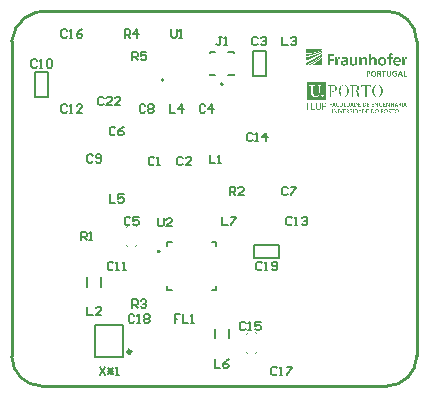
<source format=gbr>
%TF.GenerationSoftware,Altium Limited,Altium Designer,22.6.1 (34)*%
G04 Layer_Color=65535*
%FSLAX45Y45*%
%MOMM*%
%TF.SameCoordinates,421C64DB-711B-49BE-949A-821E8169F4DF*%
%TF.FilePolarity,Positive*%
%TF.FileFunction,Legend,Top*%
%TF.Part,Single*%
G01*
G75*
%TA.AperFunction,NonConductor*%
%ADD31C,0.07620*%
%ADD32C,0.20000*%
%ADD33C,0.12700*%
%ADD42C,0.30000*%
%ADD43C,0.25400*%
%ADD44C,0.00000*%
G36*
X2439145Y2846251D02*
X2438602D01*
Y2845979D01*
X2437787D01*
Y2845708D01*
X2437244D01*
Y2845436D01*
X2436701D01*
Y2845165D01*
X2435886D01*
Y2844893D01*
X2435343D01*
Y2844621D01*
X2434800D01*
Y2844350D01*
X2433986D01*
Y2844078D01*
X2433443D01*
Y2843807D01*
X2432628D01*
Y2843535D01*
X2432085D01*
Y2843264D01*
X2431270D01*
Y2842992D01*
X2430727D01*
Y2842721D01*
X2429913D01*
Y2842449D01*
X2429370D01*
Y2842178D01*
X2428555D01*
Y2841906D01*
X2428012D01*
Y2841635D01*
X2427197D01*
Y2841363D01*
X2426654D01*
Y2841092D01*
X2425840D01*
Y2840820D01*
X2425297D01*
Y2840549D01*
X2424482D01*
Y2840277D01*
X2423667D01*
Y2840005D01*
X2423124D01*
Y2839734D01*
X2422310D01*
Y2839462D01*
X2421495D01*
Y2839191D01*
X2420952D01*
Y2838919D01*
X2420137D01*
Y2838648D01*
X2419323D01*
Y2838376D01*
X2418508D01*
Y2838105D01*
X2417965D01*
Y2837833D01*
X2417151D01*
Y2837562D01*
X2416336D01*
Y2837290D01*
X2415521D01*
Y2837019D01*
X2414707D01*
Y2836747D01*
X2413892D01*
Y2836476D01*
X2413077D01*
Y2836204D01*
X2412263D01*
Y2835933D01*
X2411448D01*
Y2835661D01*
X2410634D01*
Y2835390D01*
X2409819D01*
Y2835118D01*
X2409005D01*
Y2834846D01*
X2408190D01*
Y2834575D01*
X2407375D01*
Y2834303D01*
X2406561D01*
Y2834032D01*
X2405746D01*
Y2833760D01*
X2404932D01*
Y2833489D01*
X2404117D01*
Y2833217D01*
X2403031D01*
Y2832946D01*
X2402216D01*
Y2832674D01*
X2401402D01*
Y2832403D01*
X2400315D01*
Y2832131D01*
X2399501D01*
Y2831859D01*
X2398686D01*
Y2831588D01*
X2397600D01*
Y2831316D01*
X2396786D01*
Y2831045D01*
X2395700D01*
Y2830773D01*
X2394885D01*
Y2830502D01*
X2393799D01*
Y2830230D01*
X2392984D01*
Y2829959D01*
X2391898D01*
Y2829687D01*
X2390812D01*
Y2829416D01*
X2389997D01*
Y2829144D01*
X2388911D01*
Y2828873D01*
X2387825D01*
Y2828601D01*
X2386739D01*
Y2828330D01*
X2385653D01*
Y2828058D01*
X2384566D01*
Y2827787D01*
X2383480D01*
Y2827515D01*
X2382394D01*
Y2827244D01*
X2381308D01*
Y2826972D01*
X2380222D01*
Y2826700D01*
X2379136D01*
Y2826429D01*
X2378050D01*
Y2826157D01*
X2376692D01*
Y2825886D01*
X2375606D01*
Y2825614D01*
X2374520D01*
Y2825343D01*
X2373162D01*
Y2825071D01*
X2371805D01*
Y2824800D01*
X2370718D01*
Y2824528D01*
X2369361D01*
Y2824256D01*
X2368003D01*
Y2823985D01*
X2366646D01*
Y2823713D01*
X2365288D01*
Y2823442D01*
X2363930D01*
Y2823170D01*
X2362572D01*
Y2822899D01*
X2361215D01*
Y2822627D01*
X2359586D01*
Y2822356D01*
X2358228D01*
Y2822084D01*
X2356599D01*
Y2821813D01*
X2354969D01*
Y2821541D01*
X2353340D01*
Y2821270D01*
X2351711D01*
Y2820998D01*
X2350082D01*
Y2820727D01*
X2348453D01*
Y2820455D01*
X2346552D01*
Y2820184D01*
X2344923D01*
Y2819912D01*
X2343022D01*
Y2819641D01*
X2340850D01*
Y2819369D01*
X2338949D01*
Y2819097D01*
X2336777D01*
Y2818826D01*
X2334604D01*
Y2818554D01*
X2332432D01*
Y2818283D01*
X2330260D01*
Y2818011D01*
X2327816D01*
Y2817740D01*
X2325101D01*
Y2817468D01*
X2322657D01*
Y2817197D01*
X2319670D01*
Y2816925D01*
X2316683D01*
Y2816654D01*
X2313696D01*
Y2816382D01*
X2310167D01*
Y2816110D01*
X2306636D01*
Y2815839D01*
X2302835D01*
Y2815567D01*
X2300120D01*
Y2854125D01*
X2439145D01*
Y2846251D01*
D02*
G37*
G36*
X3027014Y2815839D02*
X3029458D01*
Y2815567D01*
X3031359D01*
Y2815296D01*
X3032988D01*
Y2815024D01*
X3034346D01*
Y2814753D01*
X3035160D01*
Y2813124D01*
X3034889D01*
Y2810408D01*
X3034617D01*
Y2807693D01*
X3034346D01*
Y2804978D01*
X3034074D01*
Y2802262D01*
X3033803D01*
Y2799819D01*
X3033531D01*
Y2800090D01*
X3033260D01*
Y2800362D01*
X3032717D01*
Y2800633D01*
X3032174D01*
Y2800905D01*
X3031630D01*
Y2801176D01*
X3031087D01*
Y2801448D01*
X3030273D01*
Y2801719D01*
X3029458D01*
Y2801991D01*
X3028372D01*
Y2802262D01*
X3024027D01*
Y2801991D01*
X3023213D01*
Y2801719D01*
X3022398D01*
Y2801448D01*
X3022127D01*
Y2801176D01*
X3021584D01*
Y2800905D01*
X3021312D01*
Y2800633D01*
X3021041D01*
Y2800362D01*
X3020769D01*
Y2800090D01*
X3020498D01*
Y2799819D01*
X3020226D01*
Y2799547D01*
X3019955D01*
Y2799004D01*
X3019683D01*
Y2798733D01*
X3019412D01*
Y2798189D01*
X3019140D01*
Y2797375D01*
X3018868D01*
Y2796560D01*
X3018597D01*
Y2795745D01*
X3018325D01*
Y2793845D01*
X3018054D01*
Y2783255D01*
X3033803D01*
Y2770222D01*
X3018054D01*
Y2714286D01*
X3000133D01*
Y2770222D01*
X2986827D01*
Y2783255D01*
X3000133D01*
Y2795202D01*
X3000404D01*
Y2797646D01*
X3000676D01*
Y2799276D01*
X3000947D01*
Y2800362D01*
X3001219D01*
Y2801448D01*
X3001490D01*
Y2802262D01*
X3001762D01*
Y2803077D01*
X3002033D01*
Y2803892D01*
X3002305D01*
Y2804435D01*
X3002576D01*
Y2804978D01*
X3002848D01*
Y2805521D01*
X3003119D01*
Y2806064D01*
X3003391D01*
Y2806607D01*
X3003663D01*
Y2806879D01*
X3003934D01*
Y2807422D01*
X3004206D01*
Y2807693D01*
X3004477D01*
Y2808236D01*
X3004749D01*
Y2808508D01*
X3005020D01*
Y2808779D01*
X3005292D01*
Y2809322D01*
X3005563D01*
Y2809594D01*
X3005835D01*
Y2809865D01*
X3006106D01*
Y2810137D01*
X3006378D01*
Y2810408D01*
X3006649D01*
Y2810680D01*
X3006921D01*
Y2810951D01*
X3007192D01*
Y2811223D01*
X3007464D01*
Y2811495D01*
X3008007D01*
Y2811766D01*
X3008278D01*
Y2812038D01*
X3008550D01*
Y2812309D01*
X3008822D01*
Y2812581D01*
X3009365D01*
Y2812852D01*
X3009908D01*
Y2813124D01*
X3010179D01*
Y2813395D01*
X3010722D01*
Y2813667D01*
X3011266D01*
Y2813938D01*
X3011809D01*
Y2814210D01*
X3012352D01*
Y2814481D01*
X3013166D01*
Y2814753D01*
X3013709D01*
Y2815024D01*
X3014524D01*
Y2815296D01*
X3015610D01*
Y2815567D01*
X3016696D01*
Y2815839D01*
X3018597D01*
Y2816110D01*
X3027014D01*
Y2815839D01*
D02*
G37*
G36*
X2439145Y2835390D02*
X2438602D01*
Y2835118D01*
X2437787D01*
Y2834846D01*
X2437244D01*
Y2834575D01*
X2436701D01*
Y2834303D01*
X2436158D01*
Y2834032D01*
X2435615D01*
Y2833760D01*
X2435072D01*
Y2833489D01*
X2434529D01*
Y2833217D01*
X2433714D01*
Y2832946D01*
X2433171D01*
Y2832674D01*
X2432628D01*
Y2832403D01*
X2432085D01*
Y2832131D01*
X2431542D01*
Y2831859D01*
X2430999D01*
Y2831588D01*
X2430184D01*
Y2831316D01*
X2429641D01*
Y2831045D01*
X2429098D01*
Y2830773D01*
X2428555D01*
Y2830502D01*
X2427740D01*
Y2830230D01*
X2427197D01*
Y2829959D01*
X2426654D01*
Y2829687D01*
X2426111D01*
Y2829416D01*
X2425297D01*
Y2829144D01*
X2424754D01*
Y2828873D01*
X2424211D01*
Y2828601D01*
X2423396D01*
Y2828330D01*
X2422853D01*
Y2828058D01*
X2422310D01*
Y2827787D01*
X2421495D01*
Y2827515D01*
X2420952D01*
Y2827244D01*
X2420409D01*
Y2826972D01*
X2419594D01*
Y2826700D01*
X2419051D01*
Y2826429D01*
X2418237D01*
Y2826157D01*
X2417694D01*
Y2825886D01*
X2417151D01*
Y2825614D01*
X2416336D01*
Y2825343D01*
X2415793D01*
Y2825071D01*
X2414978D01*
Y2824800D01*
X2414435D01*
Y2824528D01*
X2413621D01*
Y2824256D01*
X2413077D01*
Y2823985D01*
X2412263D01*
Y2823713D01*
X2411720D01*
Y2823442D01*
X2410905D01*
Y2823170D01*
X2410362D01*
Y2822899D01*
X2409548D01*
Y2822627D01*
X2409005D01*
Y2822356D01*
X2408190D01*
Y2822084D01*
X2407647D01*
Y2821813D01*
X2406832D01*
Y2821541D01*
X2406289D01*
Y2821270D01*
X2405475D01*
Y2820998D01*
X2404660D01*
Y2820727D01*
X2404117D01*
Y2820455D01*
X2403302D01*
Y2820184D01*
X2402488D01*
Y2819912D01*
X2401945D01*
Y2819641D01*
X2401130D01*
Y2819369D01*
X2400315D01*
Y2819097D01*
X2399772D01*
Y2818826D01*
X2398958D01*
Y2818554D01*
X2398143D01*
Y2818283D01*
X2397600D01*
Y2818011D01*
X2396786D01*
Y2817740D01*
X2395971D01*
Y2817468D01*
X2395156D01*
Y2817197D01*
X2394342D01*
Y2816925D01*
X2393799D01*
Y2816654D01*
X2392984D01*
Y2816382D01*
X2392169D01*
Y2816110D01*
X2391355D01*
Y2815839D01*
X2390540D01*
Y2815567D01*
X2389726D01*
Y2815296D01*
X2389183D01*
Y2815024D01*
X2388368D01*
Y2814753D01*
X2387554D01*
Y2814481D01*
X2386739D01*
Y2814210D01*
X2385924D01*
Y2813938D01*
X2385110D01*
Y2813667D01*
X2384295D01*
Y2813395D01*
X2383480D01*
Y2813124D01*
X2382666D01*
Y2812852D01*
X2381851D01*
Y2812581D01*
X2381037D01*
Y2812309D01*
X2380222D01*
Y2812038D01*
X2379407D01*
Y2811766D01*
X2378593D01*
Y2811495D01*
X2377507D01*
Y2811223D01*
X2376692D01*
Y2810951D01*
X2375878D01*
Y2810680D01*
X2375063D01*
Y2810408D01*
X2374248D01*
Y2810137D01*
X2373434D01*
Y2809865D01*
X2372348D01*
Y2809594D01*
X2371533D01*
Y2809322D01*
X2370718D01*
Y2809051D01*
X2369904D01*
Y2808779D01*
X2368818D01*
Y2808508D01*
X2368003D01*
Y2808236D01*
X2367189D01*
Y2807965D01*
X2366102D01*
Y2807693D01*
X2365288D01*
Y2807422D01*
X2364202D01*
Y2807150D01*
X2363387D01*
Y2806879D01*
X2362572D01*
Y2806607D01*
X2361486D01*
Y2806335D01*
X2360672D01*
Y2806064D01*
X2359586D01*
Y2805792D01*
X2358771D01*
Y2805521D01*
X2357685D01*
Y2805249D01*
X2356599D01*
Y2804978D01*
X2355784D01*
Y2804706D01*
X2354698D01*
Y2804435D01*
X2353612D01*
Y2804163D01*
X2352797D01*
Y2803892D01*
X2351711D01*
Y2803620D01*
X2350625D01*
Y2803348D01*
X2349539D01*
Y2803077D01*
X2348724D01*
Y2802805D01*
X2347638D01*
Y2802534D01*
X2346552D01*
Y2802262D01*
X2345466D01*
Y2801991D01*
X2344380D01*
Y2801719D01*
X2343294D01*
Y2801448D01*
X2342207D01*
Y2801176D01*
X2341121D01*
Y2800905D01*
X2340035D01*
Y2800633D01*
X2338949D01*
Y2800362D01*
X2337863D01*
Y2800090D01*
X2336777D01*
Y2799819D01*
X2335691D01*
Y2799547D01*
X2334333D01*
Y2799276D01*
X2333247D01*
Y2799004D01*
X2332161D01*
Y2798733D01*
X2330803D01*
Y2798461D01*
X2329717D01*
Y2798189D01*
X2328631D01*
Y2797918D01*
X2327273D01*
Y2797646D01*
X2326187D01*
Y2797375D01*
X2324829D01*
Y2797103D01*
X2323743D01*
Y2796832D01*
X2322386D01*
Y2796560D01*
X2321028D01*
Y2796289D01*
X2319670D01*
Y2796017D01*
X2318584D01*
Y2795745D01*
X2317226D01*
Y2795474D01*
X2315869D01*
Y2795202D01*
X2314511D01*
Y2794931D01*
X2313153D01*
Y2794659D01*
X2311796D01*
Y2794388D01*
X2310438D01*
Y2794116D01*
X2309080D01*
Y2793845D01*
X2307451D01*
Y2793573D01*
X2306093D01*
Y2793302D01*
X2304736D01*
Y2793030D01*
X2303107D01*
Y2792759D01*
X2301477D01*
Y2792487D01*
X2300120D01*
Y2807693D01*
X2300391D01*
Y2807965D01*
X2303650D01*
Y2808236D01*
X2306636D01*
Y2808508D01*
X2309352D01*
Y2808779D01*
X2312067D01*
Y2809051D01*
X2314511D01*
Y2809322D01*
X2316955D01*
Y2809594D01*
X2319127D01*
Y2809865D01*
X2321299D01*
Y2810137D01*
X2323472D01*
Y2810408D01*
X2325372D01*
Y2810680D01*
X2327544D01*
Y2810951D01*
X2329445D01*
Y2811223D01*
X2331346D01*
Y2811495D01*
X2332975D01*
Y2811766D01*
X2334876D01*
Y2812038D01*
X2336505D01*
Y2812309D01*
X2338135D01*
Y2812581D01*
X2339764D01*
Y2812852D01*
X2341393D01*
Y2813124D01*
X2343022D01*
Y2813395D01*
X2344380D01*
Y2813667D01*
X2346009D01*
Y2813938D01*
X2347366D01*
Y2814210D01*
X2348996D01*
Y2814481D01*
X2350353D01*
Y2814753D01*
X2351711D01*
Y2815024D01*
X2353069D01*
Y2815296D01*
X2354426D01*
Y2815567D01*
X2355784D01*
Y2815839D01*
X2357142D01*
Y2816110D01*
X2358228D01*
Y2816382D01*
X2359586D01*
Y2816654D01*
X2360943D01*
Y2816925D01*
X2362029D01*
Y2817197D01*
X2363387D01*
Y2817468D01*
X2364473D01*
Y2817740D01*
X2365831D01*
Y2818011D01*
X2366917D01*
Y2818283D01*
X2368003D01*
Y2818554D01*
X2369089D01*
Y2818826D01*
X2370175D01*
Y2819097D01*
X2371533D01*
Y2819369D01*
X2372619D01*
Y2819641D01*
X2373705D01*
Y2819912D01*
X2374791D01*
Y2820184D01*
X2375878D01*
Y2820455D01*
X2376692D01*
Y2820727D01*
X2377778D01*
Y2820998D01*
X2378864D01*
Y2821270D01*
X2379951D01*
Y2821541D01*
X2380765D01*
Y2821813D01*
X2381851D01*
Y2822084D01*
X2382937D01*
Y2822356D01*
X2383752D01*
Y2822627D01*
X2384838D01*
Y2822899D01*
X2385924D01*
Y2823170D01*
X2386739D01*
Y2823442D01*
X2387825D01*
Y2823713D01*
X2388640D01*
Y2823985D01*
X2389454D01*
Y2824256D01*
X2390540D01*
Y2824528D01*
X2391355D01*
Y2824800D01*
X2392441D01*
Y2825071D01*
X2393256D01*
Y2825343D01*
X2394070D01*
Y2825614D01*
X2394885D01*
Y2825886D01*
X2395971D01*
Y2826157D01*
X2396786D01*
Y2826429D01*
X2397600D01*
Y2826700D01*
X2398415D01*
Y2826972D01*
X2399229D01*
Y2827244D01*
X2400044D01*
Y2827515D01*
X2400859D01*
Y2827787D01*
X2401673D01*
Y2828058D01*
X2402488D01*
Y2828330D01*
X2403302D01*
Y2828601D01*
X2404117D01*
Y2828873D01*
X2404932D01*
Y2829144D01*
X2405746D01*
Y2829416D01*
X2406561D01*
Y2829687D01*
X2407375D01*
Y2829959D01*
X2408190D01*
Y2830230D01*
X2409005D01*
Y2830502D01*
X2409819D01*
Y2830773D01*
X2410634D01*
Y2831045D01*
X2411177D01*
Y2831316D01*
X2411991D01*
Y2831588D01*
X2412806D01*
Y2831859D01*
X2413621D01*
Y2832131D01*
X2414435D01*
Y2832403D01*
X2414978D01*
Y2832674D01*
X2415793D01*
Y2832946D01*
X2416608D01*
Y2833217D01*
X2417151D01*
Y2833489D01*
X2417965D01*
Y2833760D01*
X2418780D01*
Y2834032D01*
X2419323D01*
Y2834303D01*
X2420137D01*
Y2834575D01*
X2420680D01*
Y2834846D01*
X2421495D01*
Y2835118D01*
X2422310D01*
Y2835390D01*
X2422853D01*
Y2835661D01*
X2423667D01*
Y2835933D01*
X2424211D01*
Y2836204D01*
X2425025D01*
Y2836476D01*
X2425568D01*
Y2836747D01*
X2426383D01*
Y2837019D01*
X2426926D01*
Y2837290D01*
X2427740D01*
Y2837562D01*
X2428283D01*
Y2837833D01*
X2428826D01*
Y2838105D01*
X2429641D01*
Y2838376D01*
X2430184D01*
Y2838648D01*
X2430999D01*
Y2838919D01*
X2431542D01*
Y2839191D01*
X2432085D01*
Y2839462D01*
X2432900D01*
Y2839734D01*
X2433443D01*
Y2840005D01*
X2433986D01*
Y2840277D01*
X2434800D01*
Y2840549D01*
X2435343D01*
Y2840820D01*
X2435886D01*
Y2841092D01*
X2436701D01*
Y2841363D01*
X2437244D01*
Y2841635D01*
X2437787D01*
Y2841906D01*
X2438330D01*
Y2842178D01*
X2439145D01*
Y2835390D01*
D02*
G37*
G36*
X2795940Y2784613D02*
X2798383D01*
Y2784341D01*
X2800012D01*
Y2784070D01*
X2801099D01*
Y2783798D01*
X2802185D01*
Y2783527D01*
X2802999D01*
Y2783255D01*
X2803543D01*
Y2782984D01*
X2804357D01*
Y2782712D01*
X2804900D01*
Y2782440D01*
X2805443D01*
Y2782169D01*
X2805986D01*
Y2781897D01*
X2806529D01*
Y2781626D01*
X2806801D01*
Y2781354D01*
X2807344D01*
Y2781083D01*
X2807615D01*
Y2780811D01*
X2808158D01*
Y2780540D01*
X2808430D01*
Y2780268D01*
X2808702D01*
Y2779997D01*
X2809245D01*
Y2779725D01*
X2809516D01*
Y2779454D01*
X2809788D01*
Y2779182D01*
X2810059D01*
Y2778911D01*
X2810331D01*
Y2778639D01*
X2810602D01*
Y2778367D01*
X2810874D01*
Y2778096D01*
X2811146D01*
Y2777824D01*
X2811417D01*
Y2777281D01*
X2811689D01*
Y2777010D01*
X2811960D01*
Y2776738D01*
X2812232D01*
Y2776195D01*
X2812503D01*
Y2775924D01*
X2812775D01*
Y2775381D01*
X2813046D01*
Y2775109D01*
X2813318D01*
Y2774566D01*
X2813589D01*
Y2774023D01*
X2813861D01*
Y2773751D01*
X2814132D01*
Y2773208D01*
X2814404D01*
Y2772394D01*
X2814675D01*
Y2771851D01*
X2814947D01*
Y2771308D01*
X2815218D01*
Y2770493D01*
X2815490D01*
Y2769678D01*
X2815761D01*
Y2768864D01*
X2816033D01*
Y2767778D01*
X2816305D01*
Y2766691D01*
X2816576D01*
Y2765334D01*
X2816848D01*
Y2763433D01*
X2817119D01*
Y2760446D01*
X2817391D01*
Y2714286D01*
X2799469D01*
Y2756102D01*
X2799198D01*
Y2759360D01*
X2798926D01*
Y2760989D01*
X2798655D01*
Y2762347D01*
X2798383D01*
Y2763162D01*
X2798112D01*
Y2763976D01*
X2797840D01*
Y2764791D01*
X2797569D01*
Y2765062D01*
Y2765334D01*
X2797297D01*
Y2765877D01*
X2797026D01*
Y2766420D01*
X2796754D01*
Y2766691D01*
X2796483D01*
Y2767234D01*
X2796211D01*
Y2767506D01*
X2795940D01*
Y2767778D01*
X2795668D01*
Y2768049D01*
X2795396D01*
Y2768321D01*
X2795125D01*
Y2768592D01*
X2794853D01*
Y2768864D01*
X2794582D01*
Y2769135D01*
X2794039D01*
Y2769407D01*
X2793767D01*
Y2769678D01*
X2793224D01*
Y2769950D01*
X2792410D01*
Y2770222D01*
X2791866D01*
Y2770493D01*
X2790780D01*
Y2770765D01*
X2788608D01*
Y2771036D01*
X2786979D01*
Y2770765D01*
X2784807D01*
Y2770493D01*
X2783721D01*
Y2770222D01*
X2782635D01*
Y2769950D01*
X2782091D01*
Y2769678D01*
X2781548D01*
Y2769407D01*
X2781005D01*
Y2769135D01*
X2780462D01*
Y2768864D01*
X2780191D01*
Y2768592D01*
X2779647D01*
Y2768321D01*
X2779376D01*
Y2768049D01*
X2779104D01*
Y2767778D01*
X2778561D01*
Y2767506D01*
X2778290D01*
Y2767234D01*
X2778018D01*
Y2766963D01*
X2777747D01*
Y2766691D01*
X2777475D01*
Y2766148D01*
X2777204D01*
Y2765877D01*
X2776932D01*
Y2765605D01*
X2776661D01*
Y2765334D01*
X2776389D01*
Y2764791D01*
X2776118D01*
Y2764519D01*
X2775846D01*
Y2763976D01*
X2775575D01*
Y2763433D01*
X2775303D01*
Y2762890D01*
X2775032D01*
Y2762347D01*
X2774760D01*
Y2761804D01*
X2774488D01*
Y2761261D01*
X2774217D01*
Y2760446D01*
X2773945D01*
Y2759903D01*
X2773674D01*
Y2758817D01*
X2773402D01*
Y2758002D01*
X2773131D01*
Y2756916D01*
X2772859D01*
Y2755559D01*
X2772588D01*
Y2753929D01*
X2772316D01*
Y2751486D01*
X2772044D01*
Y2714286D01*
X2754123D01*
Y2783255D01*
X2770958D01*
Y2774023D01*
X2771501D01*
Y2774294D01*
X2771773D01*
Y2774566D01*
X2772044D01*
Y2774837D01*
X2772316D01*
Y2775381D01*
X2772588D01*
Y2775652D01*
X2772859D01*
Y2775924D01*
X2773131D01*
Y2776195D01*
X2773402D01*
Y2776467D01*
X2773674D01*
Y2776738D01*
X2773945D01*
Y2777010D01*
X2774217D01*
Y2777281D01*
X2774488D01*
Y2777553D01*
X2774760D01*
Y2777824D01*
X2775032D01*
Y2778096D01*
X2775303D01*
Y2778367D01*
X2775575D01*
Y2778639D01*
X2775846D01*
Y2778911D01*
X2776118D01*
Y2779182D01*
X2776389D01*
Y2779454D01*
X2776932D01*
Y2779725D01*
X2777204D01*
Y2779997D01*
X2777475D01*
Y2780268D01*
X2778018D01*
Y2780540D01*
X2778290D01*
Y2780811D01*
X2778833D01*
Y2781083D01*
X2779104D01*
Y2781354D01*
X2779647D01*
Y2781626D01*
X2780191D01*
Y2781897D01*
X2780734D01*
Y2782169D01*
X2781277D01*
Y2782440D01*
X2781820D01*
Y2782712D01*
X2782635D01*
Y2782984D01*
X2783178D01*
Y2783255D01*
X2783992D01*
Y2783527D01*
X2785078D01*
Y2783798D01*
X2785893D01*
Y2784070D01*
X2787250D01*
Y2784341D01*
X2788880D01*
Y2784613D01*
X2791866D01*
Y2784884D01*
X2795940D01*
Y2784613D01*
D02*
G37*
G36*
X2588217D02*
X2590389D01*
Y2784341D01*
X2591203D01*
Y2766420D01*
X2590660D01*
Y2766691D01*
X2589846D01*
Y2766963D01*
X2588760D01*
Y2767234D01*
X2587402D01*
Y2767506D01*
X2585230D01*
Y2767778D01*
X2581700D01*
Y2767506D01*
X2579799D01*
Y2767234D01*
X2578984D01*
Y2766963D01*
X2578170D01*
Y2766691D01*
X2577627D01*
Y2766420D01*
X2577084D01*
Y2766148D01*
X2576541D01*
Y2765877D01*
X2575998D01*
Y2765605D01*
X2575726D01*
Y2765334D01*
X2575183D01*
Y2765062D01*
X2574912D01*
Y2764791D01*
X2574640D01*
Y2764519D01*
X2574368D01*
Y2764248D01*
X2574097D01*
Y2763976D01*
X2573825D01*
Y2763705D01*
X2573554D01*
Y2763433D01*
X2573282D01*
Y2762890D01*
X2573011D01*
Y2762619D01*
X2572739D01*
Y2762076D01*
X2572468D01*
Y2761804D01*
X2572196D01*
Y2761261D01*
X2571924D01*
Y2760718D01*
X2571653D01*
Y2760175D01*
X2571381D01*
Y2759632D01*
X2571110D01*
Y2759088D01*
X2570838D01*
Y2758274D01*
X2570567D01*
Y2757459D01*
X2570295D01*
Y2756645D01*
X2570024D01*
Y2755559D01*
X2569752D01*
Y2754201D01*
X2569481D01*
Y2752843D01*
X2569209D01*
Y2750943D01*
X2568938D01*
Y2747956D01*
X2568666D01*
Y2714286D01*
X2550745D01*
Y2783255D01*
X2566494D01*
Y2768592D01*
X2567037D01*
Y2769135D01*
X2567309D01*
Y2770222D01*
X2567580D01*
Y2770765D01*
X2567852D01*
Y2771579D01*
X2568123D01*
Y2772122D01*
X2568395D01*
Y2772665D01*
X2568666D01*
Y2773208D01*
X2568938D01*
Y2773751D01*
X2569209D01*
Y2774294D01*
X2569481D01*
Y2774837D01*
X2569752D01*
Y2775109D01*
X2570024D01*
Y2775652D01*
X2570295D01*
Y2775924D01*
X2570567D01*
Y2776467D01*
X2570838D01*
Y2776738D01*
X2571110D01*
Y2777010D01*
X2571381D01*
Y2777281D01*
X2571653D01*
Y2777824D01*
X2571924D01*
Y2778096D01*
X2572196D01*
Y2778367D01*
X2572468D01*
Y2778639D01*
X2572739D01*
Y2778911D01*
X2573011D01*
Y2779182D01*
X2573282D01*
Y2779454D01*
X2573554D01*
Y2779725D01*
X2573825D01*
Y2779997D01*
X2574097D01*
Y2780268D01*
X2574368D01*
Y2780540D01*
X2574912D01*
Y2780811D01*
X2575183D01*
Y2781083D01*
X2575455D01*
Y2781354D01*
X2575726D01*
Y2781626D01*
X2576269D01*
Y2781897D01*
X2576541D01*
Y2782169D01*
X2577084D01*
Y2782440D01*
X2577627D01*
Y2782712D01*
X2578170D01*
Y2782984D01*
X2578441D01*
Y2783255D01*
X2579256D01*
Y2783527D01*
X2579799D01*
Y2783798D01*
X2580614D01*
Y2784070D01*
X2581428D01*
Y2784341D01*
X2582514D01*
Y2784613D01*
X2584415D01*
Y2784884D01*
X2588217D01*
Y2784613D01*
D02*
G37*
G36*
X3155178D02*
X3157350D01*
Y2784341D01*
X3158165D01*
Y2766420D01*
X3157622D01*
Y2766691D01*
X3156807D01*
Y2766963D01*
X3155993D01*
Y2767234D01*
X3154635D01*
Y2767506D01*
X3152191D01*
Y2767778D01*
X3148661D01*
Y2767506D01*
X3147032D01*
Y2767234D01*
X3145946D01*
Y2766963D01*
X3145131D01*
Y2766691D01*
X3144588D01*
Y2766420D01*
X3144045D01*
Y2766148D01*
X3143502D01*
Y2765877D01*
X3142959D01*
Y2765605D01*
X3142688D01*
Y2765334D01*
X3142416D01*
Y2765062D01*
X3141873D01*
Y2764791D01*
X3141601D01*
Y2764519D01*
X3141330D01*
Y2764248D01*
X3141058D01*
Y2763976D01*
X3140787D01*
Y2763433D01*
X3140515D01*
Y2763162D01*
X3140244D01*
Y2762890D01*
X3139972D01*
Y2762619D01*
X3139701D01*
Y2762076D01*
X3139429D01*
Y2761532D01*
X3139158D01*
Y2761261D01*
X3138886D01*
Y2760718D01*
X3138615D01*
Y2760175D01*
X3138343D01*
Y2759360D01*
X3138071D01*
Y2758817D01*
X3137800D01*
Y2758002D01*
X3137528D01*
Y2757188D01*
X3137257D01*
Y2756373D01*
X3136985D01*
Y2755287D01*
X3136714D01*
Y2753929D01*
X3136442D01*
Y2752300D01*
X3136171D01*
Y2750128D01*
X3135899D01*
Y2746870D01*
X3135628D01*
Y2714286D01*
X3117706D01*
Y2768592D01*
Y2768864D01*
Y2783255D01*
X3133727D01*
Y2768049D01*
X3133999D01*
Y2768864D01*
X3134270D01*
Y2769950D01*
X3134542D01*
Y2770765D01*
X3134813D01*
Y2771308D01*
X3135085D01*
Y2772122D01*
X3135356D01*
Y2772665D01*
X3135628D01*
Y2773208D01*
X3135899D01*
Y2773751D01*
X3136171D01*
Y2774023D01*
X3136442D01*
Y2774566D01*
X3136714D01*
Y2775109D01*
X3136985D01*
Y2775381D01*
X3137257D01*
Y2775924D01*
X3137528D01*
Y2776195D01*
X3137800D01*
Y2776738D01*
X3138071D01*
Y2777010D01*
X3138343D01*
Y2777281D01*
X3138615D01*
Y2777553D01*
X3138886D01*
Y2777824D01*
X3139158D01*
Y2778367D01*
X3139429D01*
Y2778639D01*
X3139701D01*
Y2778911D01*
X3139972D01*
Y2779182D01*
X3140244D01*
Y2779454D01*
X3140515D01*
Y2779725D01*
X3140787D01*
Y2779997D01*
X3141058D01*
Y2780268D01*
X3141601D01*
Y2780540D01*
X3141873D01*
Y2780811D01*
X3142145D01*
Y2781083D01*
X3142416D01*
Y2781354D01*
X3142959D01*
Y2781626D01*
X3143231D01*
Y2781897D01*
X3143774D01*
Y2782169D01*
X3144045D01*
Y2782440D01*
X3144588D01*
Y2782712D01*
X3145131D01*
Y2782984D01*
X3145674D01*
Y2783255D01*
X3146217D01*
Y2783527D01*
X3146761D01*
Y2783798D01*
X3147575D01*
Y2784070D01*
X3148390D01*
Y2784341D01*
X3149476D01*
Y2784613D01*
X3151377D01*
Y2784884D01*
X3155178D01*
Y2784613D01*
D02*
G37*
G36*
X2439145Y2823442D02*
X2438602D01*
Y2823170D01*
X2438330D01*
Y2822899D01*
X2437787D01*
Y2822627D01*
X2437244D01*
Y2822356D01*
X2436701D01*
Y2822084D01*
X2436429D01*
Y2821813D01*
X2435886D01*
Y2821541D01*
X2435343D01*
Y2821270D01*
X2435072D01*
Y2820998D01*
X2434529D01*
Y2820727D01*
X2433986D01*
Y2820455D01*
X2433714D01*
Y2820184D01*
X2433171D01*
Y2819912D01*
X2432628D01*
Y2819641D01*
X2432085D01*
Y2819369D01*
X2431813D01*
Y2819097D01*
X2431270D01*
Y2818826D01*
X2430727D01*
Y2818554D01*
X2430456D01*
Y2818283D01*
X2429913D01*
Y2818011D01*
X2429370D01*
Y2817740D01*
X2428826D01*
Y2817468D01*
X2428555D01*
Y2817197D01*
X2428012D01*
Y2816925D01*
X2427469D01*
Y2816654D01*
X2426926D01*
Y2816382D01*
X2426654D01*
Y2816110D01*
X2426111D01*
Y2815839D01*
X2425568D01*
Y2815567D01*
X2425025D01*
Y2815296D01*
X2424754D01*
Y2815024D01*
X2424211D01*
Y2814753D01*
X2423667D01*
Y2814481D01*
X2423124D01*
Y2814210D01*
X2422853D01*
Y2813938D01*
X2422310D01*
Y2813667D01*
X2421767D01*
Y2813395D01*
X2421224D01*
Y2813124D01*
X2420680D01*
Y2812852D01*
X2420409D01*
Y2812581D01*
X2419866D01*
Y2812309D01*
X2419323D01*
Y2812038D01*
X2418780D01*
Y2811766D01*
X2418508D01*
Y2811495D01*
X2417965D01*
Y2811223D01*
X2417422D01*
Y2810951D01*
X2416879D01*
Y2810680D01*
X2416336D01*
Y2810408D01*
X2416065D01*
Y2810137D01*
X2415521D01*
Y2809865D01*
X2414978D01*
Y2809594D01*
X2414435D01*
Y2809322D01*
X2413892D01*
Y2809051D01*
X2413349D01*
Y2808779D01*
X2413077D01*
Y2808508D01*
X2412534D01*
Y2808236D01*
X2411991D01*
Y2807965D01*
X2411448D01*
Y2807693D01*
X2410905D01*
Y2807422D01*
X2410634D01*
Y2807150D01*
X2410091D01*
Y2806879D01*
X2409548D01*
Y2806607D01*
X2409005D01*
Y2806335D01*
X2408462D01*
Y2806064D01*
X2407918D01*
Y2805792D01*
X2407375D01*
Y2805521D01*
X2407104D01*
Y2805249D01*
X2406561D01*
Y2804978D01*
X2406018D01*
Y2804706D01*
X2405475D01*
Y2804435D01*
X2404932D01*
Y2804163D01*
X2404389D01*
Y2803892D01*
X2403845D01*
Y2803620D01*
X2403574D01*
Y2803348D01*
X2403031D01*
Y2803077D01*
X2402488D01*
Y2802805D01*
X2401945D01*
Y2802534D01*
X2401402D01*
Y2802262D01*
X2400859D01*
Y2801991D01*
X2400315D01*
Y2801719D01*
X2399772D01*
Y2801448D01*
X2399501D01*
Y2801176D01*
X2398958D01*
Y2800905D01*
X2398415D01*
Y2800633D01*
X2397872D01*
Y2800362D01*
X2397329D01*
Y2800090D01*
X2396786D01*
Y2799819D01*
X2396243D01*
Y2799547D01*
X2395700D01*
Y2799276D01*
X2395156D01*
Y2799004D01*
X2394613D01*
Y2798733D01*
X2394070D01*
Y2798461D01*
X2393799D01*
Y2798189D01*
X2393256D01*
Y2797918D01*
X2392713D01*
Y2797646D01*
X2392169D01*
Y2797375D01*
X2391626D01*
Y2797103D01*
X2391083D01*
Y2796832D01*
X2390540D01*
Y2796560D01*
X2389997D01*
Y2796289D01*
X2389454D01*
Y2796017D01*
X2388911D01*
Y2795745D01*
X2388368D01*
Y2795474D01*
X2387825D01*
Y2795202D01*
X2387282D01*
Y2794931D01*
X2386739D01*
Y2794659D01*
X2386196D01*
Y2794388D01*
X2385653D01*
Y2794116D01*
X2385110D01*
Y2793845D01*
X2384566D01*
Y2793573D01*
X2384023D01*
Y2793302D01*
X2383480D01*
Y2793030D01*
X2383209D01*
Y2792759D01*
X2382666D01*
Y2792487D01*
X2382123D01*
Y2792216D01*
X2381580D01*
Y2791944D01*
X2381037D01*
Y2791673D01*
X2380494D01*
Y2791401D01*
X2379951D01*
Y2791130D01*
X2379407D01*
Y2790858D01*
X2378864D01*
Y2790586D01*
X2378321D01*
Y2790315D01*
X2377778D01*
Y2790043D01*
X2377235D01*
Y2789772D01*
X2376692D01*
Y2789500D01*
X2376149D01*
Y2789229D01*
X2375606D01*
Y2788957D01*
X2374791D01*
Y2788686D01*
X2374248D01*
Y2788414D01*
X2373705D01*
Y2788143D01*
X2373162D01*
Y2787871D01*
X2372619D01*
Y2787599D01*
X2372076D01*
Y2787328D01*
X2371533D01*
Y2787056D01*
X2370990D01*
Y2786785D01*
X2370447D01*
Y2786513D01*
X2369904D01*
Y2786242D01*
X2369361D01*
Y2785970D01*
X2368818D01*
Y2785699D01*
X2368275D01*
Y2785427D01*
X2367732D01*
Y2785156D01*
X2367189D01*
Y2784884D01*
X2366646D01*
Y2784613D01*
X2366102D01*
Y2784341D01*
X2365559D01*
Y2784070D01*
X2365016D01*
Y2783798D01*
X2364473D01*
Y2783527D01*
X2363658D01*
Y2783255D01*
X2363115D01*
Y2782984D01*
X2362572D01*
Y2782712D01*
X2362029D01*
Y2782440D01*
X2361486D01*
Y2782169D01*
X2360943D01*
Y2781897D01*
X2360400D01*
Y2781626D01*
X2359857D01*
Y2781354D01*
X2359314D01*
Y2781083D01*
X2358771D01*
Y2780811D01*
X2357956D01*
Y2780540D01*
X2357413D01*
Y2780268D01*
X2356870D01*
Y2779997D01*
X2356327D01*
Y2779725D01*
X2355784D01*
Y2779454D01*
X2355241D01*
Y2779182D01*
X2354698D01*
Y2778911D01*
X2354155D01*
Y2778639D01*
X2353340D01*
Y2778367D01*
X2352797D01*
Y2778096D01*
X2352254D01*
Y2777824D01*
X2351711D01*
Y2777553D01*
X2351168D01*
Y2777281D01*
X2350625D01*
Y2777010D01*
X2350082D01*
Y2776738D01*
X2349267D01*
Y2776467D01*
X2348724D01*
Y2776195D01*
X2348181D01*
Y2775924D01*
X2347638D01*
Y2775652D01*
X2347095D01*
Y2775381D01*
X2346552D01*
Y2775109D01*
X2345737D01*
Y2774837D01*
X2345194D01*
Y2774566D01*
X2344651D01*
Y2774294D01*
X2344108D01*
Y2774023D01*
X2343565D01*
Y2773751D01*
X2342750D01*
Y2773480D01*
X2342207D01*
Y2773208D01*
X2341664D01*
Y2772937D01*
X2341121D01*
Y2772665D01*
X2340578D01*
Y2772394D01*
X2339764D01*
Y2772122D01*
X2339221D01*
Y2771851D01*
X2338678D01*
Y2771579D01*
X2338135D01*
Y2771308D01*
X2337320D01*
Y2771036D01*
X2336777D01*
Y2770765D01*
X2336234D01*
Y2770493D01*
X2335691D01*
Y2770222D01*
X2335147D01*
Y2769950D01*
X2334333D01*
Y2769678D01*
X2333790D01*
Y2769407D01*
X2333247D01*
Y2769135D01*
X2332704D01*
Y2768864D01*
X2331889D01*
Y2768592D01*
X2331346D01*
Y2768321D01*
X2330803D01*
Y2768049D01*
X2329988D01*
Y2767778D01*
X2329445D01*
Y2767506D01*
X2328902D01*
Y2767234D01*
X2328359D01*
Y2766963D01*
X2327544D01*
Y2766691D01*
X2327001D01*
Y2766420D01*
X2326458D01*
Y2766148D01*
X2325915D01*
Y2765877D01*
X2325101D01*
Y2765605D01*
X2324558D01*
Y2765334D01*
X2324015D01*
Y2765062D01*
X2323200D01*
Y2764791D01*
X2322657D01*
Y2764519D01*
X2322114D01*
Y2764248D01*
X2321299D01*
Y2763976D01*
X2320756D01*
Y2763705D01*
X2320213D01*
Y2763433D01*
X2319399D01*
Y2763162D01*
X2318855D01*
Y2762890D01*
X2318312D01*
Y2762619D01*
X2317498D01*
Y2762347D01*
X2316955D01*
Y2762076D01*
X2316412D01*
Y2761804D01*
X2315597D01*
Y2761532D01*
X2315054D01*
Y2761261D01*
X2314511D01*
Y2760989D01*
X2313696D01*
Y2760718D01*
X2313153D01*
Y2760446D01*
X2312339D01*
Y2760175D01*
X2311796D01*
Y2759903D01*
X2311253D01*
Y2759632D01*
X2310438D01*
Y2759360D01*
X2309895D01*
Y2759088D01*
X2309352D01*
Y2758817D01*
X2308537D01*
Y2758545D01*
X2307994D01*
Y2758274D01*
X2307180D01*
Y2758002D01*
X2306636D01*
Y2757731D01*
X2306093D01*
Y2757459D01*
X2305279D01*
Y2757188D01*
X2304736D01*
Y2756916D01*
X2303921D01*
Y2756645D01*
X2303378D01*
Y2756373D01*
X2302564D01*
Y2756102D01*
X2302021D01*
Y2755830D01*
X2301477D01*
Y2755559D01*
X2300663D01*
Y2755287D01*
X2300120D01*
Y2781897D01*
X2301206D01*
Y2782169D01*
X2302292D01*
Y2782440D01*
X2303650D01*
Y2782712D01*
X2304736D01*
Y2782984D01*
X2305822D01*
Y2783255D01*
X2307180D01*
Y2783527D01*
X2308266D01*
Y2783798D01*
X2309352D01*
Y2784070D01*
X2310710D01*
Y2784341D01*
X2311796D01*
Y2784613D01*
X2312882D01*
Y2784884D01*
X2313968D01*
Y2785156D01*
X2315054D01*
Y2785427D01*
X2316140D01*
Y2785699D01*
X2317226D01*
Y2785970D01*
X2318312D01*
Y2786242D01*
X2319399D01*
Y2786513D01*
X2320485D01*
Y2786785D01*
X2321571D01*
Y2787056D01*
X2322657D01*
Y2787328D01*
X2323743D01*
Y2787599D01*
X2324829D01*
Y2787871D01*
X2325915D01*
Y2788143D01*
X2327001D01*
Y2788414D01*
X2328088D01*
Y2788686D01*
X2328902D01*
Y2788957D01*
X2329988D01*
Y2789229D01*
X2331075D01*
Y2789500D01*
X2332161D01*
Y2789772D01*
X2332975D01*
Y2790043D01*
X2334061D01*
Y2790315D01*
X2335147D01*
Y2790586D01*
X2335962D01*
Y2790858D01*
X2337048D01*
Y2791130D01*
X2338135D01*
Y2791401D01*
X2338949D01*
Y2791673D01*
X2340035D01*
Y2791944D01*
X2340850D01*
Y2792216D01*
X2341936D01*
Y2792487D01*
X2342750D01*
Y2792759D01*
X2343837D01*
Y2793030D01*
X2344651D01*
Y2793302D01*
X2345737D01*
Y2793573D01*
X2346552D01*
Y2793845D01*
X2347366D01*
Y2794116D01*
X2348453D01*
Y2794388D01*
X2349267D01*
Y2794659D01*
X2350082D01*
Y2794931D01*
X2351168D01*
Y2795202D01*
X2351983D01*
Y2795474D01*
X2352797D01*
Y2795745D01*
X2353883D01*
Y2796017D01*
X2354698D01*
Y2796289D01*
X2355512D01*
Y2796560D01*
X2356327D01*
Y2796832D01*
X2357413D01*
Y2797103D01*
X2358228D01*
Y2797375D01*
X2359043D01*
Y2797646D01*
X2359857D01*
Y2797918D01*
X2360672D01*
Y2798189D01*
X2361486D01*
Y2798461D01*
X2362301D01*
Y2798733D01*
X2363387D01*
Y2799004D01*
X2364202D01*
Y2799276D01*
X2365016D01*
Y2799547D01*
X2365831D01*
Y2799819D01*
X2366646D01*
Y2800090D01*
X2367460D01*
Y2800362D01*
X2368275D01*
Y2800633D01*
X2369089D01*
Y2800905D01*
X2369904D01*
Y2801176D01*
X2370718D01*
Y2801448D01*
X2371533D01*
Y2801719D01*
X2372348D01*
Y2801991D01*
X2373162D01*
Y2802262D01*
X2373977D01*
Y2802534D01*
X2374791D01*
Y2802805D01*
X2375334D01*
Y2803077D01*
X2376149D01*
Y2803348D01*
X2376964D01*
Y2803620D01*
X2377778D01*
Y2803892D01*
X2378593D01*
Y2804163D01*
X2379407D01*
Y2804435D01*
X2380222D01*
Y2804706D01*
X2380765D01*
Y2804978D01*
X2381580D01*
Y2805249D01*
X2382394D01*
Y2805521D01*
X2383209D01*
Y2805792D01*
X2383752D01*
Y2806064D01*
X2384566D01*
Y2806335D01*
X2385381D01*
Y2806607D01*
X2386196D01*
Y2806879D01*
X2386739D01*
Y2807150D01*
X2387554D01*
Y2807422D01*
X2388368D01*
Y2807693D01*
X2388911D01*
Y2807965D01*
X2389726D01*
Y2808236D01*
X2390540D01*
Y2808508D01*
X2391083D01*
Y2808779D01*
X2391898D01*
Y2809051D01*
X2392713D01*
Y2809322D01*
X2393256D01*
Y2809594D01*
X2394070D01*
Y2809865D01*
X2394885D01*
Y2810137D01*
X2395428D01*
Y2810408D01*
X2396243D01*
Y2810680D01*
X2396786D01*
Y2810951D01*
X2397600D01*
Y2811223D01*
X2398143D01*
Y2811495D01*
X2398958D01*
Y2811766D01*
X2399501D01*
Y2812038D01*
X2400315D01*
Y2812309D01*
X2400859D01*
Y2812581D01*
X2401673D01*
Y2812852D01*
X2402216D01*
Y2813124D01*
X2403031D01*
Y2813395D01*
X2403574D01*
Y2813667D01*
X2404389D01*
Y2813938D01*
X2404932D01*
Y2814210D01*
X2405746D01*
Y2814481D01*
X2406289D01*
Y2814753D01*
X2407104D01*
Y2815024D01*
X2407647D01*
Y2815296D01*
X2408190D01*
Y2815567D01*
X2409005D01*
Y2815839D01*
X2409548D01*
Y2816110D01*
X2410362D01*
Y2816382D01*
X2410905D01*
Y2816654D01*
X2411448D01*
Y2816925D01*
X2412263D01*
Y2817197D01*
X2412806D01*
Y2817468D01*
X2413349D01*
Y2817740D01*
X2414164D01*
Y2818011D01*
X2414707D01*
Y2818283D01*
X2415250D01*
Y2818554D01*
X2416065D01*
Y2818826D01*
X2416608D01*
Y2819097D01*
X2417151D01*
Y2819369D01*
X2417965D01*
Y2819641D01*
X2418508D01*
Y2819912D01*
X2419051D01*
Y2820184D01*
X2419594D01*
Y2820455D01*
X2420409D01*
Y2820727D01*
X2420952D01*
Y2820998D01*
X2421495D01*
Y2821270D01*
X2422038D01*
Y2821541D01*
X2422853D01*
Y2821813D01*
X2423396D01*
Y2822084D01*
X2423939D01*
Y2822356D01*
X2424482D01*
Y2822627D01*
X2425025D01*
Y2822899D01*
X2425840D01*
Y2823170D01*
X2426383D01*
Y2823442D01*
X2426926D01*
Y2823713D01*
X2427469D01*
Y2823985D01*
X2428012D01*
Y2824256D01*
X2428555D01*
Y2824528D01*
X2429098D01*
Y2824800D01*
X2429913D01*
Y2825071D01*
X2430456D01*
Y2825343D01*
X2430999D01*
Y2825614D01*
X2431542D01*
Y2825886D01*
X2432085D01*
Y2826157D01*
X2432628D01*
Y2826429D01*
X2433171D01*
Y2826700D01*
X2433714D01*
Y2826972D01*
X2434257D01*
Y2827244D01*
X2435072D01*
Y2827515D01*
X2435615D01*
Y2827787D01*
X2436158D01*
Y2828058D01*
X2436701D01*
Y2828330D01*
X2437244D01*
Y2828601D01*
X2437787D01*
Y2828873D01*
X2438330D01*
Y2829144D01*
X2438873D01*
Y2829416D01*
X2439145D01*
Y2823442D01*
D02*
G37*
G36*
X2735659Y2714286D02*
X2718824D01*
Y2723789D01*
X2718281D01*
Y2723246D01*
X2718010D01*
Y2722975D01*
X2717738D01*
Y2722703D01*
X2717466D01*
Y2722432D01*
X2717195D01*
Y2722160D01*
X2716923D01*
Y2721889D01*
X2716652D01*
Y2721617D01*
X2716380D01*
Y2721345D01*
X2716109D01*
Y2721074D01*
X2715837D01*
Y2720802D01*
X2715566D01*
Y2720531D01*
X2715294D01*
Y2720259D01*
X2715023D01*
Y2719988D01*
X2714751D01*
Y2719716D01*
X2714479D01*
Y2719445D01*
X2713936D01*
Y2719173D01*
X2713665D01*
Y2718902D01*
X2713393D01*
Y2718630D01*
X2713122D01*
Y2718359D01*
X2712579D01*
Y2718087D01*
X2712307D01*
Y2717815D01*
X2711764D01*
Y2717544D01*
X2711493D01*
Y2717272D01*
X2710950D01*
Y2717001D01*
X2710678D01*
Y2716729D01*
X2710135D01*
Y2716458D01*
X2709592D01*
Y2716186D01*
X2709049D01*
Y2715915D01*
X2708777D01*
Y2715643D01*
X2707963D01*
Y2715372D01*
X2707420D01*
Y2715100D01*
X2706877D01*
Y2714829D01*
X2706333D01*
Y2714557D01*
X2705519D01*
Y2714286D01*
X2704704D01*
Y2714014D01*
X2703890D01*
Y2713743D01*
X2702804D01*
Y2713471D01*
X2701446D01*
Y2713200D01*
X2699817D01*
Y2712928D01*
X2691671D01*
Y2713200D01*
X2690042D01*
Y2713471D01*
X2688956D01*
Y2713743D01*
X2687869D01*
Y2714014D01*
X2687055D01*
Y2714286D01*
X2686240D01*
Y2714557D01*
X2685697D01*
Y2714829D01*
X2685154D01*
Y2715100D01*
X2684611D01*
Y2715372D01*
X2684068D01*
Y2715643D01*
X2683525D01*
Y2715915D01*
X2682982D01*
Y2716186D01*
X2682710D01*
Y2716458D01*
X2682167D01*
Y2716729D01*
X2681896D01*
Y2717001D01*
X2681353D01*
Y2717272D01*
X2681081D01*
Y2717544D01*
X2680809D01*
Y2717815D01*
X2680538D01*
Y2718087D01*
X2680266D01*
Y2718359D01*
X2679995D01*
Y2718630D01*
X2679723D01*
Y2718902D01*
X2679452D01*
Y2719173D01*
X2679180D01*
Y2719445D01*
X2678909D01*
Y2719716D01*
X2678637D01*
Y2719988D01*
X2678365D01*
Y2720259D01*
X2678094D01*
Y2720531D01*
X2677822D01*
Y2721074D01*
X2677551D01*
Y2721345D01*
X2677279D01*
Y2721889D01*
X2677008D01*
Y2722160D01*
X2676736D01*
Y2722703D01*
X2676465D01*
Y2722975D01*
X2676193D01*
Y2723518D01*
X2675922D01*
Y2724061D01*
X2675650D01*
Y2724604D01*
X2675379D01*
Y2725147D01*
X2675107D01*
Y2725962D01*
X2674836D01*
Y2726505D01*
X2674564D01*
Y2727319D01*
X2674293D01*
Y2728134D01*
X2674021D01*
Y2728948D01*
X2673750D01*
Y2730034D01*
X2673478D01*
Y2731121D01*
X2673206D01*
Y2732750D01*
X2672935D01*
Y2734651D01*
X2672663D01*
Y2738995D01*
X2672392D01*
Y2783255D01*
X2690313D01*
Y2743068D01*
X2690585D01*
Y2738724D01*
X2690856D01*
Y2736823D01*
X2691128D01*
Y2735465D01*
X2691399D01*
Y2734651D01*
X2691671D01*
Y2733836D01*
X2691942D01*
Y2733021D01*
X2692214D01*
Y2732478D01*
X2692485D01*
Y2731935D01*
X2692757D01*
Y2731392D01*
X2693028D01*
Y2730849D01*
X2693300D01*
Y2730577D01*
X2693571D01*
Y2730306D01*
X2693843D01*
Y2729763D01*
X2694115D01*
Y2729491D01*
X2694386D01*
Y2729220D01*
X2694658D01*
Y2728948D01*
X2695201D01*
Y2728677D01*
X2695472D01*
Y2728405D01*
X2695744D01*
Y2728134D01*
X2696287D01*
Y2727862D01*
X2696830D01*
Y2727591D01*
X2697373D01*
Y2727319D01*
X2698188D01*
Y2727048D01*
X2699545D01*
Y2726776D01*
X2704704D01*
Y2727048D01*
X2706062D01*
Y2727319D01*
X2706877D01*
Y2727591D01*
X2707691D01*
Y2727862D01*
X2708234D01*
Y2728134D01*
X2708777D01*
Y2728405D01*
X2709320D01*
Y2728677D01*
X2709592D01*
Y2728948D01*
X2710135D01*
Y2729220D01*
X2710407D01*
Y2729491D01*
X2710678D01*
Y2729763D01*
X2710950D01*
Y2730034D01*
X2711493D01*
Y2730306D01*
X2711764D01*
Y2730577D01*
X2712036D01*
Y2730849D01*
X2712307D01*
Y2731392D01*
X2712579D01*
Y2731664D01*
X2712850D01*
Y2731935D01*
X2713122D01*
Y2732207D01*
X2713393D01*
Y2732750D01*
X2713665D01*
Y2733021D01*
X2713936D01*
Y2733565D01*
X2714208D01*
Y2734108D01*
X2714479D01*
Y2734379D01*
X2714751D01*
Y2734922D01*
X2715023D01*
Y2735737D01*
X2715294D01*
Y2736280D01*
X2715566D01*
Y2736823D01*
X2715837D01*
Y2737637D01*
X2716109D01*
Y2738452D01*
X2716380D01*
Y2739538D01*
X2716652D01*
Y2740353D01*
X2716923D01*
Y2741711D01*
X2717195D01*
Y2743340D01*
X2717466D01*
Y2745512D01*
X2717738D01*
Y2783255D01*
X2735659D01*
Y2714286D01*
D02*
G37*
G36*
X2439145Y2799547D02*
X2438602D01*
Y2799276D01*
X2438330D01*
Y2799004D01*
X2438059D01*
Y2798733D01*
X2437516D01*
Y2798461D01*
X2437244D01*
Y2798189D01*
X2436701D01*
Y2797918D01*
X2436429D01*
Y2797646D01*
X2435886D01*
Y2797375D01*
X2435615D01*
Y2797103D01*
X2435343D01*
Y2796832D01*
X2434800D01*
Y2796560D01*
X2434529D01*
Y2796289D01*
X2433986D01*
Y2796017D01*
X2433714D01*
Y2795745D01*
X2433171D01*
Y2795474D01*
X2432900D01*
Y2795202D01*
X2432356D01*
Y2794931D01*
X2432085D01*
Y2794659D01*
X2431813D01*
Y2794388D01*
X2431270D01*
Y2794116D01*
X2430999D01*
Y2793845D01*
X2430456D01*
Y2793573D01*
X2430184D01*
Y2793302D01*
X2429641D01*
Y2793030D01*
X2429370D01*
Y2792759D01*
X2428826D01*
Y2792487D01*
X2428555D01*
Y2792216D01*
X2428283D01*
Y2791944D01*
X2427740D01*
Y2791673D01*
X2427469D01*
Y2791401D01*
X2426926D01*
Y2791130D01*
X2426654D01*
Y2790858D01*
X2426111D01*
Y2790586D01*
X2425840D01*
Y2790315D01*
X2425297D01*
Y2790043D01*
X2425025D01*
Y2789772D01*
X2424482D01*
Y2789500D01*
X2424211D01*
Y2789229D01*
X2423667D01*
Y2788957D01*
X2423396D01*
Y2788686D01*
X2422853D01*
Y2788414D01*
X2422581D01*
Y2788143D01*
X2422310D01*
Y2787871D01*
X2421767D01*
Y2787599D01*
X2421495D01*
Y2787328D01*
X2420952D01*
Y2787056D01*
X2420680D01*
Y2786785D01*
X2420137D01*
Y2786513D01*
X2419866D01*
Y2786242D01*
X2419323D01*
Y2785970D01*
X2419051D01*
Y2785699D01*
X2418508D01*
Y2785427D01*
X2418237D01*
Y2785156D01*
X2417694D01*
Y2784884D01*
X2417422D01*
Y2784613D01*
X2416879D01*
Y2784341D01*
X2416608D01*
Y2784070D01*
X2416065D01*
Y2783798D01*
X2415793D01*
Y2783527D01*
X2415250D01*
Y2783255D01*
X2414978D01*
Y2782984D01*
X2414435D01*
Y2782712D01*
X2414164D01*
Y2782440D01*
X2413621D01*
Y2782169D01*
X2413349D01*
Y2781897D01*
X2412806D01*
Y2781626D01*
X2412534D01*
Y2781354D01*
X2411991D01*
Y2781083D01*
X2411720D01*
Y2780811D01*
X2411177D01*
Y2780540D01*
X2410905D01*
Y2780268D01*
X2410362D01*
Y2779997D01*
X2410091D01*
Y2779725D01*
X2409548D01*
Y2779454D01*
X2409276D01*
Y2779182D01*
X2408733D01*
Y2778911D01*
X2408462D01*
Y2778639D01*
X2407918D01*
Y2778367D01*
X2407647D01*
Y2778096D01*
X2407104D01*
Y2777824D01*
X2406832D01*
Y2777553D01*
X2406289D01*
Y2777281D01*
X2406018D01*
Y2777010D01*
X2405475D01*
Y2776738D01*
X2405203D01*
Y2776467D01*
X2404660D01*
Y2776195D01*
X2404389D01*
Y2775924D01*
X2403845D01*
Y2775652D01*
X2403302D01*
Y2775381D01*
X2403031D01*
Y2775109D01*
X2402488D01*
Y2774837D01*
X2402216D01*
Y2774566D01*
X2401673D01*
Y2774294D01*
X2401402D01*
Y2774023D01*
X2400859D01*
Y2773751D01*
X2400587D01*
Y2773480D01*
X2400044D01*
Y2773208D01*
X2399772D01*
Y2772937D01*
X2399229D01*
Y2772665D01*
X2398958D01*
Y2772394D01*
X2398415D01*
Y2772122D01*
X2398143D01*
Y2771851D01*
X2397600D01*
Y2771579D01*
X2397057D01*
Y2771308D01*
X2396786D01*
Y2771036D01*
X2396243D01*
Y2770765D01*
X2395971D01*
Y2770493D01*
X2395428D01*
Y2770222D01*
X2395156D01*
Y2769950D01*
X2394613D01*
Y2769678D01*
X2394342D01*
Y2769407D01*
X2393799D01*
Y2769135D01*
X2393256D01*
Y2768864D01*
X2392984D01*
Y2768592D01*
X2392441D01*
Y2768321D01*
X2392169D01*
Y2768049D01*
X2391626D01*
Y2767778D01*
X2391355D01*
Y2767506D01*
X2390812D01*
Y2767234D01*
X2390540D01*
Y2766963D01*
X2389997D01*
Y2766691D01*
X2389454D01*
Y2766420D01*
X2389183D01*
Y2766148D01*
X2388640D01*
Y2765877D01*
X2388368D01*
Y2765605D01*
X2387825D01*
Y2765334D01*
X2387554D01*
Y2765062D01*
X2387010D01*
Y2764791D01*
X2386467D01*
Y2764519D01*
X2386196D01*
Y2764248D01*
X2385653D01*
Y2763976D01*
X2385381D01*
Y2763705D01*
X2384838D01*
Y2763433D01*
X2384295D01*
Y2763162D01*
X2384023D01*
Y2762890D01*
X2383480D01*
Y2762619D01*
X2383209D01*
Y2762347D01*
X2382666D01*
Y2762076D01*
X2382123D01*
Y2761804D01*
X2381851D01*
Y2761532D01*
X2381308D01*
Y2761261D01*
X2381037D01*
Y2760989D01*
X2380494D01*
Y2760718D01*
X2379951D01*
Y2760446D01*
X2379679D01*
Y2760175D01*
X2379136D01*
Y2759903D01*
X2378864D01*
Y2759632D01*
X2378321D01*
Y2759360D01*
X2377778D01*
Y2759088D01*
X2377507D01*
Y2758817D01*
X2376964D01*
Y2758545D01*
X2376692D01*
Y2758274D01*
X2376149D01*
Y2758002D01*
X2375606D01*
Y2757731D01*
X2375334D01*
Y2757459D01*
X2374791D01*
Y2757188D01*
X2374520D01*
Y2756916D01*
X2373977D01*
Y2756645D01*
X2373434D01*
Y2756373D01*
X2373162D01*
Y2756102D01*
X2372619D01*
Y2755830D01*
X2372076D01*
Y2755559D01*
X2371805D01*
Y2755287D01*
X2371261D01*
Y2755016D01*
X2370990D01*
Y2754744D01*
X2370447D01*
Y2754473D01*
X2369904D01*
Y2754201D01*
X2369632D01*
Y2753929D01*
X2369089D01*
Y2753658D01*
X2368546D01*
Y2753386D01*
X2368275D01*
Y2753115D01*
X2367732D01*
Y2752843D01*
X2367189D01*
Y2752572D01*
X2366917D01*
Y2752300D01*
X2366374D01*
Y2752029D01*
X2366102D01*
Y2751757D01*
X2365559D01*
Y2751486D01*
X2365016D01*
Y2751214D01*
X2364745D01*
Y2750943D01*
X2364202D01*
Y2750671D01*
X2363658D01*
Y2750400D01*
X2363387D01*
Y2750128D01*
X2362844D01*
Y2749856D01*
X2362301D01*
Y2749585D01*
X2362029D01*
Y2749313D01*
X2361486D01*
Y2749042D01*
X2360943D01*
Y2748770D01*
X2360672D01*
Y2748499D01*
X2360129D01*
Y2748227D01*
X2359586D01*
Y2747956D01*
X2359314D01*
Y2747684D01*
X2358771D01*
Y2747413D01*
X2358228D01*
Y2747141D01*
X2357956D01*
Y2746870D01*
X2357413D01*
Y2746598D01*
X2356870D01*
Y2746326D01*
X2356599D01*
Y2746055D01*
X2356055D01*
Y2745783D01*
X2355512D01*
Y2745512D01*
X2354969D01*
Y2745240D01*
X2354698D01*
Y2744969D01*
X2354155D01*
Y2744697D01*
X2353612D01*
Y2744426D01*
X2353340D01*
Y2744154D01*
X2352797D01*
Y2743883D01*
X2352254D01*
Y2743611D01*
X2351983D01*
Y2743340D01*
X2351440D01*
Y2743068D01*
X2350896D01*
Y2742797D01*
X2350625D01*
Y2742525D01*
X2350082D01*
Y2742254D01*
X2349539D01*
Y2741982D01*
X2348996D01*
Y2741711D01*
X2348724D01*
Y2741439D01*
X2348181D01*
Y2741167D01*
X2347638D01*
Y2740896D01*
X2347366D01*
Y2740624D01*
X2346823D01*
Y2740353D01*
X2346280D01*
Y2740081D01*
X2345737D01*
Y2739810D01*
X2345466D01*
Y2739538D01*
X2344923D01*
Y2739267D01*
X2344380D01*
Y2738995D01*
X2343837D01*
Y2738724D01*
X2343565D01*
Y2738452D01*
X2343022D01*
Y2738180D01*
X2342479D01*
Y2737909D01*
X2342207D01*
Y2737637D01*
X2341664D01*
Y2737366D01*
X2341121D01*
Y2737094D01*
X2340578D01*
Y2736823D01*
X2340307D01*
Y2736551D01*
X2339764D01*
Y2736280D01*
X2339221D01*
Y2736008D01*
X2338678D01*
Y2735737D01*
X2338406D01*
Y2735465D01*
X2337863D01*
Y2735194D01*
X2337320D01*
Y2734922D01*
X2336777D01*
Y2734651D01*
X2336505D01*
Y2734379D01*
X2335962D01*
Y2734108D01*
X2335419D01*
Y2733836D01*
X2334876D01*
Y2733565D01*
X2334333D01*
Y2733293D01*
X2334061D01*
Y2733021D01*
X2333518D01*
Y2732750D01*
X2332975D01*
Y2732478D01*
X2332432D01*
Y2732207D01*
X2332161D01*
Y2731935D01*
X2331618D01*
Y2731664D01*
X2331075D01*
Y2731392D01*
X2330532D01*
Y2731121D01*
X2329988D01*
Y2730849D01*
X2329717D01*
Y2730577D01*
X2329174D01*
Y2730306D01*
X2328631D01*
Y2730034D01*
X2328088D01*
Y2729763D01*
X2327544D01*
Y2729491D01*
X2327273D01*
Y2729220D01*
X2326730D01*
Y2728948D01*
X2326187D01*
Y2728677D01*
X2325644D01*
Y2728405D01*
X2325101D01*
Y2728134D01*
X2324829D01*
Y2727862D01*
X2324286D01*
Y2727591D01*
X2323743D01*
Y2727319D01*
X2323200D01*
Y2727048D01*
X2322657D01*
Y2726776D01*
X2322386D01*
Y2726505D01*
X2321842D01*
Y2726233D01*
X2321299D01*
Y2725962D01*
X2320756D01*
Y2725690D01*
X2320213D01*
Y2725418D01*
X2319670D01*
Y2725147D01*
X2319399D01*
Y2724875D01*
X2318855D01*
Y2724604D01*
X2318312D01*
Y2724332D01*
X2317769D01*
Y2724061D01*
X2317226D01*
Y2723789D01*
X2316683D01*
Y2723518D01*
X2316412D01*
Y2723246D01*
X2315869D01*
Y2722975D01*
X2315326D01*
Y2722703D01*
X2314783D01*
Y2722432D01*
X2314239D01*
Y2722160D01*
X2313696D01*
Y2721889D01*
X2313153D01*
Y2721617D01*
X2312610D01*
Y2721345D01*
X2312339D01*
Y2721074D01*
X2311796D01*
Y2720802D01*
X2311253D01*
Y2720531D01*
X2310710D01*
Y2720259D01*
X2310167D01*
Y2719988D01*
X2309623D01*
Y2719716D01*
X2309080D01*
Y2719445D01*
X2308537D01*
Y2719173D01*
X2308266D01*
Y2718902D01*
X2307723D01*
Y2718630D01*
X2307180D01*
Y2718359D01*
X2306636D01*
Y2718087D01*
X2306093D01*
Y2717815D01*
X2305550D01*
Y2717544D01*
X2305007D01*
Y2717272D01*
X2304464D01*
Y2717001D01*
X2303921D01*
Y2716729D01*
X2303378D01*
Y2716458D01*
X2302835D01*
Y2716186D01*
X2302564D01*
Y2715915D01*
X2302021D01*
Y2715643D01*
X2301477D01*
Y2715372D01*
X2300934D01*
Y2715100D01*
X2300391D01*
Y2714829D01*
X2300120D01*
Y2735194D01*
X2300663D01*
Y2735465D01*
X2301206D01*
Y2735737D01*
X2301749D01*
Y2736008D01*
X2302292D01*
Y2736280D01*
X2302835D01*
Y2736551D01*
X2303378D01*
Y2736823D01*
X2304193D01*
Y2737094D01*
X2304736D01*
Y2737366D01*
X2305279D01*
Y2737637D01*
X2305822D01*
Y2737909D01*
X2306365D01*
Y2738180D01*
X2306908D01*
Y2738452D01*
X2307451D01*
Y2738724D01*
X2307994D01*
Y2738995D01*
X2308537D01*
Y2739267D01*
X2309080D01*
Y2739538D01*
X2309623D01*
Y2739810D01*
X2310167D01*
Y2740081D01*
X2310710D01*
Y2740353D01*
X2311253D01*
Y2740624D01*
X2311796D01*
Y2740896D01*
X2312610D01*
Y2741167D01*
X2313153D01*
Y2741439D01*
X2313696D01*
Y2741711D01*
X2314239D01*
Y2741982D01*
X2314783D01*
Y2742254D01*
X2315326D01*
Y2742525D01*
X2315869D01*
Y2742797D01*
X2316412D01*
Y2743068D01*
X2316955D01*
Y2743340D01*
X2317498D01*
Y2743611D01*
X2318041D01*
Y2743883D01*
X2318584D01*
Y2744154D01*
X2319127D01*
Y2744426D01*
X2319670D01*
Y2744697D01*
X2320213D01*
Y2744969D01*
X2320756D01*
Y2745240D01*
X2321299D01*
Y2745512D01*
X2321842D01*
Y2745783D01*
X2322386D01*
Y2746055D01*
X2322929D01*
Y2746326D01*
X2323472D01*
Y2746598D01*
X2324015D01*
Y2746870D01*
X2324558D01*
Y2747141D01*
X2325101D01*
Y2747413D01*
X2325644D01*
Y2747684D01*
X2326187D01*
Y2747956D01*
X2326730D01*
Y2748227D01*
X2327273D01*
Y2748499D01*
X2327816D01*
Y2748770D01*
X2328359D01*
Y2749042D01*
X2328902D01*
Y2749313D01*
X2329445D01*
Y2749585D01*
X2329988D01*
Y2749856D01*
X2330532D01*
Y2750128D01*
X2331075D01*
Y2750400D01*
X2331618D01*
Y2750671D01*
X2332161D01*
Y2750943D01*
X2332704D01*
Y2751214D01*
X2333247D01*
Y2751486D01*
X2333790D01*
Y2751757D01*
X2334333D01*
Y2752029D01*
X2334876D01*
Y2752300D01*
X2335147D01*
Y2752572D01*
X2335691D01*
Y2752843D01*
X2336234D01*
Y2753115D01*
X2336777D01*
Y2753386D01*
X2337320D01*
Y2753658D01*
X2337863D01*
Y2753929D01*
X2338406D01*
Y2754201D01*
X2338949D01*
Y2754473D01*
X2339492D01*
Y2754744D01*
X2340035D01*
Y2755016D01*
X2340578D01*
Y2755287D01*
X2341121D01*
Y2755559D01*
X2341664D01*
Y2755830D01*
X2342207D01*
Y2756102D01*
X2342750D01*
Y2756373D01*
X2343294D01*
Y2756645D01*
X2343565D01*
Y2756916D01*
X2344108D01*
Y2757188D01*
X2344651D01*
Y2757459D01*
X2345194D01*
Y2757731D01*
X2345737D01*
Y2758002D01*
X2346280D01*
Y2758274D01*
X2346823D01*
Y2758545D01*
X2347366D01*
Y2758817D01*
X2347910D01*
Y2759088D01*
X2348453D01*
Y2759360D01*
X2348996D01*
Y2759632D01*
X2349267D01*
Y2759903D01*
X2349810D01*
Y2760175D01*
X2350353D01*
Y2760446D01*
X2350896D01*
Y2760718D01*
X2351440D01*
Y2760989D01*
X2351983D01*
Y2761261D01*
X2352526D01*
Y2761532D01*
X2353069D01*
Y2761804D01*
X2353612D01*
Y2762076D01*
X2353883D01*
Y2762347D01*
X2354426D01*
Y2762619D01*
X2354969D01*
Y2762890D01*
X2355512D01*
Y2763162D01*
X2356055D01*
Y2763433D01*
X2356599D01*
Y2763705D01*
X2357142D01*
Y2763976D01*
X2357413D01*
Y2764248D01*
X2357956D01*
Y2764519D01*
X2358499D01*
Y2764791D01*
X2359043D01*
Y2765062D01*
X2359586D01*
Y2765334D01*
X2360129D01*
Y2765605D01*
X2360672D01*
Y2765877D01*
X2360943D01*
Y2766148D01*
X2361486D01*
Y2766420D01*
X2362029D01*
Y2766691D01*
X2362572D01*
Y2766963D01*
X2363115D01*
Y2767234D01*
X2363658D01*
Y2767506D01*
X2364202D01*
Y2767778D01*
X2364473D01*
Y2768049D01*
X2365016D01*
Y2768321D01*
X2365559D01*
Y2768592D01*
X2366102D01*
Y2768864D01*
X2366646D01*
Y2769135D01*
X2367189D01*
Y2769407D01*
X2367460D01*
Y2769678D01*
X2368003D01*
Y2769950D01*
X2368546D01*
Y2770222D01*
X2369089D01*
Y2770493D01*
X2369632D01*
Y2770765D01*
X2369904D01*
Y2771036D01*
X2370447D01*
Y2771308D01*
X2370990D01*
Y2771579D01*
X2371533D01*
Y2771851D01*
X2372076D01*
Y2772122D01*
X2372348D01*
Y2772394D01*
X2372891D01*
Y2772665D01*
X2373434D01*
Y2772937D01*
X2373977D01*
Y2773208D01*
X2374520D01*
Y2773480D01*
X2374791D01*
Y2773751D01*
X2375334D01*
Y2774023D01*
X2375878D01*
Y2774294D01*
X2376421D01*
Y2774566D01*
X2376964D01*
Y2774837D01*
X2377235D01*
Y2775109D01*
X2377778D01*
Y2775381D01*
X2378321D01*
Y2775652D01*
X2378864D01*
Y2775924D01*
X2379407D01*
Y2776195D01*
X2379679D01*
Y2776467D01*
X2380222D01*
Y2776738D01*
X2380765D01*
Y2777010D01*
X2381308D01*
Y2777281D01*
X2381580D01*
Y2777553D01*
X2382123D01*
Y2777824D01*
X2382666D01*
Y2778096D01*
X2383209D01*
Y2778367D01*
X2383480D01*
Y2778639D01*
X2384023D01*
Y2778911D01*
X2384566D01*
Y2779182D01*
X2385110D01*
Y2779454D01*
X2385381D01*
Y2779725D01*
X2385924D01*
Y2779997D01*
X2386467D01*
Y2780268D01*
X2387010D01*
Y2780540D01*
X2387282D01*
Y2780811D01*
X2387825D01*
Y2781083D01*
X2388368D01*
Y2781354D01*
X2388911D01*
Y2781626D01*
X2389183D01*
Y2781897D01*
X2389726D01*
Y2782169D01*
X2390269D01*
Y2782440D01*
X2390812D01*
Y2782712D01*
X2391083D01*
Y2782984D01*
X2391626D01*
Y2783255D01*
X2392169D01*
Y2783527D01*
X2392441D01*
Y2783798D01*
X2392984D01*
Y2784070D01*
X2393527D01*
Y2784341D01*
X2394070D01*
Y2784613D01*
X2394342D01*
Y2784884D01*
X2394885D01*
Y2785156D01*
X2395428D01*
Y2785427D01*
X2395971D01*
Y2785699D01*
X2396243D01*
Y2785970D01*
X2396786D01*
Y2786242D01*
X2397329D01*
Y2786513D01*
X2397600D01*
Y2786785D01*
X2398143D01*
Y2787056D01*
X2398686D01*
Y2787328D01*
X2398958D01*
Y2787599D01*
X2399501D01*
Y2787871D01*
X2400044D01*
Y2788143D01*
X2400587D01*
Y2788414D01*
X2400859D01*
Y2788686D01*
X2401402D01*
Y2788957D01*
X2401945D01*
Y2789229D01*
X2402216D01*
Y2789500D01*
X2402759D01*
Y2789772D01*
X2403302D01*
Y2790043D01*
X2403574D01*
Y2790315D01*
X2404117D01*
Y2790586D01*
X2404660D01*
Y2790858D01*
X2404932D01*
Y2791130D01*
X2405475D01*
Y2791401D01*
X2406018D01*
Y2791673D01*
X2406289D01*
Y2791944D01*
X2406832D01*
Y2792216D01*
X2407375D01*
Y2792487D01*
X2407647D01*
Y2792759D01*
X2408190D01*
Y2793030D01*
X2408733D01*
Y2793302D01*
X2409005D01*
Y2793573D01*
X2409548D01*
Y2793845D01*
X2410091D01*
Y2794116D01*
X2410362D01*
Y2794388D01*
X2410905D01*
Y2794659D01*
X2411448D01*
Y2794931D01*
X2411720D01*
Y2795202D01*
X2412263D01*
Y2795474D01*
X2412534D01*
Y2795745D01*
X2413077D01*
Y2796017D01*
X2413621D01*
Y2796289D01*
X2413892D01*
Y2796560D01*
X2414435D01*
Y2796832D01*
X2414978D01*
Y2797103D01*
X2415250D01*
Y2797375D01*
X2415793D01*
Y2797646D01*
X2416336D01*
Y2797918D01*
X2416608D01*
Y2798189D01*
X2417151D01*
Y2798461D01*
X2417422D01*
Y2798733D01*
X2417965D01*
Y2799004D01*
X2418508D01*
Y2799276D01*
X2418780D01*
Y2799547D01*
X2419323D01*
Y2799819D01*
X2419866D01*
Y2800090D01*
X2420137D01*
Y2800362D01*
X2420680D01*
Y2800633D01*
X2420952D01*
Y2800905D01*
X2421495D01*
Y2801176D01*
X2422038D01*
Y2801448D01*
X2422310D01*
Y2801719D01*
X2422853D01*
Y2801991D01*
X2423124D01*
Y2802262D01*
X2423667D01*
Y2802534D01*
X2424211D01*
Y2802805D01*
X2424482D01*
Y2803077D01*
X2425025D01*
Y2803348D01*
X2425297D01*
Y2803620D01*
X2425840D01*
Y2803892D01*
X2426111D01*
Y2804163D01*
X2426654D01*
Y2804435D01*
X2427197D01*
Y2804706D01*
X2427469D01*
Y2804978D01*
X2428012D01*
Y2805249D01*
X2428283D01*
Y2805521D01*
X2428826D01*
Y2805792D01*
X2429370D01*
Y2806064D01*
X2429641D01*
Y2806335D01*
X2430184D01*
Y2806607D01*
X2430456D01*
Y2806879D01*
X2430999D01*
Y2807150D01*
X2431270D01*
Y2807422D01*
X2431813D01*
Y2807693D01*
X2432356D01*
Y2807965D01*
X2432628D01*
Y2808236D01*
X2433171D01*
Y2808508D01*
X2433443D01*
Y2808779D01*
X2433986D01*
Y2809051D01*
X2434257D01*
Y2809322D01*
X2434800D01*
Y2809594D01*
X2435072D01*
Y2809865D01*
X2435615D01*
Y2810137D01*
X2435886D01*
Y2810408D01*
X2436429D01*
Y2810680D01*
X2436973D01*
Y2810951D01*
X2437244D01*
Y2811223D01*
X2437787D01*
Y2811495D01*
X2438059D01*
Y2811766D01*
X2438602D01*
Y2812038D01*
X2438873D01*
Y2812309D01*
X2439145D01*
Y2799547D01*
D02*
G37*
G36*
Y2714557D02*
X2350896D01*
Y2714829D01*
X2351440D01*
Y2715100D01*
X2351711D01*
Y2715372D01*
X2352254D01*
Y2715643D01*
X2352526D01*
Y2715915D01*
X2352797D01*
Y2716186D01*
X2353340D01*
Y2716458D01*
X2353612D01*
Y2716729D01*
X2354155D01*
Y2717001D01*
X2354426D01*
Y2717272D01*
X2354969D01*
Y2717544D01*
X2355241D01*
Y2717815D01*
X2355784D01*
Y2718087D01*
X2356055D01*
Y2718359D01*
X2356327D01*
Y2718630D01*
X2356870D01*
Y2718902D01*
X2357142D01*
Y2719173D01*
X2357685D01*
Y2719445D01*
X2357956D01*
Y2719716D01*
X2358499D01*
Y2719988D01*
X2358771D01*
Y2720259D01*
X2359043D01*
Y2720531D01*
X2359586D01*
Y2720802D01*
X2359857D01*
Y2721074D01*
X2360400D01*
Y2721345D01*
X2360672D01*
Y2721617D01*
X2360943D01*
Y2721889D01*
X2361486D01*
Y2722160D01*
X2361758D01*
Y2722432D01*
X2362301D01*
Y2722703D01*
X2362572D01*
Y2722975D01*
X2363115D01*
Y2723246D01*
X2363387D01*
Y2723518D01*
X2363658D01*
Y2723789D01*
X2364202D01*
Y2724061D01*
X2364473D01*
Y2724332D01*
X2365016D01*
Y2724604D01*
X2365288D01*
Y2724875D01*
X2365559D01*
Y2725147D01*
X2366102D01*
Y2725418D01*
X2366374D01*
Y2725690D01*
X2366917D01*
Y2725962D01*
X2367189D01*
Y2726233D01*
X2367460D01*
Y2726505D01*
X2368003D01*
Y2726776D01*
X2368275D01*
Y2727048D01*
X2368818D01*
Y2727319D01*
X2369089D01*
Y2727591D01*
X2369361D01*
Y2727862D01*
X2369904D01*
Y2728134D01*
X2370175D01*
Y2728405D01*
X2370718D01*
Y2728677D01*
X2370990D01*
Y2728948D01*
X2371261D01*
Y2729220D01*
X2371805D01*
Y2729491D01*
X2372076D01*
Y2729763D01*
X2372619D01*
Y2730034D01*
X2372891D01*
Y2730306D01*
X2373162D01*
Y2730577D01*
X2373705D01*
Y2730849D01*
X2373977D01*
Y2731121D01*
X2374248D01*
Y2731392D01*
X2374791D01*
Y2731664D01*
X2375063D01*
Y2731935D01*
X2375606D01*
Y2732207D01*
X2375878D01*
Y2732478D01*
X2376149D01*
Y2732750D01*
X2376692D01*
Y2733021D01*
X2376964D01*
Y2733293D01*
X2377235D01*
Y2733565D01*
X2377778D01*
Y2733836D01*
X2378050D01*
Y2734108D01*
X2378593D01*
Y2734379D01*
X2378864D01*
Y2734651D01*
X2379136D01*
Y2734922D01*
X2379679D01*
Y2735194D01*
X2379951D01*
Y2735465D01*
X2380222D01*
Y2735737D01*
X2380765D01*
Y2736008D01*
X2381037D01*
Y2736280D01*
X2381308D01*
Y2736551D01*
X2381851D01*
Y2736823D01*
X2382123D01*
Y2737094D01*
X2382394D01*
Y2737366D01*
X2382937D01*
Y2737637D01*
X2383209D01*
Y2737909D01*
X2383752D01*
Y2738180D01*
X2384023D01*
Y2738452D01*
X2384295D01*
Y2738724D01*
X2384838D01*
Y2738995D01*
X2385110D01*
Y2739267D01*
X2385381D01*
Y2739538D01*
X2385924D01*
Y2739810D01*
X2386196D01*
Y2740081D01*
X2386467D01*
Y2740353D01*
X2387010D01*
Y2740624D01*
X2387282D01*
Y2740896D01*
X2387554D01*
Y2741167D01*
X2388097D01*
Y2741439D01*
X2388368D01*
Y2741711D01*
X2388640D01*
Y2741982D01*
X2389183D01*
Y2742254D01*
X2389454D01*
Y2742525D01*
X2389726D01*
Y2742797D01*
X2390269D01*
Y2743068D01*
X2390540D01*
Y2743340D01*
X2390812D01*
Y2743611D01*
X2391355D01*
Y2743883D01*
X2391626D01*
Y2744154D01*
X2391898D01*
Y2744426D01*
X2392441D01*
Y2744697D01*
X2392713D01*
Y2744969D01*
X2392984D01*
Y2745240D01*
X2393527D01*
Y2745512D01*
X2393799D01*
Y2745783D01*
X2394070D01*
Y2746055D01*
X2394613D01*
Y2746326D01*
X2394885D01*
Y2746598D01*
X2395156D01*
Y2746870D01*
X2395700D01*
Y2747141D01*
X2395971D01*
Y2747413D01*
X2396243D01*
Y2747684D01*
X2396786D01*
Y2747956D01*
X2397057D01*
Y2748227D01*
X2397329D01*
Y2748499D01*
X2397600D01*
Y2748770D01*
X2398143D01*
Y2749042D01*
X2398415D01*
Y2749313D01*
X2398686D01*
Y2749585D01*
X2399229D01*
Y2749856D01*
X2399501D01*
Y2750128D01*
X2399772D01*
Y2750400D01*
X2400315D01*
Y2750671D01*
X2400587D01*
Y2750943D01*
X2400859D01*
Y2751214D01*
X2401402D01*
Y2751486D01*
X2401673D01*
Y2751757D01*
X2401945D01*
Y2752029D01*
X2402216D01*
Y2752300D01*
X2402759D01*
Y2752572D01*
X2403031D01*
Y2752843D01*
X2403302D01*
Y2753115D01*
X2403845D01*
Y2753386D01*
X2404117D01*
Y2753658D01*
X2404389D01*
Y2753929D01*
X2404660D01*
Y2754201D01*
X2405203D01*
Y2754473D01*
X2405475D01*
Y2754744D01*
X2405746D01*
Y2755016D01*
X2406289D01*
Y2755287D01*
X2406561D01*
Y2755559D01*
X2406832D01*
Y2755830D01*
X2407104D01*
Y2756102D01*
X2407647D01*
Y2756373D01*
X2407918D01*
Y2756645D01*
X2408190D01*
Y2756916D01*
X2408733D01*
Y2757188D01*
X2409005D01*
Y2757459D01*
X2409276D01*
Y2757731D01*
X2409548D01*
Y2758002D01*
X2410091D01*
Y2758274D01*
X2410362D01*
Y2758545D01*
X2410634D01*
Y2758817D01*
X2411177D01*
Y2759088D01*
X2411448D01*
Y2759360D01*
X2411720D01*
Y2759632D01*
X2411991D01*
Y2759903D01*
X2412534D01*
Y2760175D01*
X2412806D01*
Y2760446D01*
X2413077D01*
Y2760718D01*
X2413349D01*
Y2760989D01*
X2413892D01*
Y2761261D01*
X2414164D01*
Y2761532D01*
X2414435D01*
Y2761804D01*
X2414707D01*
Y2762076D01*
X2415250D01*
Y2762347D01*
X2415521D01*
Y2762619D01*
X2415793D01*
Y2762890D01*
X2416336D01*
Y2763162D01*
X2416608D01*
Y2763433D01*
X2416879D01*
Y2763705D01*
X2417151D01*
Y2763976D01*
X2417694D01*
Y2764248D01*
X2417965D01*
Y2764519D01*
X2418237D01*
Y2764791D01*
X2418508D01*
Y2765062D01*
X2419051D01*
Y2765334D01*
X2419323D01*
Y2765605D01*
X2419594D01*
Y2765877D01*
X2419866D01*
Y2766148D01*
X2420409D01*
Y2766420D01*
X2420680D01*
Y2766691D01*
X2420952D01*
Y2766963D01*
X2421224D01*
Y2767234D01*
X2421495D01*
Y2767506D01*
X2422038D01*
Y2767778D01*
X2422310D01*
Y2768049D01*
X2422581D01*
Y2768321D01*
X2422853D01*
Y2768592D01*
X2423396D01*
Y2768864D01*
X2423667D01*
Y2769135D01*
X2423939D01*
Y2769407D01*
X2424211D01*
Y2769678D01*
X2424754D01*
Y2769950D01*
X2425025D01*
Y2770222D01*
X2425297D01*
Y2770493D01*
X2425568D01*
Y2770765D01*
X2426111D01*
Y2771036D01*
X2426383D01*
Y2771308D01*
X2426654D01*
Y2771579D01*
X2426926D01*
Y2771851D01*
X2427197D01*
Y2772122D01*
X2427740D01*
Y2772394D01*
X2428012D01*
Y2772665D01*
X2428283D01*
Y2772937D01*
X2428555D01*
Y2773208D01*
X2429098D01*
Y2773480D01*
X2429370D01*
Y2773751D01*
X2429641D01*
Y2774023D01*
X2429913D01*
Y2774294D01*
X2430184D01*
Y2774566D01*
X2430727D01*
Y2774837D01*
X2430999D01*
Y2775109D01*
X2431270D01*
Y2775381D01*
X2431542D01*
Y2775652D01*
X2431813D01*
Y2775924D01*
X2432356D01*
Y2776195D01*
X2432628D01*
Y2776467D01*
X2432900D01*
Y2776738D01*
X2433171D01*
Y2777010D01*
X2433443D01*
Y2777281D01*
X2433986D01*
Y2777553D01*
X2434257D01*
Y2777824D01*
X2434529D01*
Y2778096D01*
X2434800D01*
Y2778367D01*
X2435343D01*
Y2778639D01*
X2435615D01*
Y2778911D01*
X2435886D01*
Y2779182D01*
X2436158D01*
Y2779454D01*
X2436429D01*
Y2779725D01*
X2436701D01*
Y2779997D01*
X2437244D01*
Y2780268D01*
X2437516D01*
Y2780540D01*
X2437787D01*
Y2780811D01*
X2438059D01*
Y2781083D01*
X2438330D01*
Y2781354D01*
X2438873D01*
Y2781626D01*
X2439145D01*
Y2714557D01*
D02*
G37*
G36*
Y2787871D02*
X2438602D01*
Y2787599D01*
X2438330D01*
Y2787328D01*
X2438059D01*
Y2787056D01*
X2437787D01*
Y2786785D01*
X2437244D01*
Y2786513D01*
X2436973D01*
Y2786242D01*
X2436701D01*
Y2785970D01*
X2436158D01*
Y2785699D01*
X2435886D01*
Y2785427D01*
X2435615D01*
Y2785156D01*
X2435343D01*
Y2784884D01*
X2434800D01*
Y2784613D01*
X2434529D01*
Y2784341D01*
X2434257D01*
Y2784070D01*
X2433714D01*
Y2783798D01*
X2433443D01*
Y2783527D01*
X2433171D01*
Y2783255D01*
X2432628D01*
Y2782984D01*
X2432356D01*
Y2782712D01*
X2432085D01*
Y2782440D01*
X2431542D01*
Y2782169D01*
X2431270D01*
Y2781897D01*
X2430999D01*
Y2781626D01*
X2430727D01*
Y2781354D01*
X2430184D01*
Y2781083D01*
X2429913D01*
Y2780811D01*
X2429641D01*
Y2780540D01*
X2429098D01*
Y2780268D01*
X2428826D01*
Y2779997D01*
X2428555D01*
Y2779725D01*
X2428012D01*
Y2779454D01*
X2427740D01*
Y2779182D01*
X2427469D01*
Y2778911D01*
X2426926D01*
Y2778639D01*
X2426654D01*
Y2778367D01*
X2426383D01*
Y2778096D01*
X2425840D01*
Y2777824D01*
X2425568D01*
Y2777553D01*
X2425297D01*
Y2777281D01*
X2424754D01*
Y2777010D01*
X2424482D01*
Y2776738D01*
X2424211D01*
Y2776467D01*
X2423667D01*
Y2776195D01*
X2423396D01*
Y2775924D01*
X2423124D01*
Y2775652D01*
X2422581D01*
Y2775381D01*
X2422310D01*
Y2775109D01*
X2422038D01*
Y2774837D01*
X2421495D01*
Y2774566D01*
X2421224D01*
Y2774294D01*
X2420952D01*
Y2774023D01*
X2420409D01*
Y2773751D01*
X2420137D01*
Y2773480D01*
X2419866D01*
Y2773208D01*
X2419323D01*
Y2772937D01*
X2419051D01*
Y2772665D01*
X2418780D01*
Y2772394D01*
X2418237D01*
Y2772122D01*
X2417965D01*
Y2771851D01*
X2417694D01*
Y2771579D01*
X2417151D01*
Y2771308D01*
X2416879D01*
Y2771036D01*
X2416608D01*
Y2770765D01*
X2416065D01*
Y2770493D01*
X2415793D01*
Y2770222D01*
X2415521D01*
Y2769950D01*
X2414978D01*
Y2769678D01*
X2414707D01*
Y2769407D01*
X2414435D01*
Y2769135D01*
X2413892D01*
Y2768864D01*
X2413621D01*
Y2768592D01*
X2413349D01*
Y2768321D01*
X2412806D01*
Y2768049D01*
X2412534D01*
Y2767778D01*
X2412263D01*
Y2767506D01*
X2411720D01*
Y2767234D01*
X2411448D01*
Y2766963D01*
X2411177D01*
Y2766691D01*
X2410634D01*
Y2766420D01*
X2410362D01*
Y2766148D01*
X2409819D01*
Y2765877D01*
X2409548D01*
Y2765605D01*
X2409276D01*
Y2765334D01*
X2408733D01*
Y2765062D01*
X2408462D01*
Y2764791D01*
X2408190D01*
Y2764519D01*
X2407647D01*
Y2764248D01*
X2407375D01*
Y2763976D01*
X2406832D01*
Y2763705D01*
X2406561D01*
Y2763433D01*
X2406289D01*
Y2763162D01*
X2405746D01*
Y2762890D01*
X2405475D01*
Y2762619D01*
X2405203D01*
Y2762347D01*
X2404660D01*
Y2762076D01*
X2404389D01*
Y2761804D01*
X2403845D01*
Y2761532D01*
X2403574D01*
Y2761261D01*
X2403302D01*
Y2760989D01*
X2402759D01*
Y2760718D01*
X2402488D01*
Y2760446D01*
X2401945D01*
Y2760175D01*
X2401673D01*
Y2759903D01*
X2401402D01*
Y2759632D01*
X2400859D01*
Y2759360D01*
X2400587D01*
Y2759088D01*
X2400044D01*
Y2758817D01*
X2399772D01*
Y2758545D01*
X2399501D01*
Y2758274D01*
X2398958D01*
Y2758002D01*
X2398686D01*
Y2757731D01*
X2398143D01*
Y2757459D01*
X2397872D01*
Y2757188D01*
X2397329D01*
Y2756916D01*
X2397057D01*
Y2756645D01*
X2396786D01*
Y2756373D01*
X2396243D01*
Y2756102D01*
X2395971D01*
Y2755830D01*
X2395428D01*
Y2755559D01*
X2395156D01*
Y2755287D01*
X2394613D01*
Y2755016D01*
X2394342D01*
Y2754744D01*
X2394070D01*
Y2754473D01*
X2393527D01*
Y2754201D01*
X2393256D01*
Y2753929D01*
X2392713D01*
Y2753658D01*
X2392441D01*
Y2753386D01*
X2391898D01*
Y2753115D01*
X2391626D01*
Y2752843D01*
X2391355D01*
Y2752572D01*
X2390812D01*
Y2752300D01*
X2390540D01*
Y2752029D01*
X2389997D01*
Y2751757D01*
X2389726D01*
Y2751486D01*
X2389183D01*
Y2751214D01*
X2388911D01*
Y2750943D01*
X2388368D01*
Y2750671D01*
X2388097D01*
Y2750400D01*
X2387554D01*
Y2750128D01*
X2387282D01*
Y2749856D01*
X2387010D01*
Y2749585D01*
X2386467D01*
Y2749313D01*
X2386196D01*
Y2749042D01*
X2385653D01*
Y2748770D01*
X2385381D01*
Y2748499D01*
X2384838D01*
Y2748227D01*
X2384566D01*
Y2747956D01*
X2384023D01*
Y2747684D01*
X2383752D01*
Y2747413D01*
X2383209D01*
Y2747141D01*
X2382937D01*
Y2746870D01*
X2382394D01*
Y2746598D01*
X2382123D01*
Y2746326D01*
X2381580D01*
Y2746055D01*
X2381308D01*
Y2745783D01*
X2380765D01*
Y2745512D01*
X2380494D01*
Y2745240D01*
X2379951D01*
Y2744969D01*
X2379679D01*
Y2744697D01*
X2379136D01*
Y2744426D01*
X2378864D01*
Y2744154D01*
X2378321D01*
Y2743883D01*
X2378050D01*
Y2743611D01*
X2377507D01*
Y2743340D01*
X2377235D01*
Y2743068D01*
X2376692D01*
Y2742797D01*
X2376421D01*
Y2742525D01*
X2375878D01*
Y2742254D01*
X2375606D01*
Y2741982D01*
X2375063D01*
Y2741711D01*
X2374791D01*
Y2741439D01*
X2374248D01*
Y2741167D01*
X2373977D01*
Y2740896D01*
X2373434D01*
Y2740624D01*
X2373162D01*
Y2740353D01*
X2372619D01*
Y2740081D01*
X2372348D01*
Y2739810D01*
X2371805D01*
Y2739538D01*
X2371533D01*
Y2739267D01*
X2370990D01*
Y2738995D01*
X2370718D01*
Y2738724D01*
X2370175D01*
Y2738452D01*
X2369904D01*
Y2738180D01*
X2369361D01*
Y2737909D01*
X2369089D01*
Y2737637D01*
X2368546D01*
Y2737366D01*
X2368275D01*
Y2737094D01*
X2367732D01*
Y2736823D01*
X2367189D01*
Y2736551D01*
X2366917D01*
Y2736280D01*
X2366374D01*
Y2736008D01*
X2366102D01*
Y2735737D01*
X2365559D01*
Y2735465D01*
X2365288D01*
Y2735194D01*
X2364745D01*
Y2734922D01*
X2364473D01*
Y2734651D01*
X2363930D01*
Y2734379D01*
X2363387D01*
Y2734108D01*
X2363115D01*
Y2733836D01*
X2362572D01*
Y2733565D01*
X2362301D01*
Y2733293D01*
X2361758D01*
Y2733021D01*
X2361486D01*
Y2732750D01*
X2360943D01*
Y2732478D01*
X2360672D01*
Y2732207D01*
X2360129D01*
Y2731935D01*
X2359586D01*
Y2731664D01*
X2359314D01*
Y2731392D01*
X2358771D01*
Y2731121D01*
X2358499D01*
Y2730849D01*
X2357956D01*
Y2730577D01*
X2357685D01*
Y2730306D01*
X2357142D01*
Y2730034D01*
X2356599D01*
Y2729763D01*
X2356327D01*
Y2729491D01*
X2355784D01*
Y2729220D01*
X2355512D01*
Y2728948D01*
X2354969D01*
Y2728677D01*
X2354426D01*
Y2728405D01*
X2354155D01*
Y2728134D01*
X2353612D01*
Y2727862D01*
X2353340D01*
Y2727591D01*
X2352797D01*
Y2727319D01*
X2352254D01*
Y2727048D01*
X2351983D01*
Y2726776D01*
X2351440D01*
Y2726505D01*
X2351168D01*
Y2726233D01*
X2350625D01*
Y2725962D01*
X2350082D01*
Y2725690D01*
X2349810D01*
Y2725418D01*
X2349267D01*
Y2725147D01*
X2348996D01*
Y2724875D01*
X2348453D01*
Y2724604D01*
X2347910D01*
Y2724332D01*
X2347638D01*
Y2724061D01*
X2347095D01*
Y2723789D01*
X2346552D01*
Y2723518D01*
X2346280D01*
Y2723246D01*
X2345737D01*
Y2722975D01*
X2345466D01*
Y2722703D01*
X2344923D01*
Y2722432D01*
X2344380D01*
Y2722160D01*
X2344108D01*
Y2721889D01*
X2343565D01*
Y2721617D01*
X2343022D01*
Y2721345D01*
X2342750D01*
Y2721074D01*
X2342207D01*
Y2720802D01*
X2341936D01*
Y2720531D01*
X2341393D01*
Y2720259D01*
X2340850D01*
Y2719988D01*
X2340578D01*
Y2719716D01*
X2340035D01*
Y2719445D01*
X2339492D01*
Y2719173D01*
X2339221D01*
Y2718902D01*
X2338678D01*
Y2718630D01*
X2338135D01*
Y2718359D01*
X2337863D01*
Y2718087D01*
X2337320D01*
Y2717815D01*
X2336777D01*
Y2717544D01*
X2336505D01*
Y2717272D01*
X2335962D01*
Y2717001D01*
X2335419D01*
Y2716729D01*
X2335147D01*
Y2716458D01*
X2334604D01*
Y2716186D01*
X2334061D01*
Y2715915D01*
X2333790D01*
Y2715643D01*
X2333247D01*
Y2715372D01*
X2332704D01*
Y2715100D01*
X2332432D01*
Y2714829D01*
X2331889D01*
Y2714557D01*
X2314511D01*
Y2714829D01*
X2314783D01*
Y2715100D01*
X2315326D01*
Y2715372D01*
X2315869D01*
Y2715643D01*
X2316412D01*
Y2715915D01*
X2316683D01*
Y2716186D01*
X2317226D01*
Y2716458D01*
X2317769D01*
Y2716729D01*
X2318312D01*
Y2717001D01*
X2318584D01*
Y2717272D01*
X2319127D01*
Y2717544D01*
X2319670D01*
Y2717815D01*
X2320213D01*
Y2718087D01*
X2320485D01*
Y2718359D01*
X2321028D01*
Y2718630D01*
X2321571D01*
Y2718902D01*
X2322114D01*
Y2719173D01*
X2322386D01*
Y2719445D01*
X2322929D01*
Y2719716D01*
X2323472D01*
Y2719988D01*
X2324015D01*
Y2720259D01*
X2324286D01*
Y2720531D01*
X2324829D01*
Y2720802D01*
X2325372D01*
Y2721074D01*
X2325915D01*
Y2721345D01*
X2326187D01*
Y2721617D01*
X2326730D01*
Y2721889D01*
X2327273D01*
Y2722160D01*
X2327544D01*
Y2722432D01*
X2328088D01*
Y2722703D01*
X2328631D01*
Y2722975D01*
X2329174D01*
Y2723246D01*
X2329445D01*
Y2723518D01*
X2329988D01*
Y2723789D01*
X2330532D01*
Y2724061D01*
X2330803D01*
Y2724332D01*
X2331346D01*
Y2724604D01*
X2331889D01*
Y2724875D01*
X2332432D01*
Y2725147D01*
X2332704D01*
Y2725418D01*
X2333247D01*
Y2725690D01*
X2333790D01*
Y2725962D01*
X2334061D01*
Y2726233D01*
X2334604D01*
Y2726505D01*
X2335147D01*
Y2726776D01*
X2335419D01*
Y2727048D01*
X2335962D01*
Y2727319D01*
X2336505D01*
Y2727591D01*
X2337048D01*
Y2727862D01*
X2337320D01*
Y2728134D01*
X2337863D01*
Y2728405D01*
X2338406D01*
Y2728677D01*
X2338678D01*
Y2728948D01*
X2339221D01*
Y2729220D01*
X2339764D01*
Y2729491D01*
X2340035D01*
Y2729763D01*
X2340578D01*
Y2730034D01*
X2341121D01*
Y2730306D01*
X2341393D01*
Y2730577D01*
X2341936D01*
Y2730849D01*
X2342479D01*
Y2731121D01*
X2342750D01*
Y2731392D01*
X2343294D01*
Y2731664D01*
X2343837D01*
Y2731935D01*
X2344108D01*
Y2732207D01*
X2344651D01*
Y2732478D01*
X2345194D01*
Y2732750D01*
X2345466D01*
Y2733021D01*
X2346009D01*
Y2733293D01*
X2346552D01*
Y2733565D01*
X2346823D01*
Y2733836D01*
X2347366D01*
Y2734108D01*
X2347910D01*
Y2734379D01*
X2348181D01*
Y2734651D01*
X2348724D01*
Y2734922D01*
X2349267D01*
Y2735194D01*
X2349539D01*
Y2735465D01*
X2350082D01*
Y2735737D01*
X2350353D01*
Y2736008D01*
X2350896D01*
Y2736280D01*
X2351440D01*
Y2736551D01*
X2351711D01*
Y2736823D01*
X2352254D01*
Y2737094D01*
X2352797D01*
Y2737366D01*
X2353069D01*
Y2737637D01*
X2353612D01*
Y2737909D01*
X2354155D01*
Y2738180D01*
X2354426D01*
Y2738452D01*
X2354969D01*
Y2738724D01*
X2355241D01*
Y2738995D01*
X2355784D01*
Y2739267D01*
X2356327D01*
Y2739538D01*
X2356599D01*
Y2739810D01*
X2357142D01*
Y2740081D01*
X2357685D01*
Y2740353D01*
X2357956D01*
Y2740624D01*
X2358499D01*
Y2740896D01*
X2358771D01*
Y2741167D01*
X2359314D01*
Y2741439D01*
X2359857D01*
Y2741711D01*
X2360129D01*
Y2741982D01*
X2360672D01*
Y2742254D01*
X2360943D01*
Y2742525D01*
X2361486D01*
Y2742797D01*
X2362029D01*
Y2743068D01*
X2362301D01*
Y2743340D01*
X2362844D01*
Y2743611D01*
X2363387D01*
Y2743883D01*
X2363658D01*
Y2744154D01*
X2364202D01*
Y2744426D01*
X2364473D01*
Y2744697D01*
X2365016D01*
Y2744969D01*
X2365288D01*
Y2745240D01*
X2365831D01*
Y2745512D01*
X2366374D01*
Y2745783D01*
X2366646D01*
Y2746055D01*
X2367189D01*
Y2746326D01*
X2367460D01*
Y2746598D01*
X2368003D01*
Y2746870D01*
X2368546D01*
Y2747141D01*
X2368818D01*
Y2747413D01*
X2369361D01*
Y2747684D01*
X2369632D01*
Y2747956D01*
X2370175D01*
Y2748227D01*
X2370718D01*
Y2748499D01*
X2370990D01*
Y2748770D01*
X2371533D01*
Y2749042D01*
X2371805D01*
Y2749313D01*
X2372348D01*
Y2749585D01*
X2372619D01*
Y2749856D01*
X2373162D01*
Y2750128D01*
X2373434D01*
Y2750400D01*
X2373977D01*
Y2750671D01*
X2374520D01*
Y2750943D01*
X2374791D01*
Y2751214D01*
X2375334D01*
Y2751486D01*
X2375606D01*
Y2751757D01*
X2376149D01*
Y2752029D01*
X2376421D01*
Y2752300D01*
X2376964D01*
Y2752572D01*
X2377507D01*
Y2752843D01*
X2377778D01*
Y2753115D01*
X2378321D01*
Y2753386D01*
X2378593D01*
Y2753658D01*
X2379136D01*
Y2753929D01*
X2379407D01*
Y2754201D01*
X2379951D01*
Y2754473D01*
X2380222D01*
Y2754744D01*
X2380765D01*
Y2755016D01*
X2381037D01*
Y2755287D01*
X2381580D01*
Y2755559D01*
X2382123D01*
Y2755830D01*
X2382394D01*
Y2756102D01*
X2382937D01*
Y2756373D01*
X2383209D01*
Y2756645D01*
X2383752D01*
Y2756916D01*
X2384023D01*
Y2757188D01*
X2384566D01*
Y2757459D01*
X2384838D01*
Y2757731D01*
X2385381D01*
Y2758002D01*
X2385653D01*
Y2758274D01*
X2386196D01*
Y2758545D01*
X2386467D01*
Y2758817D01*
X2387010D01*
Y2759088D01*
X2387282D01*
Y2759360D01*
X2387825D01*
Y2759632D01*
X2388097D01*
Y2759903D01*
X2388640D01*
Y2760175D01*
X2388911D01*
Y2760446D01*
X2389454D01*
Y2760718D01*
X2389726D01*
Y2760989D01*
X2390269D01*
Y2761261D01*
X2390540D01*
Y2761532D01*
X2391083D01*
Y2761804D01*
X2391355D01*
Y2762076D01*
X2391898D01*
Y2762347D01*
X2392169D01*
Y2762619D01*
X2392713D01*
Y2762890D01*
X2392984D01*
Y2763162D01*
X2393527D01*
Y2763433D01*
X2393799D01*
Y2763705D01*
X2394342D01*
Y2763976D01*
X2394613D01*
Y2764248D01*
X2395156D01*
Y2764519D01*
X2395428D01*
Y2764791D01*
X2395971D01*
Y2765062D01*
X2396243D01*
Y2765334D01*
X2396786D01*
Y2765605D01*
X2397057D01*
Y2765877D01*
X2397600D01*
Y2766148D01*
X2397872D01*
Y2766420D01*
X2398415D01*
Y2766691D01*
X2398686D01*
Y2766963D01*
X2399229D01*
Y2767234D01*
X2399501D01*
Y2767506D01*
X2400044D01*
Y2767778D01*
X2400315D01*
Y2768049D01*
X2400859D01*
Y2768321D01*
X2401130D01*
Y2768592D01*
X2401673D01*
Y2768864D01*
X2401945D01*
Y2769135D01*
X2402488D01*
Y2769407D01*
X2402759D01*
Y2769678D01*
X2403302D01*
Y2769950D01*
X2403574D01*
Y2770222D01*
X2403845D01*
Y2770493D01*
X2404389D01*
Y2770765D01*
X2404660D01*
Y2771036D01*
X2405203D01*
Y2771308D01*
X2405475D01*
Y2771579D01*
X2406018D01*
Y2771851D01*
X2406289D01*
Y2772122D01*
X2406832D01*
Y2772394D01*
X2407104D01*
Y2772665D01*
X2407647D01*
Y2772937D01*
X2407918D01*
Y2773208D01*
X2408190D01*
Y2773480D01*
X2408733D01*
Y2773751D01*
X2409005D01*
Y2774023D01*
X2409548D01*
Y2774294D01*
X2409819D01*
Y2774566D01*
X2410362D01*
Y2774837D01*
X2410634D01*
Y2775109D01*
X2411177D01*
Y2775381D01*
X2411448D01*
Y2775652D01*
X2411720D01*
Y2775924D01*
X2412263D01*
Y2776195D01*
X2412534D01*
Y2776467D01*
X2413077D01*
Y2776738D01*
X2413349D01*
Y2777010D01*
X2413892D01*
Y2777281D01*
X2414164D01*
Y2777553D01*
X2414435D01*
Y2777824D01*
X2414978D01*
Y2778096D01*
X2415250D01*
Y2778367D01*
X2415793D01*
Y2778639D01*
X2416065D01*
Y2778911D01*
X2416336D01*
Y2779182D01*
X2416879D01*
Y2779454D01*
X2417151D01*
Y2779725D01*
X2417694D01*
Y2779997D01*
X2417965D01*
Y2780268D01*
X2418508D01*
Y2780540D01*
X2418780D01*
Y2780811D01*
X2419051D01*
Y2781083D01*
X2419594D01*
Y2781354D01*
X2419866D01*
Y2781626D01*
X2420409D01*
Y2781897D01*
X2420680D01*
Y2782169D01*
X2420952D01*
Y2782440D01*
X2421495D01*
Y2782712D01*
X2421767D01*
Y2782984D01*
X2422310D01*
Y2783255D01*
X2422581D01*
Y2783527D01*
X2422853D01*
Y2783798D01*
X2423396D01*
Y2784070D01*
X2423667D01*
Y2784341D01*
X2424211D01*
Y2784613D01*
X2424482D01*
Y2784884D01*
X2424754D01*
Y2785156D01*
X2425297D01*
Y2785427D01*
X2425568D01*
Y2785699D01*
X2425840D01*
Y2785970D01*
X2426383D01*
Y2786242D01*
X2426654D01*
Y2786513D01*
X2427197D01*
Y2786785D01*
X2427469D01*
Y2787056D01*
X2427740D01*
Y2787328D01*
X2428283D01*
Y2787599D01*
X2428555D01*
Y2787871D01*
X2429098D01*
Y2788143D01*
X2429370D01*
Y2788414D01*
X2429641D01*
Y2788686D01*
X2430184D01*
Y2788957D01*
X2430456D01*
Y2789229D01*
X2430727D01*
Y2789500D01*
X2431270D01*
Y2789772D01*
X2431542D01*
Y2790043D01*
X2431813D01*
Y2790315D01*
X2432356D01*
Y2790586D01*
X2432628D01*
Y2790858D01*
X2433171D01*
Y2791130D01*
X2433443D01*
Y2791401D01*
X2433714D01*
Y2791673D01*
X2434257D01*
Y2791944D01*
X2434529D01*
Y2792216D01*
X2434800D01*
Y2792487D01*
X2435343D01*
Y2792759D01*
X2435615D01*
Y2793030D01*
X2435886D01*
Y2793302D01*
X2436429D01*
Y2793573D01*
X2436701D01*
Y2793845D01*
X2436973D01*
Y2794116D01*
X2437516D01*
Y2794388D01*
X2437787D01*
Y2794659D01*
X2438059D01*
Y2794931D01*
X2438602D01*
Y2795202D01*
X2438873D01*
Y2795474D01*
X2439145D01*
Y2787871D01*
D02*
G37*
G36*
X2853776Y2773751D02*
X2854048D01*
Y2774294D01*
X2854319D01*
Y2774566D01*
X2854591D01*
Y2774837D01*
X2854862D01*
Y2775381D01*
X2855134D01*
Y2775652D01*
X2855405D01*
Y2775924D01*
X2855677D01*
Y2776195D01*
X2855948D01*
Y2776467D01*
X2856220D01*
Y2777010D01*
X2856491D01*
Y2777281D01*
X2856763D01*
Y2777553D01*
X2857034D01*
Y2777824D01*
X2857577D01*
Y2778096D01*
X2857849D01*
Y2778367D01*
X2858121D01*
Y2778639D01*
X2858392D01*
Y2778911D01*
X2858664D01*
Y2779182D01*
X2858935D01*
Y2779454D01*
X2859478D01*
Y2779725D01*
X2859750D01*
Y2779997D01*
X2860021D01*
Y2780268D01*
X2860565D01*
Y2780540D01*
X2860836D01*
Y2780811D01*
X2861379D01*
Y2781083D01*
X2861922D01*
Y2781354D01*
X2862194D01*
Y2781626D01*
X2862737D01*
Y2781897D01*
X2863280D01*
Y2782169D01*
X2863823D01*
Y2782440D01*
X2864366D01*
Y2782712D01*
X2865180D01*
Y2782984D01*
X2865724D01*
Y2783255D01*
X2866538D01*
Y2783527D01*
X2867353D01*
Y2783798D01*
X2868439D01*
Y2784070D01*
X2869525D01*
Y2784341D01*
X2871154D01*
Y2784613D01*
X2873598D01*
Y2784884D01*
X2877400D01*
Y2784613D01*
X2880115D01*
Y2784341D01*
X2881744D01*
Y2784070D01*
X2882830D01*
Y2783798D01*
X2883645D01*
Y2783527D01*
X2884459D01*
Y2783255D01*
X2885274D01*
Y2782984D01*
X2885817D01*
Y2782712D01*
X2886632D01*
Y2782440D01*
X2887175D01*
Y2782169D01*
X2887446D01*
Y2781897D01*
X2887989D01*
Y2781626D01*
X2888532D01*
Y2781354D01*
X2888804D01*
Y2781083D01*
X2889347D01*
Y2780811D01*
X2889619D01*
Y2780540D01*
X2890162D01*
Y2780268D01*
X2890433D01*
Y2779997D01*
X2890705D01*
Y2779725D01*
X2890976D01*
Y2779454D01*
X2891248D01*
Y2779182D01*
X2891519D01*
Y2778911D01*
X2891791D01*
Y2778639D01*
X2892062D01*
Y2778367D01*
X2892334D01*
Y2778096D01*
X2892605D01*
Y2777824D01*
X2892877D01*
Y2777553D01*
X2893148D01*
Y2777281D01*
X2893420D01*
Y2776738D01*
X2893691D01*
Y2776467D01*
X2893963D01*
Y2776195D01*
X2894234D01*
Y2775652D01*
X2894506D01*
Y2775381D01*
X2894778D01*
Y2774837D01*
X2895049D01*
Y2774294D01*
X2895321D01*
Y2773751D01*
X2895592D01*
Y2773480D01*
X2895864D01*
Y2772937D01*
X2896135D01*
Y2772122D01*
X2896407D01*
Y2771579D01*
X2896678D01*
Y2770765D01*
X2896950D01*
Y2770222D01*
X2897222D01*
Y2769135D01*
X2897493D01*
Y2768321D01*
X2897765D01*
Y2767234D01*
X2898036D01*
Y2765877D01*
X2898308D01*
Y2764519D01*
X2898579D01*
Y2762347D01*
X2898851D01*
Y2714286D01*
X2880929D01*
Y2758274D01*
X2880658D01*
Y2760446D01*
X2880386D01*
Y2761804D01*
X2880115D01*
Y2762890D01*
X2879843D01*
Y2763705D01*
X2879572D01*
Y2763976D01*
Y2764248D01*
Y2764519D01*
X2879300D01*
Y2765062D01*
X2879029D01*
Y2765605D01*
X2878757D01*
Y2766148D01*
X2878486D01*
Y2766691D01*
X2878214D01*
Y2766963D01*
X2877943D01*
Y2767234D01*
X2877671D01*
Y2767778D01*
X2877400D01*
Y2768049D01*
X2877128D01*
Y2768321D01*
X2876856D01*
Y2768592D01*
X2876313D01*
Y2768864D01*
X2876042D01*
Y2769135D01*
X2875770D01*
Y2769407D01*
X2875227D01*
Y2769678D01*
X2874684D01*
Y2769950D01*
X2874141D01*
Y2770222D01*
X2873326D01*
Y2770493D01*
X2872240D01*
Y2770765D01*
X2870068D01*
Y2771036D01*
X2868711D01*
Y2770765D01*
X2866267D01*
Y2770493D01*
X2865180D01*
Y2770222D01*
X2864366D01*
Y2769950D01*
X2863823D01*
Y2769678D01*
X2863008D01*
Y2769407D01*
X2862465D01*
Y2769135D01*
X2862194D01*
Y2768864D01*
X2861651D01*
Y2768592D01*
X2861379D01*
Y2768321D01*
X2860836D01*
Y2768049D01*
X2860565D01*
Y2767778D01*
X2860293D01*
Y2767506D01*
X2860021D01*
Y2767234D01*
X2859750D01*
Y2766963D01*
X2859478D01*
Y2766691D01*
X2859207D01*
Y2766420D01*
X2858935D01*
Y2766148D01*
X2858664D01*
Y2765877D01*
X2858392D01*
Y2765334D01*
X2858121D01*
Y2765062D01*
X2857849D01*
Y2764519D01*
X2857577D01*
Y2764248D01*
X2857306D01*
Y2763705D01*
X2857034D01*
Y2763162D01*
X2856763D01*
Y2762619D01*
X2856491D01*
Y2762076D01*
X2856220D01*
Y2761532D01*
X2855948D01*
Y2760989D01*
X2855677D01*
Y2760175D01*
X2855405D01*
Y2759360D01*
X2855134D01*
Y2758545D01*
X2854862D01*
Y2757459D01*
X2854591D01*
Y2756102D01*
X2854319D01*
Y2754744D01*
X2854048D01*
Y2752843D01*
X2853776D01*
Y2714286D01*
X2835855D01*
Y2814481D01*
X2853776D01*
Y2773751D01*
D02*
G37*
G36*
X2630847Y2784613D02*
X2634377D01*
Y2784341D01*
X2636549D01*
Y2784070D01*
X2638179D01*
Y2783798D01*
X2639265D01*
Y2783527D01*
X2640351D01*
Y2783255D01*
X2641437D01*
Y2782984D01*
X2642252D01*
Y2782712D01*
X2643066D01*
Y2782440D01*
X2643881D01*
Y2782169D01*
X2644424D01*
Y2781897D01*
X2644967D01*
Y2781626D01*
X2645510D01*
Y2781354D01*
X2646053D01*
Y2781083D01*
X2646596D01*
Y2780811D01*
X2647139D01*
Y2780540D01*
X2647411D01*
Y2780268D01*
X2647954D01*
Y2779997D01*
X2648225D01*
Y2779725D01*
X2648768D01*
Y2779454D01*
X2649040D01*
Y2779182D01*
X2649311D01*
Y2778911D01*
X2649583D01*
Y2778639D01*
X2649854D01*
Y2778367D01*
X2650398D01*
Y2778096D01*
X2650669D01*
Y2777824D01*
X2650941D01*
Y2777553D01*
X2651212D01*
Y2777010D01*
X2651484D01*
Y2776738D01*
X2651755D01*
Y2776467D01*
X2652027D01*
Y2776195D01*
X2652298D01*
Y2775924D01*
X2652570D01*
Y2775381D01*
X2652842D01*
Y2775109D01*
X2653113D01*
Y2774566D01*
X2653385D01*
Y2774294D01*
X2653656D01*
Y2773751D01*
X2653928D01*
Y2773208D01*
X2654199D01*
Y2772665D01*
X2654471D01*
Y2772122D01*
X2654742D01*
Y2771579D01*
X2655014D01*
Y2771036D01*
X2655285D01*
Y2770222D01*
X2655557D01*
Y2769407D01*
X2655828D01*
Y2768592D01*
X2656100D01*
Y2767778D01*
X2656371D01*
Y2766420D01*
X2656643D01*
Y2765334D01*
X2656914D01*
Y2763705D01*
X2657186D01*
Y2761261D01*
X2657457D01*
Y2740624D01*
X2657729D01*
Y2728134D01*
X2658001D01*
Y2721889D01*
X2658272D01*
Y2717544D01*
X2658544D01*
Y2714286D01*
X2642795D01*
Y2715643D01*
X2642523D01*
Y2718359D01*
X2642252D01*
Y2723518D01*
X2641980D01*
Y2724604D01*
X2641709D01*
Y2724332D01*
X2641437D01*
Y2723789D01*
X2641166D01*
Y2723518D01*
X2640894D01*
Y2722975D01*
X2640622D01*
Y2722703D01*
X2640351D01*
Y2722160D01*
X2640079D01*
Y2721889D01*
X2639808D01*
Y2721617D01*
X2639536D01*
Y2721345D01*
X2639265D01*
Y2720802D01*
X2638993D01*
Y2720531D01*
X2638722D01*
Y2720259D01*
X2638450D01*
Y2719988D01*
X2638179D01*
Y2719716D01*
X2637907D01*
Y2719445D01*
X2637636D01*
Y2719173D01*
X2637364D01*
Y2718902D01*
X2636821D01*
Y2718630D01*
X2636549D01*
Y2718359D01*
X2636278D01*
Y2718087D01*
X2636006D01*
Y2717815D01*
X2635463D01*
Y2717544D01*
X2635192D01*
Y2717272D01*
X2634649D01*
Y2717001D01*
X2634377D01*
Y2716729D01*
X2633834D01*
Y2716458D01*
X2633563D01*
Y2716186D01*
X2633020D01*
Y2715915D01*
X2632477D01*
Y2715643D01*
X2631934D01*
Y2715372D01*
X2631390D01*
Y2715100D01*
X2630847D01*
Y2714829D01*
X2630033D01*
Y2714557D01*
X2629490D01*
Y2714286D01*
X2628675D01*
Y2714014D01*
X2627860D01*
Y2713743D01*
X2626774D01*
Y2713471D01*
X2625688D01*
Y2713200D01*
X2624059D01*
Y2712928D01*
X2616456D01*
Y2713200D01*
X2614827D01*
Y2713471D01*
X2613741D01*
Y2713743D01*
X2612655D01*
Y2714014D01*
X2611568D01*
Y2714286D01*
X2610754D01*
Y2714557D01*
X2610211D01*
Y2714829D01*
X2609396D01*
Y2715100D01*
X2608853D01*
Y2715372D01*
X2608310D01*
Y2715643D01*
X2607767D01*
Y2715915D01*
X2607224D01*
Y2716186D01*
X2606681D01*
Y2716458D01*
X2606138D01*
Y2716729D01*
X2605866D01*
Y2717001D01*
X2605323D01*
Y2717272D01*
X2605052D01*
Y2717544D01*
X2604509D01*
Y2717815D01*
X2604237D01*
Y2718087D01*
X2603966D01*
Y2718359D01*
X2603423D01*
Y2718630D01*
X2603151D01*
Y2718902D01*
X2602879D01*
Y2719173D01*
X2602608D01*
Y2719445D01*
X2602336D01*
Y2719716D01*
X2602065D01*
Y2719988D01*
X2601793D01*
Y2720259D01*
X2601522D01*
Y2720531D01*
X2601250D01*
Y2720802D01*
X2600979D01*
Y2721074D01*
X2600707D01*
Y2721345D01*
X2600435D01*
Y2721889D01*
X2600164D01*
Y2722160D01*
X2599892D01*
Y2722432D01*
X2599621D01*
Y2722975D01*
X2599349D01*
Y2723246D01*
X2599078D01*
Y2723789D01*
X2598806D01*
Y2724332D01*
X2598535D01*
Y2724875D01*
X2598263D01*
Y2725418D01*
X2597992D01*
Y2725962D01*
X2597720D01*
Y2726776D01*
X2597449D01*
Y2727591D01*
X2597177D01*
Y2728677D01*
X2596906D01*
Y2730034D01*
X2596634D01*
Y2737094D01*
X2596906D01*
Y2738724D01*
X2597177D01*
Y2739810D01*
X2597449D01*
Y2740896D01*
X2597720D01*
Y2741711D01*
X2597992D01*
Y2742254D01*
X2598263D01*
Y2743068D01*
X2598535D01*
Y2743611D01*
X2598806D01*
Y2744154D01*
X2599078D01*
Y2744697D01*
X2599349D01*
Y2744969D01*
X2599621D01*
Y2745512D01*
X2599892D01*
Y2746055D01*
X2600164D01*
Y2746326D01*
X2600435D01*
Y2746598D01*
X2600707D01*
Y2747141D01*
X2600979D01*
Y2747413D01*
X2601250D01*
Y2747684D01*
X2601522D01*
Y2747956D01*
X2601793D01*
Y2748227D01*
X2602065D01*
Y2748499D01*
X2602336D01*
Y2748770D01*
X2602608D01*
Y2749042D01*
X2602879D01*
Y2749313D01*
X2603151D01*
Y2749585D01*
X2603423D01*
Y2749856D01*
X2603694D01*
Y2750128D01*
X2603966D01*
Y2750400D01*
X2604509D01*
Y2750671D01*
X2604780D01*
Y2750943D01*
X2605052D01*
Y2751214D01*
X2605595D01*
Y2751486D01*
X2605866D01*
Y2751757D01*
X2606409D01*
Y2752029D01*
X2606952D01*
Y2752300D01*
X2607495D01*
Y2752572D01*
X2608038D01*
Y2752843D01*
X2608582D01*
Y2753115D01*
X2609125D01*
Y2753386D01*
X2609668D01*
Y2753658D01*
X2610211D01*
Y2753929D01*
X2611025D01*
Y2754201D01*
X2611840D01*
Y2754473D01*
X2612655D01*
Y2754744D01*
X2613469D01*
Y2755016D01*
X2614555D01*
Y2755287D01*
X2615641D01*
Y2755559D01*
X2616999D01*
Y2755830D01*
X2618357D01*
Y2756102D01*
X2620257D01*
Y2756373D01*
X2622701D01*
Y2756645D01*
X2626503D01*
Y2756916D01*
X2641166D01*
Y2760718D01*
X2640894D01*
Y2762347D01*
X2640622D01*
Y2763433D01*
X2640351D01*
Y2764248D01*
X2640079D01*
Y2764791D01*
X2639808D01*
Y2765605D01*
X2639536D01*
Y2765877D01*
X2639265D01*
Y2766420D01*
X2638993D01*
Y2766963D01*
X2638722D01*
Y2767234D01*
X2638450D01*
Y2767506D01*
X2638179D01*
Y2767778D01*
X2637907D01*
Y2768049D01*
X2637636D01*
Y2768321D01*
X2637364D01*
Y2768592D01*
X2637093D01*
Y2768864D01*
X2636821D01*
Y2769135D01*
X2636549D01*
Y2769407D01*
X2636006D01*
Y2769678D01*
X2635463D01*
Y2769950D01*
X2634920D01*
Y2770222D01*
X2634377D01*
Y2770493D01*
X2633834D01*
Y2770765D01*
X2632748D01*
Y2771036D01*
X2631662D01*
Y2771308D01*
X2630304D01*
Y2771579D01*
X2625960D01*
Y2771851D01*
X2625688D01*
Y2771579D01*
X2621615D01*
Y2771308D01*
X2619986D01*
Y2771036D01*
X2618628D01*
Y2770765D01*
X2617542D01*
Y2770493D01*
X2616728D01*
Y2770222D01*
X2615641D01*
Y2769950D01*
X2614827D01*
Y2769678D01*
X2614284D01*
Y2769407D01*
X2613469D01*
Y2769135D01*
X2612926D01*
Y2768864D01*
X2612111D01*
Y2768592D01*
X2611568D01*
Y2768321D01*
X2611025D01*
Y2768049D01*
X2610482D01*
Y2767778D01*
X2609939D01*
Y2767506D01*
X2609396D01*
Y2767234D01*
X2608853D01*
Y2766963D01*
X2608310D01*
Y2766691D01*
X2608038D01*
Y2766420D01*
X2607495D01*
Y2766148D01*
X2607224D01*
Y2765877D01*
X2606681D01*
Y2765605D01*
X2606138D01*
Y2765334D01*
X2605866D01*
Y2765062D01*
X2605595D01*
Y2764791D01*
X2605052D01*
Y2764519D01*
X2604780D01*
Y2764248D01*
X2604509D01*
Y2768592D01*
X2604237D01*
Y2776467D01*
X2603966D01*
Y2779725D01*
X2604509D01*
Y2779997D01*
X2605323D01*
Y2780268D01*
X2605866D01*
Y2780540D01*
X2606681D01*
Y2780811D01*
X2607224D01*
Y2781083D01*
X2608038D01*
Y2781354D01*
X2608853D01*
Y2781626D01*
X2609668D01*
Y2781897D01*
X2610482D01*
Y2782169D01*
X2611297D01*
Y2782440D01*
X2612383D01*
Y2782712D01*
X2613469D01*
Y2782984D01*
X2614555D01*
Y2783255D01*
X2615641D01*
Y2783527D01*
X2616999D01*
Y2783798D01*
X2618357D01*
Y2784070D01*
X2620257D01*
Y2784341D01*
X2622158D01*
Y2784613D01*
X2625688D01*
Y2784884D01*
X2630847D01*
Y2784613D01*
D02*
G37*
G36*
X2537983Y2793030D02*
X2504856D01*
Y2769950D01*
X2536354D01*
Y2755287D01*
X2504856D01*
Y2714286D01*
X2486120D01*
Y2807693D01*
X2537983D01*
Y2793030D01*
D02*
G37*
G36*
X3074804Y2784613D02*
X3078063D01*
Y2784341D01*
X3079963D01*
Y2784070D01*
X3081321D01*
Y2783798D01*
X3082407D01*
Y2783527D01*
X3083493D01*
Y2783255D01*
X3084308D01*
Y2782984D01*
X3085122D01*
Y2782712D01*
X3085937D01*
Y2782440D01*
X3086752D01*
Y2782169D01*
X3087295D01*
Y2781897D01*
X3087838D01*
Y2781626D01*
X3088381D01*
Y2781354D01*
X3088924D01*
Y2781083D01*
X3089467D01*
Y2780811D01*
X3090010D01*
Y2780540D01*
X3090553D01*
Y2780268D01*
X3090825D01*
Y2779997D01*
X3091368D01*
Y2779725D01*
X3091639D01*
Y2779454D01*
X3092182D01*
Y2779182D01*
X3092454D01*
Y2778911D01*
X3092725D01*
Y2778639D01*
X3093268D01*
Y2778367D01*
X3093540D01*
Y2778096D01*
X3093811D01*
Y2777824D01*
X3094083D01*
Y2777553D01*
X3094354D01*
Y2777281D01*
X3094626D01*
Y2777010D01*
X3094898D01*
Y2776738D01*
X3095169D01*
Y2776467D01*
X3095441D01*
Y2776195D01*
X3095712D01*
Y2775924D01*
X3095984D01*
Y2775652D01*
X3096255D01*
Y2775381D01*
X3096527D01*
Y2775109D01*
X3096798D01*
Y2774566D01*
X3097070D01*
Y2774294D01*
X3097342D01*
Y2774023D01*
X3097613D01*
Y2773480D01*
X3097885D01*
Y2773208D01*
X3098156D01*
Y2772665D01*
X3098428D01*
Y2772394D01*
X3098699D01*
Y2771851D01*
X3098971D01*
Y2771579D01*
X3099242D01*
Y2771036D01*
X3099514D01*
Y2770493D01*
X3099785D01*
Y2769950D01*
X3100057D01*
Y2769407D01*
X3100328D01*
Y2768864D01*
X3100600D01*
Y2768321D01*
X3100871D01*
Y2767506D01*
X3101143D01*
Y2766963D01*
X3101414D01*
Y2766148D01*
X3101686D01*
Y2765605D01*
X3101957D01*
Y2764791D01*
X3102229D01*
Y2763705D01*
X3102501D01*
Y2762890D01*
X3102772D01*
Y2761804D01*
X3103044D01*
Y2760718D01*
X3103315D01*
Y2759632D01*
X3103587D01*
Y2758002D01*
X3103858D01*
Y2756373D01*
X3104130D01*
Y2754473D01*
X3104401D01*
Y2752029D01*
X3104673D01*
Y2747684D01*
X3104945D01*
Y2743340D01*
X3057426D01*
Y2741439D01*
X3057698D01*
Y2739810D01*
X3057969D01*
Y2738724D01*
X3058241D01*
Y2737909D01*
X3058512D01*
Y2737094D01*
X3058784D01*
Y2736551D01*
X3059055D01*
Y2736008D01*
X3059327D01*
Y2735465D01*
X3059598D01*
Y2734922D01*
X3059870D01*
Y2734379D01*
X3060141D01*
Y2733836D01*
X3060413D01*
Y2733565D01*
X3060685D01*
Y2733021D01*
X3060956D01*
Y2732750D01*
X3061228D01*
Y2732478D01*
X3061499D01*
Y2732207D01*
X3061771D01*
Y2731664D01*
X3062042D01*
Y2731392D01*
X3062314D01*
Y2731121D01*
X3062585D01*
Y2730849D01*
X3062857D01*
Y2730577D01*
X3063400D01*
Y2730306D01*
X3063671D01*
Y2730034D01*
X3063943D01*
Y2729763D01*
X3064214D01*
Y2729491D01*
X3064757D01*
Y2729220D01*
X3065029D01*
Y2728948D01*
X3065572D01*
Y2728677D01*
X3065843D01*
Y2728405D01*
X3066387D01*
Y2728134D01*
X3066930D01*
Y2727862D01*
X3067473D01*
Y2727591D01*
X3068287D01*
Y2727319D01*
X3068831D01*
Y2727048D01*
X3069645D01*
Y2726776D01*
X3070731D01*
Y2726505D01*
X3071817D01*
Y2726233D01*
X3073446D01*
Y2725962D01*
X3080778D01*
Y2726233D01*
X3082679D01*
Y2726505D01*
X3084308D01*
Y2726776D01*
X3085394D01*
Y2727048D01*
X3086480D01*
Y2727319D01*
X3087566D01*
Y2727591D01*
X3088381D01*
Y2727862D01*
X3089195D01*
Y2728134D01*
X3090010D01*
Y2728405D01*
X3090825D01*
Y2728677D01*
X3091368D01*
Y2728948D01*
X3092182D01*
Y2729220D01*
X3092725D01*
Y2729491D01*
X3093540D01*
Y2729763D01*
X3094083D01*
Y2730034D01*
X3094626D01*
Y2730306D01*
X3095169D01*
Y2730577D01*
X3095712D01*
Y2730849D01*
X3096255D01*
Y2731121D01*
X3096798D01*
Y2731392D01*
X3097342D01*
Y2731664D01*
X3097885D01*
Y2731935D01*
X3098428D01*
Y2732207D01*
X3098971D01*
Y2732478D01*
X3099514D01*
Y2732750D01*
X3099785D01*
Y2718087D01*
X3099242D01*
Y2717815D01*
X3098699D01*
Y2717544D01*
X3098156D01*
Y2717272D01*
X3097613D01*
Y2717001D01*
X3097070D01*
Y2716729D01*
X3096527D01*
Y2716458D01*
X3095712D01*
Y2716186D01*
X3095169D01*
Y2715915D01*
X3094354D01*
Y2715643D01*
X3093540D01*
Y2715372D01*
X3092997D01*
Y2715100D01*
X3091911D01*
Y2714829D01*
X3091096D01*
Y2714557D01*
X3090010D01*
Y2714286D01*
X3088924D01*
Y2714014D01*
X3087838D01*
Y2713743D01*
X3086209D01*
Y2713471D01*
X3084579D01*
Y2713200D01*
X3082136D01*
Y2712928D01*
X3070731D01*
Y2713200D01*
X3068559D01*
Y2713471D01*
X3066930D01*
Y2713743D01*
X3065572D01*
Y2714014D01*
X3064486D01*
Y2714286D01*
X3063400D01*
Y2714557D01*
X3062585D01*
Y2714829D01*
X3061771D01*
Y2715100D01*
X3060956D01*
Y2715372D01*
X3060141D01*
Y2715643D01*
X3059598D01*
Y2715915D01*
X3058784D01*
Y2716186D01*
X3058241D01*
Y2716458D01*
X3057698D01*
Y2716729D01*
X3057155D01*
Y2717001D01*
X3056611D01*
Y2717272D01*
X3056068D01*
Y2717544D01*
X3055525D01*
Y2717815D01*
X3055254D01*
Y2718087D01*
X3054711D01*
Y2718359D01*
X3054168D01*
Y2718630D01*
X3053896D01*
Y2718902D01*
X3053353D01*
Y2719173D01*
X3053082D01*
Y2719445D01*
X3052810D01*
Y2719716D01*
X3052267D01*
Y2719988D01*
X3051995D01*
Y2720259D01*
X3051724D01*
Y2720531D01*
X3051452D01*
Y2720802D01*
X3050909D01*
Y2721074D01*
X3050638D01*
Y2721345D01*
X3050366D01*
Y2721617D01*
X3050095D01*
Y2721889D01*
X3049823D01*
Y2722160D01*
X3049552D01*
Y2722432D01*
X3049280D01*
Y2722703D01*
X3049009D01*
Y2722975D01*
X3048737D01*
Y2723246D01*
X3048466D01*
Y2723518D01*
X3048194D01*
Y2724061D01*
X3047923D01*
Y2724332D01*
X3047651D01*
Y2724604D01*
X3047379D01*
Y2724875D01*
X3047108D01*
Y2725418D01*
X3046836D01*
Y2725690D01*
X3046565D01*
Y2725962D01*
X3046293D01*
Y2726505D01*
X3046022D01*
Y2726776D01*
X3045750D01*
Y2727319D01*
X3045479D01*
Y2727862D01*
X3045207D01*
Y2728134D01*
X3044935D01*
Y2728677D01*
X3044664D01*
Y2729220D01*
X3044392D01*
Y2729763D01*
X3044121D01*
Y2730306D01*
X3043849D01*
Y2730849D01*
X3043578D01*
Y2731392D01*
X3043306D01*
Y2732207D01*
X3043035D01*
Y2732750D01*
X3042763D01*
Y2733565D01*
X3042492D01*
Y2734379D01*
X3042220D01*
Y2735194D01*
X3041949D01*
Y2736008D01*
X3041677D01*
Y2737094D01*
X3041406D01*
Y2738452D01*
X3041134D01*
Y2739810D01*
X3040863D01*
Y2741439D01*
X3040591D01*
Y2743883D01*
X3040320D01*
Y2753115D01*
X3040591D01*
Y2755559D01*
X3040863D01*
Y2757188D01*
X3041134D01*
Y2758817D01*
X3041406D01*
Y2759903D01*
X3041677D01*
Y2760989D01*
X3041949D01*
Y2762076D01*
X3042220D01*
Y2762890D01*
X3042492D01*
Y2763705D01*
X3042763D01*
Y2764519D01*
X3043035D01*
Y2765334D01*
X3043306D01*
Y2765877D01*
X3043578D01*
Y2766691D01*
X3043849D01*
Y2767234D01*
X3044121D01*
Y2767778D01*
X3044392D01*
Y2768321D01*
X3044664D01*
Y2768864D01*
X3044935D01*
Y2769407D01*
X3045207D01*
Y2769950D01*
X3045479D01*
Y2770222D01*
X3045750D01*
Y2770765D01*
X3046022D01*
Y2771308D01*
X3046293D01*
Y2771579D01*
X3046565D01*
Y2772122D01*
X3046836D01*
Y2772394D01*
X3047108D01*
Y2772937D01*
X3047379D01*
Y2773208D01*
X3047651D01*
Y2773480D01*
X3047923D01*
Y2774023D01*
X3048194D01*
Y2774294D01*
X3048466D01*
Y2774566D01*
X3048737D01*
Y2774837D01*
X3049009D01*
Y2775109D01*
X3049280D01*
Y2775381D01*
X3049552D01*
Y2775652D01*
Y2775924D01*
X3049823D01*
Y2776195D01*
X3050095D01*
Y2776467D01*
X3050366D01*
Y2776738D01*
X3050638D01*
Y2777010D01*
X3050909D01*
Y2777281D01*
X3051452D01*
Y2777553D01*
X3051724D01*
Y2777824D01*
X3051995D01*
Y2778096D01*
X3052267D01*
Y2778367D01*
X3052538D01*
Y2778639D01*
X3053082D01*
Y2778911D01*
X3053353D01*
Y2779182D01*
X3053625D01*
Y2779454D01*
X3054168D01*
Y2779725D01*
X3054439D01*
Y2779997D01*
X3054982D01*
Y2780268D01*
X3055254D01*
Y2780540D01*
X3055797D01*
Y2780811D01*
X3056340D01*
Y2781083D01*
X3056883D01*
Y2781354D01*
X3057155D01*
Y2781626D01*
X3057698D01*
Y2781897D01*
X3058512D01*
Y2782169D01*
X3059055D01*
Y2782440D01*
X3059598D01*
Y2782712D01*
X3060413D01*
Y2782984D01*
X3061228D01*
Y2783255D01*
X3062042D01*
Y2783527D01*
X3062857D01*
Y2783798D01*
X3064214D01*
Y2784070D01*
X3065300D01*
Y2784341D01*
X3067201D01*
Y2784613D01*
X3069917D01*
Y2784884D01*
X3074804D01*
Y2784613D01*
D02*
G37*
G36*
X2948541D02*
X2951528D01*
Y2784341D01*
X2953429D01*
Y2784070D01*
X2954787D01*
Y2783798D01*
X2956144D01*
Y2783527D01*
X2957230D01*
Y2783255D01*
X2958045D01*
Y2782984D01*
X2958859D01*
Y2782712D01*
X2959674D01*
Y2782440D01*
X2960489D01*
Y2782169D01*
X2961303D01*
Y2781897D01*
X2961846D01*
Y2781626D01*
X2962390D01*
Y2781354D01*
X2962933D01*
Y2781083D01*
X2963476D01*
Y2780811D01*
X2964019D01*
Y2780540D01*
X2964562D01*
Y2780268D01*
X2965105D01*
Y2779997D01*
X2965648D01*
Y2779725D01*
X2966191D01*
Y2779454D01*
X2966462D01*
Y2779182D01*
X2967005D01*
Y2778911D01*
X2967277D01*
Y2778639D01*
X2967820D01*
Y2778367D01*
X2968092D01*
Y2778096D01*
X2968635D01*
Y2777824D01*
X2968906D01*
Y2777553D01*
X2969178D01*
Y2777281D01*
X2969449D01*
Y2777010D01*
X2969992D01*
Y2776738D01*
X2970264D01*
Y2776467D01*
X2970535D01*
Y2776195D01*
X2970807D01*
Y2775924D01*
X2971078D01*
Y2775652D01*
X2971350D01*
Y2775381D01*
X2971621D01*
Y2775109D01*
X2972165D01*
Y2774837D01*
X2972436D01*
Y2774566D01*
X2972708D01*
Y2774023D01*
X2972979D01*
Y2773751D01*
X2973251D01*
Y2773480D01*
X2973522D01*
Y2773208D01*
X2973794D01*
Y2772937D01*
X2974065D01*
Y2772665D01*
X2974337D01*
Y2772394D01*
X2974608D01*
Y2771851D01*
X2974880D01*
Y2771579D01*
X2975152D01*
Y2771308D01*
X2975423D01*
Y2770765D01*
X2975695D01*
Y2770493D01*
X2975966D01*
Y2770222D01*
X2976238D01*
Y2769678D01*
X2976509D01*
Y2769135D01*
X2976781D01*
Y2768864D01*
X2977052D01*
Y2768321D01*
X2977324D01*
Y2767778D01*
X2977595D01*
Y2767506D01*
X2977867D01*
Y2766963D01*
X2978138D01*
Y2766420D01*
X2978410D01*
Y2765877D01*
X2978681D01*
Y2765334D01*
X2978953D01*
Y2764519D01*
X2979224D01*
Y2763976D01*
X2979496D01*
Y2763433D01*
X2979767D01*
Y2762619D01*
X2980039D01*
Y2761804D01*
X2980311D01*
Y2760989D01*
X2980582D01*
Y2760175D01*
X2980854D01*
Y2759088D01*
X2981125D01*
Y2758002D01*
X2981397D01*
Y2756645D01*
X2981668D01*
Y2755016D01*
X2981940D01*
Y2752843D01*
X2982211D01*
Y2744154D01*
X2981940D01*
Y2741982D01*
X2981668D01*
Y2740353D01*
X2981397D01*
Y2738995D01*
X2981125D01*
Y2737909D01*
X2980854D01*
Y2737094D01*
X2980582D01*
Y2736008D01*
X2980311D01*
Y2735194D01*
X2980039D01*
Y2734651D01*
X2979767D01*
Y2733836D01*
X2979496D01*
Y2733293D01*
X2979224D01*
Y2732478D01*
X2978953D01*
Y2731935D01*
X2978681D01*
Y2731392D01*
X2978410D01*
Y2730849D01*
X2978138D01*
Y2730306D01*
X2977867D01*
Y2729763D01*
X2977595D01*
Y2729220D01*
X2977324D01*
Y2728948D01*
X2977052D01*
Y2728405D01*
X2976781D01*
Y2728134D01*
X2976509D01*
Y2727591D01*
X2976238D01*
Y2727319D01*
X2975966D01*
Y2726776D01*
X2975695D01*
Y2726505D01*
X2975423D01*
Y2725962D01*
X2975152D01*
Y2725690D01*
X2974880D01*
Y2725418D01*
X2974608D01*
Y2725147D01*
X2974337D01*
Y2724604D01*
X2974065D01*
Y2724332D01*
X2973794D01*
Y2724061D01*
X2973522D01*
Y2723789D01*
X2973251D01*
Y2723518D01*
X2972979D01*
Y2723246D01*
X2972708D01*
Y2722975D01*
X2972436D01*
Y2722703D01*
X2972165D01*
Y2722432D01*
X2971893D01*
Y2722160D01*
X2971621D01*
Y2721889D01*
X2971350D01*
Y2721617D01*
X2971078D01*
Y2721345D01*
X2970807D01*
Y2721074D01*
X2970535D01*
Y2720802D01*
X2970264D01*
Y2720531D01*
X2969721D01*
Y2720259D01*
X2969449D01*
Y2719988D01*
X2969178D01*
Y2719716D01*
X2968635D01*
Y2719445D01*
X2968363D01*
Y2719173D01*
X2968092D01*
Y2718902D01*
X2967549D01*
Y2718630D01*
X2967277D01*
Y2718359D01*
X2966734D01*
Y2718087D01*
X2966191D01*
Y2717815D01*
X2965919D01*
Y2717544D01*
X2965376D01*
Y2717272D01*
X2964833D01*
Y2717001D01*
X2964290D01*
Y2716729D01*
X2963747D01*
Y2716458D01*
X2963204D01*
Y2716186D01*
X2962661D01*
Y2715915D01*
X2962118D01*
Y2715643D01*
X2961303D01*
Y2715372D01*
X2960489D01*
Y2715100D01*
X2959946D01*
Y2714829D01*
X2959131D01*
Y2714557D01*
X2958045D01*
Y2714286D01*
X2957230D01*
Y2714014D01*
X2956144D01*
Y2713743D01*
X2954787D01*
Y2713471D01*
X2953157D01*
Y2713200D01*
X2951256D01*
Y2712928D01*
X2941210D01*
Y2713200D01*
X2939309D01*
Y2713471D01*
X2937680D01*
Y2713743D01*
X2936322D01*
Y2714014D01*
X2935236D01*
Y2714286D01*
X2934422D01*
Y2714557D01*
X2933335D01*
Y2714829D01*
X2932521D01*
Y2715100D01*
X2931978D01*
Y2715372D01*
X2931163D01*
Y2715643D01*
X2930620D01*
Y2715915D01*
X2929805D01*
Y2716186D01*
X2929262D01*
Y2716458D01*
X2928719D01*
Y2716729D01*
X2928176D01*
Y2717001D01*
X2927633D01*
Y2717272D01*
X2927090D01*
Y2717544D01*
X2926819D01*
Y2717815D01*
X2926276D01*
Y2718087D01*
X2925733D01*
Y2718359D01*
X2925461D01*
Y2718630D01*
X2924918D01*
Y2718902D01*
X2924646D01*
Y2719173D01*
X2924103D01*
Y2719445D01*
X2923832D01*
Y2719716D01*
X2923560D01*
Y2719988D01*
X2923017D01*
Y2720259D01*
X2922745D01*
Y2720531D01*
X2922474D01*
Y2720802D01*
X2922202D01*
Y2721074D01*
X2921659D01*
Y2721345D01*
X2921388D01*
Y2721617D01*
X2921116D01*
Y2721889D01*
X2920845D01*
Y2722160D01*
X2920573D01*
Y2722432D01*
X2920302D01*
Y2722703D01*
X2920030D01*
Y2722975D01*
X2919759D01*
Y2723246D01*
X2919487D01*
Y2723518D01*
X2919216D01*
Y2723789D01*
X2918944D01*
Y2724061D01*
X2918673D01*
Y2724604D01*
X2918401D01*
Y2724875D01*
X2918130D01*
Y2725147D01*
X2917858D01*
Y2725418D01*
X2917586D01*
Y2725690D01*
X2917315D01*
Y2726233D01*
X2917043D01*
Y2726505D01*
X2916772D01*
Y2727048D01*
X2916500D01*
Y2727319D01*
X2916229D01*
Y2727862D01*
X2915957D01*
Y2728134D01*
X2915686D01*
Y2728677D01*
X2915414D01*
Y2728948D01*
X2915143D01*
Y2729491D01*
X2914871D01*
Y2730034D01*
X2914599D01*
Y2730577D01*
X2914328D01*
Y2731121D01*
X2914056D01*
Y2731664D01*
X2913785D01*
Y2732207D01*
X2913513D01*
Y2732750D01*
X2913242D01*
Y2733293D01*
X2912970D01*
Y2734108D01*
X2912699D01*
Y2734922D01*
X2912427D01*
Y2735465D01*
X2912156D01*
Y2736551D01*
X2911884D01*
Y2737366D01*
X2911613D01*
Y2738452D01*
X2911341D01*
Y2739538D01*
X2911070D01*
Y2740896D01*
X2910798D01*
Y2742525D01*
X2910527D01*
Y2745240D01*
X2910255D01*
Y2751757D01*
X2910527D01*
Y2754473D01*
X2910798D01*
Y2756102D01*
X2911070D01*
Y2757459D01*
X2911341D01*
Y2758817D01*
X2911613D01*
Y2759632D01*
X2911884D01*
Y2760718D01*
X2912156D01*
Y2761532D01*
X2912427D01*
Y2762347D01*
X2912699D01*
Y2763162D01*
X2912970D01*
Y2763705D01*
X2913242D01*
Y2764519D01*
X2913513D01*
Y2765062D01*
X2913785D01*
Y2765605D01*
X2914056D01*
Y2766148D01*
X2914328D01*
Y2766691D01*
X2914599D01*
Y2767234D01*
X2914871D01*
Y2767778D01*
X2915143D01*
Y2768321D01*
X2915414D01*
Y2768592D01*
X2915686D01*
Y2769135D01*
X2915957D01*
Y2769678D01*
X2916229D01*
Y2769950D01*
X2916500D01*
Y2770222D01*
X2916772D01*
Y2770765D01*
X2917043D01*
Y2771036D01*
X2917315D01*
Y2771579D01*
X2917586D01*
Y2771851D01*
X2917858D01*
Y2772122D01*
X2918130D01*
Y2772394D01*
X2918401D01*
Y2772937D01*
X2918673D01*
Y2773208D01*
X2918944D01*
Y2773480D01*
X2919216D01*
Y2773751D01*
X2919487D01*
Y2774023D01*
X2919759D01*
Y2774294D01*
X2920030D01*
Y2774566D01*
X2920302D01*
Y2774837D01*
X2920573D01*
Y2775109D01*
X2920845D01*
Y2775381D01*
X2921116D01*
Y2775652D01*
X2921388D01*
Y2775924D01*
X2921659D01*
Y2776195D01*
X2921931D01*
Y2776467D01*
X2922202D01*
Y2776738D01*
X2922745D01*
Y2777010D01*
X2923017D01*
Y2777281D01*
X2923289D01*
Y2777553D01*
X2923560D01*
Y2777824D01*
X2924103D01*
Y2778096D01*
X2924375D01*
Y2778367D01*
X2924918D01*
Y2778639D01*
X2925189D01*
Y2778911D01*
X2925733D01*
Y2779182D01*
X2926004D01*
Y2779454D01*
X2926547D01*
Y2779725D01*
X2926819D01*
Y2779997D01*
X2927362D01*
Y2780268D01*
X2927905D01*
Y2780540D01*
X2928448D01*
Y2780811D01*
X2928991D01*
Y2781083D01*
X2929534D01*
Y2781354D01*
X2930077D01*
Y2781626D01*
X2930620D01*
Y2781897D01*
X2931435D01*
Y2782169D01*
X2931978D01*
Y2782440D01*
X2932792D01*
Y2782712D01*
X2933607D01*
Y2782984D01*
X2934422D01*
Y2783255D01*
X2935508D01*
Y2783527D01*
X2936322D01*
Y2783798D01*
X2937680D01*
Y2784070D01*
X2939038D01*
Y2784341D01*
X2940938D01*
Y2784613D01*
X2943925D01*
Y2784884D01*
X2948541D01*
Y2784613D01*
D02*
G37*
G36*
X3060956Y2667310D02*
X3063128D01*
Y2667039D01*
X3064757D01*
Y2666767D01*
X3066115D01*
Y2666496D01*
X3067201D01*
Y2666224D01*
X3068287D01*
Y2665953D01*
X3069102D01*
Y2665681D01*
X3069374D01*
Y2665410D01*
X3069102D01*
Y2661880D01*
X3068831D01*
Y2658078D01*
X3067744D01*
Y2658350D01*
X3067201D01*
Y2658621D01*
X3066387D01*
Y2658893D01*
X3065572D01*
Y2659164D01*
X3064757D01*
Y2659436D01*
X3063671D01*
Y2659707D01*
X3062314D01*
Y2659979D01*
X3060685D01*
Y2660250D01*
X3053896D01*
Y2659979D01*
X3052538D01*
Y2659707D01*
X3051452D01*
Y2659436D01*
X3050638D01*
Y2659164D01*
X3049823D01*
Y2658893D01*
X3049280D01*
Y2658621D01*
X3048737D01*
Y2658350D01*
X3048194D01*
Y2658078D01*
X3047651D01*
Y2657807D01*
X3047379D01*
Y2657535D01*
X3047108D01*
Y2657264D01*
X3046565D01*
Y2656992D01*
X3046293D01*
Y2656721D01*
X3046022D01*
Y2656449D01*
X3045750D01*
Y2656178D01*
X3045479D01*
Y2655906D01*
X3045207D01*
Y2655635D01*
X3044935D01*
Y2655363D01*
X3044664D01*
Y2655091D01*
X3044392D01*
Y2654820D01*
X3044121D01*
Y2654277D01*
X3043849D01*
Y2654005D01*
X3043578D01*
Y2653462D01*
X3043306D01*
Y2653191D01*
X3043035D01*
Y2652647D01*
X3042763D01*
Y2652104D01*
X3042492D01*
Y2651561D01*
X3042220D01*
Y2651018D01*
X3041949D01*
Y2650204D01*
X3041677D01*
Y2649389D01*
X3041406D01*
Y2648303D01*
X3041134D01*
Y2646945D01*
X3040863D01*
Y2644230D01*
X3040591D01*
Y2642601D01*
X3040863D01*
Y2639885D01*
X3041134D01*
Y2638528D01*
X3041406D01*
Y2637442D01*
X3041677D01*
Y2636627D01*
X3041949D01*
Y2635812D01*
X3042220D01*
Y2635269D01*
X3042492D01*
Y2634726D01*
X3042763D01*
Y2634183D01*
X3043035D01*
Y2633912D01*
X3043306D01*
Y2633369D01*
X3043578D01*
Y2632826D01*
X3043849D01*
Y2632554D01*
X3044121D01*
Y2632283D01*
X3044392D01*
Y2632011D01*
X3044664D01*
Y2631468D01*
X3044935D01*
Y2631196D01*
X3045207D01*
Y2630925D01*
X3045479D01*
Y2630653D01*
X3045750D01*
Y2630382D01*
X3046022D01*
Y2630110D01*
X3046565D01*
Y2629839D01*
X3046836D01*
Y2629567D01*
X3047108D01*
Y2629296D01*
X3047651D01*
Y2629024D01*
X3047923D01*
Y2628753D01*
X3048466D01*
Y2628481D01*
X3049009D01*
Y2628210D01*
X3049552D01*
Y2627938D01*
X3050095D01*
Y2627667D01*
X3050909D01*
Y2627395D01*
X3051995D01*
Y2627123D01*
X3053353D01*
Y2626852D01*
X3059598D01*
Y2627123D01*
X3061228D01*
Y2627395D01*
X3062042D01*
Y2639614D01*
X3052267D01*
Y2646945D01*
X3070731D01*
Y2639071D01*
Y2638799D01*
Y2621964D01*
X3070460D01*
Y2621693D01*
X3069645D01*
Y2621421D01*
X3068559D01*
Y2621150D01*
X3067744D01*
Y2620878D01*
X3066387D01*
Y2620607D01*
X3065300D01*
Y2620335D01*
X3063943D01*
Y2620064D01*
X3062042D01*
Y2619792D01*
X3059870D01*
Y2619521D01*
X3051995D01*
Y2619792D01*
X3050095D01*
Y2620064D01*
X3048737D01*
Y2620335D01*
X3047379D01*
Y2620607D01*
X3046565D01*
Y2620878D01*
X3045750D01*
Y2621150D01*
X3044935D01*
Y2621421D01*
X3044392D01*
Y2621693D01*
X3043578D01*
Y2621964D01*
X3043035D01*
Y2622236D01*
X3042492D01*
Y2622507D01*
X3041949D01*
Y2622779D01*
X3041406D01*
Y2623050D01*
X3041134D01*
Y2623322D01*
X3040591D01*
Y2623593D01*
X3040320D01*
Y2623865D01*
X3039776D01*
Y2624136D01*
X3039505D01*
Y2624408D01*
X3039233D01*
Y2624680D01*
X3038690D01*
Y2624951D01*
X3038419D01*
Y2625223D01*
X3038147D01*
Y2625494D01*
X3037876D01*
Y2625766D01*
X3037604D01*
Y2626037D01*
X3037333D01*
Y2626309D01*
X3037061D01*
Y2626580D01*
X3036789D01*
Y2626852D01*
X3036518D01*
Y2627123D01*
X3036246D01*
Y2627395D01*
X3035975D01*
Y2627667D01*
X3035703D01*
Y2627938D01*
X3035432D01*
Y2628481D01*
X3035160D01*
Y2628753D01*
X3034889D01*
Y2629296D01*
X3034617D01*
Y2629567D01*
X3034346D01*
Y2630110D01*
X3034074D01*
Y2630653D01*
X3033803D01*
Y2631196D01*
X3033531D01*
Y2631739D01*
X3033260D01*
Y2632283D01*
X3032988D01*
Y2633097D01*
X3032717D01*
Y2633912D01*
X3032445D01*
Y2634726D01*
X3032174D01*
Y2635812D01*
X3031902D01*
Y2637170D01*
X3031630D01*
Y2639071D01*
X3031359D01*
Y2646402D01*
X3031630D01*
Y2648575D01*
X3031902D01*
Y2649932D01*
X3032174D01*
Y2651290D01*
X3032445D01*
Y2652376D01*
X3032717D01*
Y2653191D01*
X3032988D01*
Y2654005D01*
X3033260D01*
Y2654548D01*
X3033531D01*
Y2655363D01*
X3033803D01*
Y2655906D01*
X3034074D01*
Y2656449D01*
X3034346D01*
Y2656992D01*
X3034617D01*
Y2657535D01*
X3034889D01*
Y2657807D01*
X3035160D01*
Y2658350D01*
X3035432D01*
Y2658893D01*
X3035703D01*
Y2659164D01*
X3035975D01*
Y2659436D01*
X3036246D01*
Y2659979D01*
X3036518D01*
Y2660250D01*
X3036789D01*
Y2660522D01*
X3037061D01*
Y2660794D01*
X3037333D01*
Y2661065D01*
X3037604D01*
Y2661337D01*
X3037876D01*
Y2661608D01*
X3038147D01*
Y2661880D01*
X3038419D01*
Y2662151D01*
X3038690D01*
Y2662423D01*
X3038962D01*
Y2662694D01*
X3039233D01*
Y2662966D01*
X3039776D01*
Y2663237D01*
X3040048D01*
Y2663509D01*
X3040591D01*
Y2663780D01*
X3040863D01*
Y2664052D01*
X3041406D01*
Y2664323D01*
X3041949D01*
Y2664595D01*
X3042220D01*
Y2664866D01*
X3042763D01*
Y2665138D01*
X3043306D01*
Y2665410D01*
X3044121D01*
Y2665681D01*
X3044664D01*
Y2665953D01*
X3045479D01*
Y2666224D01*
X3046293D01*
Y2666496D01*
X3047379D01*
Y2666767D01*
X3048466D01*
Y2667039D01*
X3049823D01*
Y2667310D01*
X3051724D01*
Y2667582D01*
X3060956D01*
Y2667310D01*
D02*
G37*
G36*
X3022398Y2645859D02*
Y2645588D01*
Y2634726D01*
X3022127D01*
Y2632554D01*
X3021855D01*
Y2631196D01*
X3021584D01*
Y2630382D01*
X3021312D01*
Y2629296D01*
X3021041D01*
Y2628753D01*
X3020769D01*
Y2627938D01*
X3020498D01*
Y2627395D01*
X3020226D01*
Y2626852D01*
X3019955D01*
Y2626580D01*
X3019683D01*
Y2626037D01*
X3019412D01*
Y2625766D01*
X3019140D01*
Y2625223D01*
X3018868D01*
Y2624951D01*
X3018597D01*
Y2624680D01*
X3018325D01*
Y2624408D01*
X3018054D01*
Y2623865D01*
X3017511D01*
Y2623593D01*
X3017239D01*
Y2623322D01*
X3016968D01*
Y2623050D01*
X3016696D01*
Y2622779D01*
X3016424D01*
Y2622507D01*
X3015881D01*
Y2622236D01*
X3015610D01*
Y2621964D01*
X3015067D01*
Y2621693D01*
X3014524D01*
Y2621421D01*
X3013981D01*
Y2621150D01*
X3013438D01*
Y2620878D01*
X3012895D01*
Y2620607D01*
X3012080D01*
Y2620335D01*
X3010994D01*
Y2620064D01*
X3009908D01*
Y2619792D01*
X3008007D01*
Y2619521D01*
X2999861D01*
Y2619792D01*
X2997960D01*
Y2620064D01*
X2996874D01*
Y2620335D01*
X2996060D01*
Y2620607D01*
X2995245D01*
Y2620878D01*
X2994430D01*
Y2621150D01*
X2993887D01*
Y2621421D01*
X2993344D01*
Y2621693D01*
X2992801D01*
Y2621964D01*
X2992258D01*
Y2622236D01*
X2991987D01*
Y2622507D01*
X2991715D01*
Y2622779D01*
X2991172D01*
Y2623050D01*
X2990901D01*
Y2623322D01*
X2990629D01*
Y2623593D01*
X2990357D01*
Y2623865D01*
X2990086D01*
Y2624136D01*
X2989814D01*
Y2624408D01*
X2989543D01*
Y2624680D01*
X2989271D01*
Y2624951D01*
X2989000D01*
Y2625223D01*
X2988728D01*
Y2625766D01*
X2988457D01*
Y2626037D01*
X2988185D01*
Y2626580D01*
X2987914D01*
Y2627123D01*
X2987642D01*
Y2627667D01*
X2987370D01*
Y2628210D01*
X2987099D01*
Y2628753D01*
X2986827D01*
Y2629567D01*
X2986556D01*
Y2630382D01*
X2986284D01*
Y2631739D01*
X2986013D01*
Y2633097D01*
X2985741D01*
Y2635812D01*
X2985470D01*
Y2667039D01*
X2994702D01*
Y2636084D01*
X2994973D01*
Y2634455D01*
X2995245D01*
Y2633640D01*
X2995516D01*
Y2632826D01*
X2995788D01*
Y2632011D01*
X2996060D01*
Y2631468D01*
X2996331D01*
Y2630925D01*
X2996603D01*
Y2630382D01*
X2996874D01*
Y2630110D01*
X2997146D01*
Y2629567D01*
X2997417D01*
Y2629296D01*
X2997689D01*
Y2629024D01*
X2997960D01*
Y2628753D01*
X2998232D01*
Y2628481D01*
X2998503D01*
Y2628210D01*
X2999046D01*
Y2627938D01*
X2999589D01*
Y2627667D01*
X3000133D01*
Y2627395D01*
X3000676D01*
Y2627123D01*
X3001762D01*
Y2626852D01*
X3006106D01*
Y2627123D01*
X3007192D01*
Y2627395D01*
X3008007D01*
Y2627667D01*
X3008550D01*
Y2627938D01*
X3009093D01*
Y2628210D01*
X3009365D01*
Y2628481D01*
X3009636D01*
Y2628753D01*
X3009908D01*
Y2629024D01*
X3010179D01*
Y2629296D01*
X3010451D01*
Y2629567D01*
X3010722D01*
Y2629839D01*
X3010994D01*
Y2630382D01*
X3011266D01*
Y2630653D01*
X3011537D01*
Y2631196D01*
X3011809D01*
Y2631739D01*
X3012080D01*
Y2632554D01*
X3012352D01*
Y2633369D01*
X3012623D01*
Y2634455D01*
X3012895D01*
Y2635812D01*
X3013166D01*
Y2638528D01*
X3013438D01*
Y2667039D01*
X3022398D01*
Y2645859D01*
D02*
G37*
G36*
X3140244Y2627667D02*
X3157893D01*
Y2620335D01*
X3131283D01*
Y2632554D01*
Y2632826D01*
Y2667039D01*
X3140244D01*
Y2627667D01*
D02*
G37*
G36*
X3105216Y2666496D02*
X3105488D01*
Y2665681D01*
X3105759D01*
Y2664866D01*
X3106031D01*
Y2664323D01*
X3106302D01*
Y2663509D01*
X3106574D01*
Y2662694D01*
X3106845D01*
Y2662151D01*
X3107117D01*
Y2661337D01*
X3107388D01*
Y2660794D01*
X3107660D01*
Y2659979D01*
X3107931D01*
Y2659164D01*
X3108203D01*
Y2658621D01*
X3108474D01*
Y2657807D01*
X3108746D01*
Y2656992D01*
X3109017D01*
Y2656449D01*
X3109289D01*
Y2655635D01*
X3109560D01*
Y2654820D01*
X3109832D01*
Y2654277D01*
X3110104D01*
Y2653462D01*
X3110375D01*
Y2652919D01*
X3110647D01*
Y2652104D01*
X3110918D01*
Y2651290D01*
X3111190D01*
Y2650747D01*
X3111461D01*
Y2649932D01*
X3111733D01*
Y2649118D01*
X3112004D01*
Y2648575D01*
X3112276D01*
Y2647760D01*
X3112547D01*
Y2646945D01*
X3112819D01*
Y2646402D01*
X3113090D01*
Y2645588D01*
X3113362D01*
Y2645044D01*
X3113634D01*
Y2644230D01*
X3113905D01*
Y2643415D01*
X3114177D01*
Y2642872D01*
X3114448D01*
Y2642058D01*
X3114720D01*
Y2641243D01*
X3114991D01*
Y2640700D01*
X3115263D01*
Y2639885D01*
X3115534D01*
Y2639071D01*
X3115806D01*
Y2638528D01*
X3116077D01*
Y2637713D01*
X3116349D01*
Y2637170D01*
X3116620D01*
Y2636355D01*
X3116892D01*
Y2635541D01*
X3117163D01*
Y2634998D01*
X3117435D01*
Y2634183D01*
X3117706D01*
Y2633369D01*
X3117978D01*
Y2632826D01*
X3118250D01*
Y2632011D01*
X3118521D01*
Y2631196D01*
X3118793D01*
Y2630653D01*
X3119064D01*
Y2629839D01*
X3119336D01*
Y2629296D01*
X3119607D01*
Y2628481D01*
X3119879D01*
Y2627667D01*
X3120150D01*
Y2627123D01*
X3120422D01*
Y2626309D01*
X3120693D01*
Y2625494D01*
X3120965D01*
Y2624951D01*
X3121236D01*
Y2624136D01*
X3121508D01*
Y2623322D01*
X3121779D01*
Y2622779D01*
X3122051D01*
Y2621964D01*
X3122322D01*
Y2621421D01*
X3122594D01*
Y2620607D01*
X3122865D01*
Y2620335D01*
X3112819D01*
Y2620607D01*
X3112547D01*
Y2621421D01*
X3112276D01*
Y2622236D01*
X3112004D01*
Y2623050D01*
X3111733D01*
Y2623593D01*
X3111461D01*
Y2624408D01*
X3111190D01*
Y2625223D01*
X3110918D01*
Y2626037D01*
X3110647D01*
Y2626580D01*
X3110375D01*
Y2627395D01*
X3110104D01*
Y2628210D01*
X3109832D01*
Y2629024D01*
X3109560D01*
Y2629567D01*
X3109289D01*
Y2630382D01*
X3109017D01*
Y2630925D01*
X3090553D01*
Y2630110D01*
X3090282D01*
Y2629567D01*
X3090010D01*
Y2628753D01*
X3089739D01*
Y2627938D01*
X3089467D01*
Y2627123D01*
X3089195D01*
Y2626580D01*
X3088924D01*
Y2625766D01*
X3088652D01*
Y2624951D01*
X3088381D01*
Y2624408D01*
X3088109D01*
Y2623593D01*
X3087838D01*
Y2622779D01*
X3087566D01*
Y2621964D01*
X3087295D01*
Y2621421D01*
X3087023D01*
Y2620607D01*
X3086752D01*
Y2620335D01*
X3077520D01*
Y2620878D01*
X3077791D01*
Y2621693D01*
X3078063D01*
Y2622507D01*
X3078334D01*
Y2623050D01*
X3078606D01*
Y2623865D01*
X3078877D01*
Y2624680D01*
X3079149D01*
Y2625223D01*
X3079420D01*
Y2626037D01*
X3079692D01*
Y2626852D01*
X3079963D01*
Y2627395D01*
X3080235D01*
Y2628210D01*
X3080506D01*
Y2628753D01*
X3080778D01*
Y2629567D01*
X3081049D01*
Y2630382D01*
X3081321D01*
Y2630925D01*
X3081593D01*
Y2631739D01*
X3081864D01*
Y2632554D01*
X3082136D01*
Y2633097D01*
X3082407D01*
Y2633912D01*
X3082679D01*
Y2634726D01*
X3082950D01*
Y2635269D01*
X3083222D01*
Y2636084D01*
X3083493D01*
Y2636899D01*
X3083765D01*
Y2637442D01*
X3084036D01*
Y2638256D01*
X3084308D01*
Y2639071D01*
X3084579D01*
Y2639614D01*
X3084851D01*
Y2640429D01*
X3085122D01*
Y2641243D01*
X3085394D01*
Y2641786D01*
X3085666D01*
Y2642601D01*
X3085937D01*
Y2643415D01*
X3086209D01*
Y2643958D01*
X3086480D01*
Y2644773D01*
X3086752D01*
Y2645588D01*
X3087023D01*
Y2646131D01*
X3087295D01*
Y2646945D01*
X3087566D01*
Y2647760D01*
X3087838D01*
Y2648303D01*
X3088109D01*
Y2649118D01*
X3088381D01*
Y2649932D01*
X3088652D01*
Y2650475D01*
X3088924D01*
Y2651290D01*
X3089195D01*
Y2651833D01*
X3089467D01*
Y2652647D01*
X3089739D01*
Y2653462D01*
X3090010D01*
Y2654005D01*
X3090282D01*
Y2654820D01*
X3090553D01*
Y2655635D01*
X3090825D01*
Y2656178D01*
X3091096D01*
Y2656992D01*
X3091368D01*
Y2657807D01*
X3091639D01*
Y2658350D01*
X3091911D01*
Y2659164D01*
X3092182D01*
Y2659979D01*
X3092454D01*
Y2660522D01*
X3092725D01*
Y2661337D01*
X3092997D01*
Y2662151D01*
X3093268D01*
Y2662694D01*
X3093540D01*
Y2663509D01*
X3093811D01*
Y2664323D01*
X3094083D01*
Y2664866D01*
X3094354D01*
Y2665681D01*
X3094626D01*
Y2666496D01*
X3094898D01*
Y2667039D01*
X3105216D01*
Y2666496D01*
D02*
G37*
G36*
X2977595Y2659436D02*
X2964562D01*
Y2620335D01*
X2955601D01*
Y2659436D01*
X2942567D01*
Y2667039D01*
X2977595D01*
Y2659436D01*
D02*
G37*
G36*
X2917043Y2666767D02*
X2925189D01*
Y2666496D01*
X2926819D01*
Y2666224D01*
X2927905D01*
Y2665953D01*
X2928991D01*
Y2665681D01*
X2929805D01*
Y2665410D01*
X2930348D01*
Y2665138D01*
X2931163D01*
Y2664866D01*
X2931706D01*
Y2664595D01*
X2931978D01*
Y2664323D01*
X2932521D01*
Y2664052D01*
X2932792D01*
Y2663780D01*
X2933064D01*
Y2663509D01*
X2933335D01*
Y2663237D01*
X2933879D01*
Y2662694D01*
X2934150D01*
Y2662423D01*
X2934422D01*
Y2662151D01*
X2934693D01*
Y2661880D01*
X2934965D01*
Y2661337D01*
X2935236D01*
Y2660794D01*
X2935508D01*
Y2660250D01*
X2935779D01*
Y2659707D01*
X2936051D01*
Y2658893D01*
X2936322D01*
Y2657535D01*
X2936594D01*
Y2654820D01*
X2936865D01*
Y2653734D01*
X2936594D01*
Y2651561D01*
X2936322D01*
Y2650475D01*
X2936051D01*
Y2649932D01*
X2935779D01*
Y2649118D01*
X2935508D01*
Y2648846D01*
X2935236D01*
Y2648303D01*
X2934965D01*
Y2647760D01*
X2934693D01*
Y2647488D01*
X2934422D01*
Y2647217D01*
X2934150D01*
Y2646674D01*
X2933879D01*
Y2646402D01*
X2933607D01*
Y2646131D01*
X2933335D01*
Y2645859D01*
X2932792D01*
Y2645588D01*
X2932521D01*
Y2645316D01*
X2932249D01*
Y2645044D01*
X2931706D01*
Y2644773D01*
X2931163D01*
Y2644501D01*
X2930620D01*
Y2644230D01*
X2930077D01*
Y2643958D01*
X2929262D01*
Y2643687D01*
X2928176D01*
Y2643144D01*
X2928719D01*
Y2642872D01*
X2929262D01*
Y2642601D01*
X2929534D01*
Y2642329D01*
X2929805D01*
Y2642058D01*
X2930077D01*
Y2641786D01*
X2930348D01*
Y2641515D01*
X2930620D01*
Y2641243D01*
X2930892D01*
Y2640700D01*
X2931163D01*
Y2640429D01*
X2931435D01*
Y2639885D01*
X2931706D01*
Y2639342D01*
X2931978D01*
Y2638799D01*
X2932249D01*
Y2637985D01*
X2932521D01*
Y2637442D01*
X2932792D01*
Y2636627D01*
X2933064D01*
Y2636084D01*
X2933335D01*
Y2635269D01*
X2933607D01*
Y2634726D01*
X2933879D01*
Y2633912D01*
X2934150D01*
Y2633369D01*
X2934422D01*
Y2632554D01*
X2934693D01*
Y2632011D01*
X2934965D01*
Y2631196D01*
X2935236D01*
Y2630653D01*
X2935508D01*
Y2629839D01*
X2935779D01*
Y2629296D01*
X2936051D01*
Y2628481D01*
X2936322D01*
Y2627938D01*
X2936594D01*
Y2627123D01*
X2936865D01*
Y2626309D01*
X2937137D01*
Y2625766D01*
X2937408D01*
Y2624951D01*
X2937680D01*
Y2624408D01*
X2937951D01*
Y2623593D01*
X2938223D01*
Y2623050D01*
X2938495D01*
Y2622236D01*
X2938766D01*
Y2621693D01*
X2939038D01*
Y2620878D01*
X2939309D01*
Y2620335D01*
X2929262D01*
Y2620878D01*
X2928991D01*
Y2621693D01*
X2928719D01*
Y2622507D01*
X2928448D01*
Y2623050D01*
X2928176D01*
Y2623865D01*
X2927905D01*
Y2624680D01*
X2927633D01*
Y2625223D01*
X2927362D01*
Y2626037D01*
X2927090D01*
Y2626852D01*
X2926819D01*
Y2627395D01*
X2926547D01*
Y2628210D01*
X2926276D01*
Y2629024D01*
X2926004D01*
Y2629567D01*
X2925733D01*
Y2630382D01*
X2925461D01*
Y2631196D01*
X2925189D01*
Y2632011D01*
X2924918D01*
Y2632554D01*
X2924646D01*
Y2633369D01*
X2924375D01*
Y2634183D01*
X2924103D01*
Y2634726D01*
X2923832D01*
Y2635541D01*
X2923560D01*
Y2636355D01*
X2923289D01*
Y2636899D01*
X2923017D01*
Y2637170D01*
X2922745D01*
Y2637713D01*
X2922474D01*
Y2637985D01*
X2922202D01*
Y2638256D01*
X2921931D01*
Y2638528D01*
X2921659D01*
Y2638799D01*
X2921388D01*
Y2639071D01*
X2920573D01*
Y2639342D01*
X2919759D01*
Y2639614D01*
X2914871D01*
Y2626852D01*
Y2626580D01*
Y2620335D01*
X2905639D01*
Y2667039D01*
X2917043D01*
Y2666767D01*
D02*
G37*
G36*
X2827437D02*
X2831239D01*
Y2666496D01*
X2832868D01*
Y2666224D01*
X2834226D01*
Y2665953D01*
X2835312D01*
Y2665681D01*
X2836126D01*
Y2665410D01*
X2836941D01*
Y2665138D01*
X2837756D01*
Y2664866D01*
X2838299D01*
Y2664595D01*
X2838842D01*
Y2664323D01*
X2839385D01*
Y2664052D01*
X2839928D01*
Y2663780D01*
X2840471D01*
Y2663509D01*
X2840743D01*
Y2663237D01*
X2841014D01*
Y2662966D01*
X2841557D01*
Y2662694D01*
X2841829D01*
Y2662423D01*
X2842100D01*
Y2662151D01*
X2842372D01*
Y2661880D01*
X2842643D01*
Y2661608D01*
Y2661337D01*
X2842915D01*
Y2661065D01*
X2843186D01*
Y2660522D01*
X2843458D01*
Y2660250D01*
X2843729D01*
Y2659707D01*
X2844001D01*
Y2659164D01*
X2844272D01*
Y2658350D01*
X2844544D01*
Y2657535D01*
X2844815D01*
Y2656449D01*
X2845087D01*
Y2654277D01*
X2845359D01*
Y2651018D01*
X2845087D01*
Y2649118D01*
X2844815D01*
Y2647760D01*
X2844544D01*
Y2646945D01*
X2844272D01*
Y2646131D01*
X2844001D01*
Y2645588D01*
X2843729D01*
Y2645044D01*
X2843458D01*
Y2644501D01*
X2843186D01*
Y2644230D01*
X2842915D01*
Y2643687D01*
X2842643D01*
Y2643415D01*
X2842372D01*
Y2643144D01*
X2842100D01*
Y2642872D01*
X2841829D01*
Y2642601D01*
X2841557D01*
Y2642329D01*
X2841286D01*
Y2642058D01*
X2841014D01*
Y2641786D01*
X2840743D01*
Y2641515D01*
X2840200D01*
Y2641243D01*
X2839928D01*
Y2640972D01*
X2839385D01*
Y2640700D01*
X2839113D01*
Y2640429D01*
X2838570D01*
Y2640157D01*
X2838027D01*
Y2639885D01*
X2837484D01*
Y2639614D01*
X2836941D01*
Y2639342D01*
X2836126D01*
Y2639071D01*
X2835312D01*
Y2638799D01*
X2834226D01*
Y2638528D01*
X2833140D01*
Y2638256D01*
X2831239D01*
Y2637985D01*
X2824179D01*
Y2620335D01*
X2814947D01*
Y2667039D01*
X2827437D01*
Y2666767D01*
D02*
G37*
G36*
X2877943Y2667310D02*
X2879572D01*
Y2667039D01*
X2880929D01*
Y2666767D01*
X2881744D01*
Y2666496D01*
X2882559D01*
Y2666224D01*
X2883373D01*
Y2665953D01*
X2883916D01*
Y2665681D01*
X2884731D01*
Y2665410D01*
X2885274D01*
Y2665138D01*
X2885817D01*
Y2664866D01*
X2886088D01*
Y2664595D01*
X2886632D01*
Y2664323D01*
X2887175D01*
Y2664052D01*
X2887446D01*
Y2663780D01*
X2887718D01*
Y2663509D01*
X2888261D01*
Y2663237D01*
X2888532D01*
Y2662966D01*
X2888804D01*
Y2662694D01*
X2889076D01*
Y2662423D01*
X2889347D01*
Y2662151D01*
X2889619D01*
Y2661880D01*
X2889890D01*
Y2661608D01*
X2890162D01*
Y2661337D01*
X2890433D01*
Y2661065D01*
X2890705D01*
Y2660794D01*
X2890976D01*
Y2660522D01*
X2891248D01*
Y2660250D01*
X2891519D01*
Y2659707D01*
X2891791D01*
Y2659436D01*
X2892062D01*
Y2658893D01*
X2892334D01*
Y2658621D01*
X2892605D01*
Y2658078D01*
X2892877D01*
Y2657807D01*
X2893148D01*
Y2657264D01*
X2893420D01*
Y2656721D01*
X2893691D01*
Y2656178D01*
X2893963D01*
Y2655635D01*
X2894234D01*
Y2654820D01*
X2894506D01*
Y2654277D01*
X2894778D01*
Y2653462D01*
X2895049D01*
Y2652376D01*
X2895321D01*
Y2651561D01*
X2895592D01*
Y2650204D01*
X2895864D01*
Y2648575D01*
X2896135D01*
Y2645588D01*
X2896407D01*
Y2642058D01*
X2896135D01*
Y2639071D01*
X2895864D01*
Y2637442D01*
X2895592D01*
Y2636084D01*
X2895321D01*
Y2634998D01*
X2895049D01*
Y2634183D01*
X2894778D01*
Y2633369D01*
X2894506D01*
Y2632554D01*
X2894234D01*
Y2632011D01*
X2893963D01*
Y2631196D01*
X2893691D01*
Y2630653D01*
X2893420D01*
Y2630110D01*
X2893148D01*
Y2629567D01*
X2892877D01*
Y2629296D01*
X2892605D01*
Y2628753D01*
X2892334D01*
Y2628481D01*
X2892062D01*
Y2627938D01*
X2891791D01*
Y2627667D01*
X2891519D01*
Y2627123D01*
X2891248D01*
Y2626852D01*
X2890976D01*
Y2626580D01*
X2890705D01*
Y2626309D01*
X2890433D01*
Y2625766D01*
X2890162D01*
Y2625494D01*
X2889890D01*
Y2625223D01*
X2889619D01*
Y2624951D01*
X2889347D01*
Y2624680D01*
X2889076D01*
Y2624408D01*
X2888532D01*
Y2624136D01*
X2888261D01*
Y2623865D01*
X2887989D01*
Y2623593D01*
X2887718D01*
Y2623322D01*
X2887175D01*
Y2623050D01*
X2886903D01*
Y2622779D01*
X2886360D01*
Y2622507D01*
X2886088D01*
Y2622236D01*
X2885545D01*
Y2621964D01*
X2885002D01*
Y2621693D01*
X2884459D01*
Y2621421D01*
X2883916D01*
Y2621150D01*
X2883102D01*
Y2620878D01*
X2882559D01*
Y2620607D01*
X2881473D01*
Y2620335D01*
X2880658D01*
Y2620064D01*
X2879300D01*
Y2619792D01*
X2877400D01*
Y2619521D01*
X2870883D01*
Y2619792D01*
X2869254D01*
Y2620064D01*
X2867896D01*
Y2620335D01*
X2866810D01*
Y2620607D01*
X2865995D01*
Y2620878D01*
X2865180D01*
Y2621150D01*
X2864637D01*
Y2621421D01*
X2863823D01*
Y2621693D01*
X2863280D01*
Y2621964D01*
X2863008D01*
Y2622236D01*
X2862465D01*
Y2622507D01*
X2861922D01*
Y2622779D01*
X2861651D01*
Y2623050D01*
X2861108D01*
Y2623322D01*
X2860836D01*
Y2623593D01*
X2860293D01*
Y2623865D01*
X2860021D01*
Y2624136D01*
X2859750D01*
Y2624408D01*
X2859478D01*
Y2624680D01*
X2859207D01*
Y2624951D01*
X2858935D01*
Y2625223D01*
X2858664D01*
Y2625494D01*
X2858392D01*
Y2625766D01*
X2858121D01*
Y2626037D01*
X2857849D01*
Y2626309D01*
X2857577D01*
Y2626852D01*
X2857306D01*
Y2627123D01*
X2857034D01*
Y2627395D01*
X2856763D01*
Y2627667D01*
X2856491D01*
Y2628210D01*
X2856220D01*
Y2628481D01*
X2855948D01*
Y2629024D01*
X2855677D01*
Y2629567D01*
X2855405D01*
Y2629839D01*
X2855134D01*
Y2630382D01*
X2854862D01*
Y2630925D01*
X2854591D01*
Y2631468D01*
X2854319D01*
Y2632283D01*
X2854048D01*
Y2632826D01*
X2853776D01*
Y2633640D01*
X2853505D01*
Y2634455D01*
X2853233D01*
Y2635541D01*
X2852962D01*
Y2636627D01*
X2852690D01*
Y2638256D01*
X2852418D01*
Y2640429D01*
X2852147D01*
Y2646945D01*
X2852418D01*
Y2649389D01*
X2852690D01*
Y2650747D01*
X2852962D01*
Y2651833D01*
X2853233D01*
Y2652919D01*
X2853505D01*
Y2653734D01*
X2853776D01*
Y2654548D01*
X2854048D01*
Y2655091D01*
X2854319D01*
Y2655906D01*
X2854591D01*
Y2656449D01*
X2854862D01*
Y2656992D01*
X2855134D01*
Y2657535D01*
X2855405D01*
Y2657807D01*
X2855677D01*
Y2658350D01*
X2855948D01*
Y2658893D01*
X2856220D01*
Y2659164D01*
X2856491D01*
Y2659707D01*
X2856763D01*
Y2659979D01*
X2857034D01*
Y2660250D01*
X2857306D01*
Y2660522D01*
X2857577D01*
Y2661065D01*
X2857849D01*
Y2661337D01*
X2858121D01*
Y2661608D01*
X2858392D01*
Y2661880D01*
X2858664D01*
Y2662151D01*
X2858935D01*
Y2662423D01*
X2859207D01*
Y2662694D01*
X2859478D01*
Y2662966D01*
X2859750D01*
Y2663237D01*
X2860293D01*
Y2663509D01*
X2860565D01*
Y2663780D01*
X2860836D01*
Y2664052D01*
X2861379D01*
Y2664323D01*
X2861651D01*
Y2664595D01*
X2862194D01*
Y2664866D01*
X2862737D01*
Y2665138D01*
X2863008D01*
Y2665410D01*
X2863551D01*
Y2665681D01*
X2864366D01*
Y2665953D01*
X2864909D01*
Y2666224D01*
X2865724D01*
Y2666496D01*
X2866538D01*
Y2666767D01*
X2867353D01*
Y2667039D01*
X2868711D01*
Y2667310D01*
X2870340D01*
Y2667582D01*
X2877943D01*
Y2667310D01*
D02*
G37*
G36*
X2852420Y2517866D02*
X2849880D01*
Y2525123D01*
X2849517D01*
Y2528026D01*
X2849154D01*
Y2530203D01*
X2848791D01*
Y2531654D01*
X2848429D01*
Y2533106D01*
X2848066D01*
Y2533831D01*
X2847703D01*
Y2534920D01*
X2847340D01*
Y2535646D01*
X2846977D01*
Y2536371D01*
X2846614D01*
Y2537097D01*
X2846251D01*
Y2537460D01*
X2845889D01*
Y2538186D01*
X2845526D01*
Y2538549D01*
X2845163D01*
Y2538911D01*
X2844800D01*
Y2539274D01*
X2844437D01*
Y2539637D01*
X2844074D01*
Y2540000D01*
X2843349D01*
Y2540363D01*
X2842623D01*
Y2540726D01*
X2842260D01*
Y2541089D01*
X2841534D01*
Y2541451D01*
X2840446D01*
Y2541814D01*
X2839720D01*
Y2542177D01*
X2838269D01*
Y2542540D01*
X2837180D01*
Y2542903D01*
X2835366D01*
Y2543266D01*
X2833189D01*
Y2543629D01*
X2830286D01*
Y2543991D01*
X2824843D01*
Y2544354D01*
X2817223D01*
Y2451100D01*
X2831374D01*
Y2448923D01*
X2831011D01*
Y2448560D01*
X2788557D01*
Y2451100D01*
X2802709D01*
Y2544354D01*
X2795089D01*
Y2543991D01*
X2789646D01*
Y2543629D01*
X2786380D01*
Y2543266D01*
X2784203D01*
Y2542903D01*
X2782751D01*
Y2542540D01*
X2781300D01*
Y2542177D01*
X2780211D01*
Y2541814D01*
X2779123D01*
Y2541451D01*
X2778397D01*
Y2541089D01*
X2777671D01*
Y2540726D01*
X2776946D01*
Y2540363D01*
X2776220D01*
Y2540000D01*
X2775857D01*
Y2539637D01*
X2775494D01*
Y2539274D01*
X2775131D01*
Y2538911D01*
X2774769D01*
Y2538549D01*
X2774406D01*
Y2538186D01*
X2774043D01*
Y2537823D01*
X2773680D01*
Y2537460D01*
X2773317D01*
Y2536734D01*
X2772954D01*
Y2536009D01*
X2772591D01*
Y2535283D01*
X2772229D01*
Y2534557D01*
X2771866D01*
Y2533469D01*
X2771503D01*
Y2532380D01*
X2771140D01*
Y2530929D01*
X2770777D01*
Y2529114D01*
X2770414D01*
Y2526574D01*
X2770051D01*
Y2521857D01*
X2769689D01*
Y2517866D01*
X2767511D01*
Y2546531D01*
X2852420D01*
Y2517866D01*
D02*
G37*
G36*
X2534920Y2546169D02*
X2537823D01*
Y2545806D01*
X2540000D01*
Y2545443D01*
X2541814D01*
Y2545080D01*
X2543629D01*
Y2544717D01*
X2544717D01*
Y2544354D01*
X2546169D01*
Y2543991D01*
X2547257D01*
Y2543629D01*
X2547983D01*
Y2543266D01*
X2549071D01*
Y2542903D01*
X2549797D01*
Y2542540D01*
X2550886D01*
Y2542177D01*
X2551611D01*
Y2541814D01*
X2552337D01*
Y2541451D01*
X2553063D01*
Y2541089D01*
X2553426D01*
Y2540726D01*
X2554151D01*
Y2540363D01*
X2554514D01*
Y2540000D01*
X2555240D01*
Y2539637D01*
X2555603D01*
Y2539274D01*
X2556329D01*
Y2538911D01*
X2556691D01*
Y2538549D01*
X2557054D01*
Y2538186D01*
X2557417D01*
Y2537823D01*
X2557780D01*
Y2537460D01*
X2558143D01*
Y2537097D01*
X2558506D01*
Y2536734D01*
X2558869D01*
Y2536371D01*
X2559231D01*
Y2536009D01*
X2559594D01*
Y2535646D01*
X2559957D01*
Y2534920D01*
X2560320D01*
Y2534557D01*
X2560683D01*
Y2533831D01*
X2561046D01*
Y2533469D01*
X2561409D01*
Y2532743D01*
X2561771D01*
Y2532017D01*
X2562134D01*
Y2531291D01*
X2562497D01*
Y2530203D01*
X2562860D01*
Y2529477D01*
X2563223D01*
Y2528389D01*
X2563586D01*
Y2526937D01*
X2563949D01*
Y2525123D01*
X2564311D01*
Y2521494D01*
X2564674D01*
Y2517503D01*
X2564311D01*
Y2514237D01*
X2563949D01*
Y2512423D01*
X2563586D01*
Y2511334D01*
X2563223D01*
Y2510246D01*
X2562860D01*
Y2509157D01*
X2562497D01*
Y2508431D01*
X2562134D01*
Y2507706D01*
X2561771D01*
Y2506980D01*
X2561409D01*
Y2506254D01*
X2561046D01*
Y2505891D01*
X2560683D01*
Y2505166D01*
X2560320D01*
Y2504803D01*
X2559957D01*
Y2504077D01*
X2559594D01*
Y2503714D01*
X2559231D01*
Y2503351D01*
X2558869D01*
Y2502989D01*
X2558506D01*
Y2502626D01*
X2558143D01*
Y2502263D01*
X2557780D01*
Y2501900D01*
X2557417D01*
Y2501537D01*
X2557054D01*
Y2501174D01*
X2556691D01*
Y2500811D01*
X2556329D01*
Y2500449D01*
X2555603D01*
Y2500086D01*
X2555240D01*
Y2499723D01*
X2554877D01*
Y2499360D01*
X2554151D01*
Y2498997D01*
X2553789D01*
Y2498634D01*
X2553063D01*
Y2498271D01*
X2552337D01*
Y2497909D01*
X2551974D01*
Y2497546D01*
X2551249D01*
Y2497183D01*
X2550523D01*
Y2496820D01*
X2549797D01*
Y2496457D01*
X2549071D01*
Y2496094D01*
X2547983D01*
Y2495731D01*
X2547257D01*
Y2495369D01*
X2546169D01*
Y2495006D01*
X2545443D01*
Y2494643D01*
X2544354D01*
Y2494280D01*
X2542903D01*
Y2493917D01*
X2541814D01*
Y2493554D01*
X2540000D01*
Y2493191D01*
X2538186D01*
Y2492829D01*
X2535646D01*
Y2492466D01*
X2530566D01*
Y2492103D01*
X2528026D01*
Y2492466D01*
X2523309D01*
Y2492829D01*
X2521131D01*
Y2493191D01*
X2519680D01*
Y2493554D01*
X2518591D01*
Y2493917D01*
X2517503D01*
Y2494280D01*
X2516414D01*
Y2451100D01*
X2530566D01*
Y2448923D01*
X2530203D01*
Y2448560D01*
X2488474D01*
Y2448923D01*
X2488111D01*
Y2451100D01*
X2501900D01*
Y2544354D01*
X2488111D01*
Y2546531D01*
X2534920D01*
Y2546169D01*
D02*
G37*
G36*
X2723969D02*
X2726871D01*
Y2545806D01*
X2729049D01*
Y2545443D01*
X2730863D01*
Y2545080D01*
X2732314D01*
Y2544717D01*
X2733766D01*
Y2544354D01*
X2734854D01*
Y2543991D01*
X2735943D01*
Y2543629D01*
X2737031D01*
Y2543266D01*
X2737757D01*
Y2542903D01*
X2738483D01*
Y2542540D01*
X2739571D01*
Y2542177D01*
X2740297D01*
Y2541814D01*
X2740660D01*
Y2541451D01*
X2741386D01*
Y2541089D01*
X2742111D01*
Y2540726D01*
X2742474D01*
Y2540363D01*
X2743200D01*
Y2540000D01*
X2743563D01*
Y2539637D01*
X2743926D01*
Y2539274D01*
X2744289D01*
Y2538911D01*
X2744651D01*
Y2538549D01*
X2745014D01*
Y2538186D01*
X2745377D01*
Y2537823D01*
X2745740D01*
Y2537460D01*
X2746103D01*
Y2537097D01*
X2746466D01*
Y2536371D01*
X2746829D01*
Y2536009D01*
X2747191D01*
Y2535283D01*
X2747554D01*
Y2534557D01*
X2747917D01*
Y2533831D01*
X2748280D01*
Y2533106D01*
X2748643D01*
Y2532017D01*
X2749006D01*
Y2530929D01*
X2749369D01*
Y2529477D01*
X2749731D01*
Y2527663D01*
X2750094D01*
Y2524397D01*
X2750457D01*
Y2520043D01*
X2750094D01*
Y2517503D01*
X2749731D01*
Y2516051D01*
X2749369D01*
Y2514963D01*
X2749006D01*
Y2513874D01*
X2748643D01*
Y2513149D01*
X2748280D01*
Y2512423D01*
X2747917D01*
Y2511697D01*
X2747554D01*
Y2510971D01*
X2747191D01*
Y2510609D01*
X2746829D01*
Y2510246D01*
X2746466D01*
Y2509883D01*
X2746103D01*
Y2509157D01*
X2745740D01*
Y2508794D01*
X2745377D01*
Y2508431D01*
X2745014D01*
Y2508069D01*
X2744289D01*
Y2507706D01*
X2743926D01*
Y2507343D01*
X2743563D01*
Y2506980D01*
X2743200D01*
Y2506617D01*
X2742474D01*
Y2506254D01*
X2741749D01*
Y2505891D01*
X2741386D01*
Y2505529D01*
X2740660D01*
Y2505166D01*
X2739934D01*
Y2504803D01*
X2739209D01*
Y2504440D01*
X2738483D01*
Y2504077D01*
X2737757D01*
Y2503714D01*
X2737031D01*
Y2503351D01*
X2735943D01*
Y2502989D01*
X2735217D01*
Y2502626D01*
X2734129D01*
Y2502263D01*
X2733040D01*
Y2501900D01*
X2731951D01*
Y2501537D01*
X2730863D01*
Y2501174D01*
X2729774D01*
Y2500811D01*
X2728323D01*
Y2500449D01*
X2726871D01*
Y2500086D01*
X2725057D01*
Y2499723D01*
X2722880D01*
Y2499360D01*
X2722154D01*
Y2498997D01*
X2724694D01*
Y2498634D01*
X2726871D01*
Y2498271D01*
X2728686D01*
Y2497909D01*
X2730137D01*
Y2497546D01*
X2731226D01*
Y2497183D01*
X2732677D01*
Y2496820D01*
X2733766D01*
Y2496457D01*
X2734491D01*
Y2496094D01*
X2735580D01*
Y2495731D01*
X2736306D01*
Y2495369D01*
X2737031D01*
Y2495006D01*
X2737757D01*
Y2494643D01*
X2738120D01*
Y2494280D01*
X2738846D01*
Y2493917D01*
X2739209D01*
Y2493554D01*
X2739934D01*
Y2493191D01*
X2740297D01*
Y2492829D01*
X2740660D01*
Y2492466D01*
X2741023D01*
Y2492103D01*
X2741386D01*
Y2491740D01*
X2741749D01*
Y2491377D01*
X2742111D01*
Y2490651D01*
X2742474D01*
Y2490289D01*
X2742837D01*
Y2489563D01*
X2743200D01*
Y2489200D01*
X2743563D01*
Y2488474D01*
X2743926D01*
Y2487749D01*
X2744289D01*
Y2487023D01*
X2744651D01*
Y2485934D01*
X2745014D01*
Y2484846D01*
X2745377D01*
Y2483757D01*
X2745740D01*
Y2482669D01*
X2746103D01*
Y2481217D01*
X2746466D01*
Y2479403D01*
X2746829D01*
Y2476863D01*
X2747191D01*
Y2473960D01*
X2747554D01*
Y2470694D01*
X2747917D01*
Y2467429D01*
X2748280D01*
Y2464526D01*
X2748643D01*
Y2461260D01*
X2749006D01*
Y2458357D01*
X2749369D01*
Y2456180D01*
X2749731D01*
Y2455091D01*
X2750094D01*
Y2454003D01*
X2750457D01*
Y2453277D01*
X2750820D01*
Y2452914D01*
X2751183D01*
Y2452551D01*
X2751546D01*
Y2452189D01*
X2751909D01*
Y2451826D01*
X2752271D01*
Y2451463D01*
X2752634D01*
Y2451100D01*
X2753360D01*
Y2450737D01*
X2754449D01*
Y2450374D01*
X2758440D01*
Y2450737D01*
X2759891D01*
Y2451100D01*
X2760980D01*
Y2451463D01*
X2762069D01*
Y2451100D01*
X2762431D01*
Y2450374D01*
X2762794D01*
Y2449649D01*
X2762069D01*
Y2449286D01*
X2760980D01*
Y2448923D01*
X2759529D01*
Y2448560D01*
X2757714D01*
Y2448197D01*
X2754449D01*
Y2447834D01*
X2748280D01*
Y2448197D01*
X2745377D01*
Y2448560D01*
X2743563D01*
Y2448923D01*
X2742474D01*
Y2449286D01*
X2741386D01*
Y2449649D01*
X2740660D01*
Y2450011D01*
X2739934D01*
Y2450374D01*
X2739209D01*
Y2450737D01*
X2738846D01*
Y2451100D01*
X2738120D01*
Y2451463D01*
X2737757D01*
Y2451826D01*
X2737394D01*
Y2452189D01*
X2737031D01*
Y2452914D01*
X2736669D01*
Y2453277D01*
X2736306D01*
Y2454003D01*
X2735943D01*
Y2454729D01*
X2735580D01*
Y2455454D01*
X2735217D01*
Y2456543D01*
X2734854D01*
Y2457631D01*
X2734491D01*
Y2458720D01*
X2734129D01*
Y2459809D01*
X2733766D01*
Y2461260D01*
X2733403D01*
Y2462711D01*
X2733040D01*
Y2464163D01*
X2732677D01*
Y2465977D01*
X2732314D01*
Y2468154D01*
X2731951D01*
Y2470694D01*
X2731589D01*
Y2473234D01*
X2731226D01*
Y2476500D01*
X2730863D01*
Y2479766D01*
X2730500D01*
Y2482669D01*
X2730137D01*
Y2484846D01*
X2729774D01*
Y2486297D01*
X2729411D01*
Y2487386D01*
X2729049D01*
Y2488474D01*
X2728686D01*
Y2489200D01*
X2728323D01*
Y2490289D01*
X2727960D01*
Y2490651D01*
X2727597D01*
Y2491377D01*
X2727234D01*
Y2492103D01*
X2726871D01*
Y2492466D01*
X2726509D01*
Y2493191D01*
X2726146D01*
Y2493554D01*
X2725783D01*
Y2493917D01*
X2725420D01*
Y2494280D01*
X2725057D01*
Y2494643D01*
X2724331D01*
Y2495006D01*
X2723969D01*
Y2495369D01*
X2723243D01*
Y2495731D01*
X2722517D01*
Y2496094D01*
X2721791D01*
Y2496457D01*
X2720703D01*
Y2496820D01*
X2719614D01*
Y2497183D01*
X2717800D01*
Y2497546D01*
X2714534D01*
Y2497909D01*
X2702560D01*
Y2451100D01*
X2716711D01*
Y2448923D01*
X2716349D01*
Y2448560D01*
X2674620D01*
Y2448923D01*
X2674257D01*
Y2450011D01*
Y2450374D01*
Y2451100D01*
X2688046D01*
Y2544354D01*
X2674257D01*
Y2546531D01*
X2723969D01*
Y2546169D01*
D02*
G37*
G36*
X2910114Y2548346D02*
X2913017D01*
Y2547983D01*
X2914831D01*
Y2547620D01*
X2916283D01*
Y2547257D01*
X2917371D01*
Y2546894D01*
X2918460D01*
Y2546531D01*
X2919549D01*
Y2546169D01*
X2920637D01*
Y2545806D01*
X2921363D01*
Y2545443D01*
X2922089D01*
Y2545080D01*
X2922814D01*
Y2544717D01*
X2923540D01*
Y2544354D01*
X2924266D01*
Y2543991D01*
X2924991D01*
Y2543629D01*
X2925717D01*
Y2543266D01*
X2926080D01*
Y2542903D01*
X2926806D01*
Y2542540D01*
X2927531D01*
Y2542177D01*
X2927894D01*
Y2541814D01*
X2928257D01*
Y2541451D01*
X2928983D01*
Y2541089D01*
X2929346D01*
Y2540726D01*
X2930071D01*
Y2540363D01*
X2930434D01*
Y2540000D01*
X2930797D01*
Y2539637D01*
X2931160D01*
Y2539274D01*
X2931523D01*
Y2538911D01*
X2932249D01*
Y2538549D01*
X2932611D01*
Y2538186D01*
X2932974D01*
Y2537823D01*
X2933337D01*
Y2537460D01*
X2933700D01*
Y2537097D01*
X2934063D01*
Y2536734D01*
X2934426D01*
Y2536371D01*
X2934789D01*
Y2536009D01*
X2935151D01*
Y2535646D01*
X2935514D01*
Y2535283D01*
X2935877D01*
Y2534920D01*
X2936240D01*
Y2534557D01*
X2936603D01*
Y2534194D01*
X2936966D01*
Y2533469D01*
X2937329D01*
Y2533106D01*
X2937691D01*
Y2532743D01*
X2938054D01*
Y2532380D01*
X2938417D01*
Y2532017D01*
X2938780D01*
Y2531291D01*
X2939143D01*
Y2530929D01*
X2939506D01*
Y2530566D01*
X2939869D01*
Y2529840D01*
X2940231D01*
Y2529477D01*
X2940594D01*
Y2529114D01*
X2940957D01*
Y2528389D01*
X2941320D01*
Y2528026D01*
X2941683D01*
Y2527300D01*
X2942046D01*
Y2526937D01*
X2942409D01*
Y2526211D01*
X2942771D01*
Y2525486D01*
X2943134D01*
Y2525123D01*
X2943497D01*
Y2524397D01*
X2943860D01*
Y2523671D01*
X2944223D01*
Y2522946D01*
X2944586D01*
Y2522220D01*
X2944949D01*
Y2521494D01*
X2945311D01*
Y2520769D01*
X2945674D01*
Y2520043D01*
X2946037D01*
Y2518954D01*
X2946400D01*
Y2518229D01*
X2946763D01*
Y2517140D01*
X2947126D01*
Y2516051D01*
X2947489D01*
Y2514963D01*
X2947851D01*
Y2513511D01*
X2948214D01*
Y2512423D01*
X2948577D01*
Y2510971D01*
X2948940D01*
Y2509157D01*
X2949303D01*
Y2506980D01*
X2949666D01*
Y2504077D01*
X2950029D01*
Y2491014D01*
X2949666D01*
Y2488111D01*
X2949303D01*
Y2486297D01*
X2948940D01*
Y2484483D01*
X2948577D01*
Y2483031D01*
X2948214D01*
Y2481580D01*
X2947851D01*
Y2480491D01*
X2947489D01*
Y2479040D01*
X2947126D01*
Y2478314D01*
X2946763D01*
Y2477226D01*
X2946400D01*
Y2476137D01*
X2946037D01*
Y2475411D01*
X2945674D01*
Y2474686D01*
X2945311D01*
Y2473597D01*
X2944949D01*
Y2472871D01*
X2944586D01*
Y2472146D01*
X2944223D01*
Y2471420D01*
X2943860D01*
Y2470694D01*
X2943497D01*
Y2470331D01*
X2943134D01*
Y2469606D01*
X2942771D01*
Y2468880D01*
X2942409D01*
Y2468517D01*
X2942046D01*
Y2467791D01*
X2941683D01*
Y2467066D01*
X2941320D01*
Y2466703D01*
X2940957D01*
Y2466340D01*
X2940594D01*
Y2465614D01*
X2940231D01*
Y2465251D01*
X2939869D01*
Y2464526D01*
X2939506D01*
Y2464163D01*
X2939143D01*
Y2463800D01*
X2938780D01*
Y2463437D01*
X2938417D01*
Y2462711D01*
X2938054D01*
Y2462349D01*
X2937691D01*
Y2461986D01*
X2937329D01*
Y2461623D01*
X2936966D01*
Y2461260D01*
X2936603D01*
Y2460897D01*
X2936240D01*
Y2460171D01*
X2935877D01*
Y2459809D01*
X2935514D01*
Y2459446D01*
X2935151D01*
Y2459083D01*
X2934789D01*
Y2458720D01*
X2934426D01*
Y2458357D01*
X2934063D01*
Y2457994D01*
X2933700D01*
Y2457631D01*
X2933337D01*
Y2457269D01*
X2932611D01*
Y2456906D01*
X2932249D01*
Y2456543D01*
X2931886D01*
Y2456180D01*
X2931523D01*
Y2455817D01*
X2931160D01*
Y2455454D01*
X2930797D01*
Y2455091D01*
X2930071D01*
Y2454729D01*
X2929709D01*
Y2454366D01*
X2929346D01*
Y2454003D01*
X2928620D01*
Y2453640D01*
X2928257D01*
Y2453277D01*
X2927531D01*
Y2452914D01*
X2927169D01*
Y2452551D01*
X2926443D01*
Y2452189D01*
X2926080D01*
Y2451826D01*
X2925354D01*
Y2451463D01*
X2924629D01*
Y2451100D01*
X2923903D01*
Y2450737D01*
X2923177D01*
Y2450374D01*
X2922451D01*
Y2450011D01*
X2921726D01*
Y2449649D01*
X2921000D01*
Y2449286D01*
X2919911D01*
Y2448923D01*
X2918823D01*
Y2448560D01*
X2917734D01*
Y2448197D01*
X2916646D01*
Y2447834D01*
X2915194D01*
Y2447471D01*
X2913380D01*
Y2447109D01*
X2910840D01*
Y2446746D01*
X2901769D01*
Y2447109D01*
X2899229D01*
Y2447471D01*
X2897414D01*
Y2447834D01*
X2896326D01*
Y2448197D01*
X2894874D01*
Y2448560D01*
X2893786D01*
Y2448923D01*
X2892697D01*
Y2449286D01*
X2891971D01*
Y2449649D01*
X2890883D01*
Y2450011D01*
X2890157D01*
Y2450374D01*
X2889431D01*
Y2450737D01*
X2888706D01*
Y2451100D01*
X2887980D01*
Y2451463D01*
X2887617D01*
Y2451826D01*
X2886891D01*
Y2452189D01*
X2886166D01*
Y2452551D01*
X2885803D01*
Y2452914D01*
X2885077D01*
Y2453277D01*
X2884714D01*
Y2453640D01*
X2883989D01*
Y2454003D01*
X2883626D01*
Y2454366D01*
X2883263D01*
Y2454729D01*
X2882537D01*
Y2455091D01*
X2882174D01*
Y2455454D01*
X2881811D01*
Y2455817D01*
X2881449D01*
Y2456180D01*
X2880723D01*
Y2456543D01*
X2880360D01*
Y2456906D01*
X2879997D01*
Y2457269D01*
X2879634D01*
Y2457631D01*
X2879271D01*
Y2457994D01*
X2878909D01*
Y2458357D01*
X2878546D01*
Y2458720D01*
X2878183D01*
Y2459083D01*
X2877820D01*
Y2459446D01*
X2877457D01*
Y2459809D01*
X2877094D01*
Y2460171D01*
X2876731D01*
Y2460534D01*
X2876369D01*
Y2460897D01*
X2876006D01*
Y2461260D01*
X2875643D01*
Y2461623D01*
X2875280D01*
Y2461986D01*
X2874917D01*
Y2462711D01*
X2874554D01*
Y2463074D01*
X2874191D01*
Y2463437D01*
X2873829D01*
Y2463800D01*
X2873466D01*
Y2464526D01*
X2873103D01*
Y2464889D01*
X2872740D01*
Y2465251D01*
X2872377D01*
Y2465977D01*
X2872014D01*
Y2466340D01*
X2871651D01*
Y2466703D01*
X2871289D01*
Y2467429D01*
X2870926D01*
Y2467791D01*
X2870563D01*
Y2468517D01*
X2870200D01*
Y2469243D01*
X2869837D01*
Y2469606D01*
X2869474D01*
Y2470331D01*
X2869111D01*
Y2471057D01*
X2868749D01*
Y2471783D01*
X2868386D01*
Y2472509D01*
X2868023D01*
Y2473234D01*
X2867660D01*
Y2473960D01*
X2867297D01*
Y2474686D01*
X2866934D01*
Y2475411D01*
X2866571D01*
Y2476500D01*
X2866209D01*
Y2477226D01*
X2865846D01*
Y2478314D01*
X2865483D01*
Y2479403D01*
X2865120D01*
Y2480491D01*
X2864757D01*
Y2481580D01*
X2864394D01*
Y2483031D01*
X2864031D01*
Y2484483D01*
X2863669D01*
Y2486297D01*
X2863306D01*
Y2488111D01*
X2862943D01*
Y2491014D01*
X2862580D01*
Y2496820D01*
X2862217D01*
Y2498634D01*
X2862580D01*
Y2504440D01*
X2862943D01*
Y2507343D01*
X2863306D01*
Y2509520D01*
X2863669D01*
Y2510971D01*
X2864031D01*
Y2512423D01*
X2864394D01*
Y2513874D01*
X2864757D01*
Y2515326D01*
X2865120D01*
Y2516414D01*
X2865483D01*
Y2517503D01*
X2865846D01*
Y2518229D01*
X2866209D01*
Y2519317D01*
X2866571D01*
Y2520043D01*
X2866934D01*
Y2521131D01*
X2867297D01*
Y2521857D01*
X2867660D01*
Y2522583D01*
X2868023D01*
Y2523309D01*
X2868386D01*
Y2524034D01*
X2868749D01*
Y2524760D01*
X2869111D01*
Y2525123D01*
X2869474D01*
Y2525849D01*
X2869837D01*
Y2526574D01*
X2870200D01*
Y2526937D01*
X2870563D01*
Y2527663D01*
X2870926D01*
Y2528026D01*
X2871289D01*
Y2528751D01*
X2871651D01*
Y2529114D01*
X2872014D01*
Y2529840D01*
X2872377D01*
Y2530203D01*
X2872740D01*
Y2530929D01*
X2873103D01*
Y2531291D01*
X2873466D01*
Y2531654D01*
X2873829D01*
Y2532017D01*
X2874191D01*
Y2532743D01*
X2874554D01*
Y2533106D01*
X2874917D01*
Y2533469D01*
X2875280D01*
Y2533831D01*
X2875643D01*
Y2534194D01*
X2876006D01*
Y2534557D01*
X2876369D01*
Y2534920D01*
X2876731D01*
Y2535646D01*
X2877094D01*
Y2536009D01*
X2877457D01*
Y2536371D01*
X2877820D01*
Y2536734D01*
X2878183D01*
Y2537097D01*
X2878546D01*
Y2537460D01*
X2878909D01*
Y2537823D01*
X2879634D01*
Y2538186D01*
X2879997D01*
Y2538549D01*
X2880360D01*
Y2538911D01*
X2880723D01*
Y2539274D01*
X2881086D01*
Y2539637D01*
X2881449D01*
Y2540000D01*
X2882174D01*
Y2540363D01*
X2882537D01*
Y2540726D01*
X2882900D01*
Y2541089D01*
X2883263D01*
Y2541451D01*
X2883989D01*
Y2541814D01*
X2884351D01*
Y2542177D01*
X2885077D01*
Y2542540D01*
X2885440D01*
Y2542903D01*
X2886166D01*
Y2543266D01*
X2886891D01*
Y2543629D01*
X2887254D01*
Y2543991D01*
X2887980D01*
Y2544354D01*
X2888706D01*
Y2544717D01*
X2889431D01*
Y2545080D01*
X2890157D01*
Y2545443D01*
X2890883D01*
Y2545806D01*
X2891971D01*
Y2546169D01*
X2892697D01*
Y2546531D01*
X2893786D01*
Y2546894D01*
X2894874D01*
Y2547257D01*
X2896326D01*
Y2547620D01*
X2897777D01*
Y2547983D01*
X2899591D01*
Y2548346D01*
X2902131D01*
Y2548709D01*
X2910114D01*
Y2548346D01*
D02*
G37*
G36*
X2624909D02*
X2627449D01*
Y2547983D01*
X2629263D01*
Y2547620D01*
X2630714D01*
Y2547257D01*
X2631803D01*
Y2546894D01*
X2632891D01*
Y2546531D01*
X2633980D01*
Y2546169D01*
X2635069D01*
Y2545806D01*
X2635794D01*
Y2545443D01*
X2636520D01*
Y2545080D01*
X2637609D01*
Y2544717D01*
X2637971D01*
Y2544354D01*
X2638697D01*
Y2543991D01*
X2639423D01*
Y2543629D01*
X2640149D01*
Y2543266D01*
X2640874D01*
Y2542903D01*
X2641237D01*
Y2542540D01*
X2641963D01*
Y2542177D01*
X2642326D01*
Y2541814D01*
X2643051D01*
Y2541451D01*
X2643414D01*
Y2541089D01*
X2643777D01*
Y2540726D01*
X2644503D01*
Y2540363D01*
X2644866D01*
Y2540000D01*
X2645229D01*
Y2539637D01*
X2645591D01*
Y2539274D01*
X2645954D01*
Y2538911D01*
X2646680D01*
Y2538549D01*
X2647043D01*
Y2538186D01*
X2647406D01*
Y2537823D01*
X2647769D01*
Y2537460D01*
X2648131D01*
Y2537097D01*
X2648494D01*
Y2536734D01*
X2648857D01*
Y2536371D01*
X2649220D01*
Y2536009D01*
X2649583D01*
Y2535646D01*
X2649946D01*
Y2535283D01*
X2650309D01*
Y2534920D01*
X2650671D01*
Y2534557D01*
X2651034D01*
Y2534194D01*
X2651397D01*
Y2533831D01*
X2651760D01*
Y2533106D01*
X2652123D01*
Y2532743D01*
X2652486D01*
Y2532380D01*
X2652849D01*
Y2532017D01*
X2653211D01*
Y2531654D01*
X2653574D01*
Y2530929D01*
X2653937D01*
Y2530566D01*
X2654300D01*
Y2530203D01*
X2654663D01*
Y2529477D01*
X2655026D01*
Y2529114D01*
X2655389D01*
Y2528389D01*
X2655751D01*
Y2528026D01*
X2656114D01*
Y2527300D01*
X2656477D01*
Y2526937D01*
X2656840D01*
Y2526211D01*
X2657203D01*
Y2525486D01*
X2657566D01*
Y2525123D01*
X2657929D01*
Y2524397D01*
X2658291D01*
Y2523671D01*
X2658654D01*
Y2522946D01*
X2659017D01*
Y2522220D01*
X2659380D01*
Y2521494D01*
X2659743D01*
Y2520769D01*
X2660106D01*
Y2520043D01*
X2660469D01*
Y2519317D01*
Y2518954D01*
X2660831D01*
Y2518229D01*
X2661194D01*
Y2517140D01*
X2661557D01*
Y2516051D01*
X2661920D01*
Y2514963D01*
X2662283D01*
Y2513874D01*
X2662646D01*
Y2512423D01*
X2663009D01*
Y2510971D01*
X2663371D01*
Y2509157D01*
X2663734D01*
Y2507343D01*
X2664097D01*
Y2504440D01*
X2664460D01*
Y2498634D01*
X2664823D01*
Y2496820D01*
X2664460D01*
Y2490651D01*
X2664097D01*
Y2488111D01*
X2663734D01*
Y2485934D01*
X2663371D01*
Y2484120D01*
X2663009D01*
Y2482669D01*
X2662646D01*
Y2481580D01*
X2662283D01*
Y2480129D01*
X2661920D01*
Y2479040D01*
X2661557D01*
Y2477951D01*
X2661194D01*
Y2477226D01*
X2660831D01*
Y2476137D01*
X2660469D01*
Y2475411D01*
X2660106D01*
Y2474323D01*
X2659743D01*
Y2473597D01*
X2659380D01*
Y2472871D01*
X2659017D01*
Y2472146D01*
X2658654D01*
Y2471420D01*
X2658291D01*
Y2470694D01*
X2657929D01*
Y2469969D01*
X2657566D01*
Y2469606D01*
X2657203D01*
Y2468880D01*
X2656840D01*
Y2468154D01*
X2656477D01*
Y2467791D01*
X2656114D01*
Y2467066D01*
X2655751D01*
Y2466703D01*
X2655389D01*
Y2465977D01*
X2655026D01*
Y2465614D01*
X2654663D01*
Y2465251D01*
X2654300D01*
Y2464526D01*
X2653937D01*
Y2464163D01*
X2653574D01*
Y2463800D01*
X2653211D01*
Y2463074D01*
X2652849D01*
Y2462711D01*
X2652486D01*
Y2462349D01*
X2652123D01*
Y2461986D01*
X2651760D01*
Y2461623D01*
X2651397D01*
Y2461260D01*
X2651034D01*
Y2460534D01*
X2650671D01*
Y2460171D01*
X2650309D01*
Y2459809D01*
X2649946D01*
Y2459446D01*
X2649583D01*
Y2459083D01*
X2649220D01*
Y2458720D01*
X2648857D01*
Y2458357D01*
X2648494D01*
Y2457994D01*
X2648131D01*
Y2457631D01*
X2647769D01*
Y2457269D01*
X2647406D01*
Y2456906D01*
X2646680D01*
Y2456543D01*
X2646317D01*
Y2456180D01*
X2645954D01*
Y2455817D01*
X2645591D01*
Y2455454D01*
X2645229D01*
Y2455091D01*
X2644503D01*
Y2454729D01*
X2644140D01*
Y2454366D01*
X2643777D01*
Y2454003D01*
X2643051D01*
Y2453640D01*
X2642689D01*
Y2453277D01*
X2642326D01*
Y2452914D01*
X2641600D01*
Y2452551D01*
X2640874D01*
Y2452189D01*
X2640511D01*
Y2451826D01*
X2639786D01*
Y2451463D01*
X2639060D01*
Y2451100D01*
X2638334D01*
Y2450737D01*
X2637609D01*
Y2450374D01*
X2636883D01*
Y2450011D01*
X2636157D01*
Y2449649D01*
X2635431D01*
Y2449286D01*
X2634343D01*
Y2448923D01*
X2633254D01*
Y2448560D01*
X2632166D01*
Y2448197D01*
X2631077D01*
Y2447834D01*
X2629626D01*
Y2447471D01*
X2627811D01*
Y2447109D01*
X2625271D01*
Y2446746D01*
X2616200D01*
Y2447109D01*
X2613660D01*
Y2447471D01*
X2612209D01*
Y2447834D01*
X2610757D01*
Y2448197D01*
X2609306D01*
Y2448560D01*
X2608217D01*
Y2448923D01*
X2607129D01*
Y2449286D01*
X2606403D01*
Y2449649D01*
X2605677D01*
Y2450011D01*
X2604589D01*
Y2450374D01*
X2603863D01*
Y2450737D01*
X2603137D01*
Y2451100D01*
X2602411D01*
Y2451463D01*
X2602049D01*
Y2451826D01*
X2601323D01*
Y2452189D01*
X2600597D01*
Y2452551D01*
X2600234D01*
Y2452914D01*
X2599509D01*
Y2453277D01*
X2599146D01*
Y2453640D01*
X2598420D01*
Y2454003D01*
X2598057D01*
Y2454366D01*
X2597694D01*
Y2454729D01*
X2596969D01*
Y2455091D01*
X2596606D01*
Y2455454D01*
X2596243D01*
Y2455817D01*
X2595880D01*
Y2456180D01*
X2595154D01*
Y2456543D01*
X2594791D01*
Y2456906D01*
X2594429D01*
Y2457269D01*
X2594066D01*
Y2457631D01*
X2593703D01*
Y2457994D01*
X2593340D01*
Y2458357D01*
X2592977D01*
Y2458720D01*
X2592614D01*
Y2459083D01*
X2592251D01*
Y2459446D01*
X2591889D01*
Y2459809D01*
X2591526D01*
Y2460171D01*
X2591163D01*
Y2460534D01*
X2590800D01*
Y2460897D01*
X2590437D01*
Y2461260D01*
X2590074D01*
Y2461623D01*
X2589711D01*
Y2462349D01*
X2589349D01*
Y2462711D01*
X2588986D01*
Y2463074D01*
X2588623D01*
Y2463437D01*
X2588260D01*
Y2463800D01*
X2587897D01*
Y2464526D01*
X2587534D01*
Y2464889D01*
X2587171D01*
Y2465251D01*
X2586809D01*
Y2465977D01*
X2586446D01*
Y2466340D01*
X2586083D01*
Y2467066D01*
X2585720D01*
Y2467429D01*
X2585357D01*
Y2468154D01*
X2584994D01*
Y2468517D01*
X2584631D01*
Y2469243D01*
X2584269D01*
Y2469606D01*
X2583906D01*
Y2470331D01*
X2583543D01*
Y2471057D01*
X2583180D01*
Y2471783D01*
X2582817D01*
Y2472509D01*
X2582454D01*
Y2473234D01*
X2582091D01*
Y2473960D01*
X2581729D01*
Y2474686D01*
X2581366D01*
Y2475411D01*
X2581003D01*
Y2476500D01*
X2580640D01*
Y2477226D01*
X2580277D01*
Y2478314D01*
X2579914D01*
Y2479403D01*
X2579551D01*
Y2480491D01*
X2579189D01*
Y2481580D01*
X2578826D01*
Y2483031D01*
X2578463D01*
Y2484483D01*
X2578100D01*
Y2486297D01*
X2577737D01*
Y2488474D01*
X2577374D01*
Y2491014D01*
X2577011D01*
Y2504440D01*
X2577374D01*
Y2506980D01*
X2577737D01*
Y2509157D01*
X2578100D01*
Y2510971D01*
X2578463D01*
Y2512423D01*
X2578826D01*
Y2513874D01*
X2579189D01*
Y2514963D01*
X2579551D01*
Y2516051D01*
X2579914D01*
Y2517140D01*
X2580277D01*
Y2518229D01*
X2580640D01*
Y2519317D01*
X2581003D01*
Y2520043D01*
X2581366D01*
Y2520769D01*
X2581729D01*
Y2521857D01*
X2582091D01*
Y2522583D01*
X2582454D01*
Y2523309D01*
X2582817D01*
Y2524034D01*
X2583180D01*
Y2524397D01*
X2583543D01*
Y2525123D01*
X2583906D01*
Y2525849D01*
X2584269D01*
Y2526574D01*
X2584631D01*
Y2526937D01*
X2584994D01*
Y2527663D01*
X2585357D01*
Y2528026D01*
X2585720D01*
Y2528751D01*
X2586083D01*
Y2529114D01*
X2586446D01*
Y2529840D01*
X2586809D01*
Y2530203D01*
X2587171D01*
Y2530566D01*
X2587534D01*
Y2531291D01*
X2587897D01*
Y2531654D01*
X2588260D01*
Y2532017D01*
X2588623D01*
Y2532743D01*
X2588986D01*
Y2533106D01*
X2589349D01*
Y2533469D01*
X2589711D01*
Y2533831D01*
X2590074D01*
Y2534194D01*
X2590437D01*
Y2534557D01*
X2590800D01*
Y2534920D01*
X2591163D01*
Y2535283D01*
X2591526D01*
Y2536009D01*
X2591889D01*
Y2536371D01*
X2592251D01*
Y2536734D01*
X2592614D01*
Y2537097D01*
X2592977D01*
Y2537460D01*
X2593703D01*
Y2537823D01*
X2594066D01*
Y2538186D01*
X2594429D01*
Y2538549D01*
X2594791D01*
Y2538911D01*
X2595154D01*
Y2539274D01*
X2595517D01*
Y2539637D01*
X2595880D01*
Y2540000D01*
X2596606D01*
Y2540363D01*
X2596969D01*
Y2540726D01*
X2597331D01*
Y2541089D01*
X2598057D01*
Y2541451D01*
X2598420D01*
Y2541814D01*
X2598783D01*
Y2542177D01*
X2599509D01*
Y2542540D01*
X2599871D01*
Y2542903D01*
X2600597D01*
Y2543266D01*
X2601323D01*
Y2543629D01*
X2601686D01*
Y2543991D01*
X2602411D01*
Y2544354D01*
X2603137D01*
Y2544717D01*
X2603863D01*
Y2545080D01*
X2604589D01*
Y2545443D01*
X2605314D01*
Y2545806D01*
X2606403D01*
Y2546169D01*
X2607129D01*
Y2546531D01*
X2608217D01*
Y2546894D01*
X2609306D01*
Y2547257D01*
X2610757D01*
Y2547620D01*
X2612209D01*
Y2547983D01*
X2614023D01*
Y2548346D01*
X2616563D01*
Y2548709D01*
X2624909D01*
Y2548346D01*
D02*
G37*
G36*
X2474686Y2423523D02*
X2306683D01*
Y2469969D01*
Y2470331D01*
Y2571569D01*
X2474686D01*
Y2423523D01*
D02*
G37*
G36*
X2940231Y2398849D02*
X2942046D01*
Y2398486D01*
X2943497D01*
Y2398123D01*
X2944586D01*
Y2397760D01*
X2945674D01*
Y2397397D01*
X2946400D01*
Y2397034D01*
X2947126D01*
Y2395583D01*
X2946763D01*
Y2394131D01*
X2946400D01*
Y2393043D01*
X2946037D01*
Y2391591D01*
X2945311D01*
Y2391954D01*
X2944223D01*
Y2392317D01*
X2943134D01*
Y2392680D01*
X2942046D01*
Y2393043D01*
X2940594D01*
Y2393406D01*
X2938054D01*
Y2393769D01*
X2934789D01*
Y2393406D01*
X2932611D01*
Y2393043D01*
X2931523D01*
Y2392680D01*
X2930434D01*
Y2392317D01*
X2929709D01*
Y2391954D01*
X2928983D01*
Y2391591D01*
X2928620D01*
Y2391229D01*
X2927894D01*
Y2390866D01*
X2927531D01*
Y2390503D01*
X2927169D01*
Y2390140D01*
X2926806D01*
Y2389777D01*
X2926443D01*
Y2389414D01*
X2926080D01*
Y2388689D01*
X2925717D01*
Y2388326D01*
X2925354D01*
Y2387600D01*
X2924991D01*
Y2386874D01*
X2924629D01*
Y2385423D01*
X2924266D01*
Y2380343D01*
X2924629D01*
Y2378891D01*
X2924991D01*
Y2378166D01*
X2925354D01*
Y2377440D01*
X2925717D01*
Y2376714D01*
X2926080D01*
Y2376351D01*
X2926443D01*
Y2375626D01*
X2926806D01*
Y2375263D01*
X2927169D01*
Y2374900D01*
X2927531D01*
Y2374537D01*
X2927894D01*
Y2374174D01*
X2928620D01*
Y2373811D01*
X2928983D01*
Y2373449D01*
X2929346D01*
Y2373086D01*
X2930071D01*
Y2372723D01*
X2930797D01*
Y2372360D01*
X2931523D01*
Y2371997D01*
X2932611D01*
Y2371634D01*
X2934063D01*
Y2371271D01*
X2939143D01*
Y2371634D01*
X2940957D01*
Y2380706D01*
X2947489D01*
Y2367643D01*
X2947126D01*
Y2367280D01*
X2945674D01*
Y2366917D01*
X2944223D01*
Y2366554D01*
X2942771D01*
Y2366191D01*
X2940957D01*
Y2365829D01*
X2938054D01*
Y2365466D01*
X2933700D01*
Y2365829D01*
X2931160D01*
Y2366191D01*
X2929709D01*
Y2366554D01*
X2928620D01*
Y2366917D01*
X2927531D01*
Y2367280D01*
X2926806D01*
Y2367643D01*
X2926080D01*
Y2368006D01*
X2925354D01*
Y2368369D01*
X2924991D01*
Y2368731D01*
X2924266D01*
Y2369094D01*
X2923903D01*
Y2369457D01*
X2923177D01*
Y2369820D01*
X2922814D01*
Y2370183D01*
X2922451D01*
Y2370546D01*
X2922089D01*
Y2370909D01*
X2921726D01*
Y2371271D01*
X2921363D01*
Y2371634D01*
X2921000D01*
Y2372360D01*
X2920637D01*
Y2372723D01*
X2920274D01*
Y2373086D01*
X2919911D01*
Y2373811D01*
X2919549D01*
Y2374537D01*
X2919186D01*
Y2375263D01*
X2918823D01*
Y2375989D01*
X2918460D01*
Y2377077D01*
X2918097D01*
Y2378529D01*
X2917734D01*
Y2381431D01*
X2917371D01*
Y2383609D01*
X2917734D01*
Y2386511D01*
X2918097D01*
Y2387600D01*
X2918460D01*
Y2388689D01*
X2918823D01*
Y2389777D01*
X2919186D01*
Y2390503D01*
X2919549D01*
Y2391229D01*
X2919911D01*
Y2391591D01*
X2920274D01*
Y2392317D01*
X2920637D01*
Y2392680D01*
X2921000D01*
Y2393043D01*
X2921363D01*
Y2393406D01*
X2921726D01*
Y2394131D01*
X2922089D01*
Y2394494D01*
X2922451D01*
Y2394857D01*
X2923177D01*
Y2395220D01*
X2923540D01*
Y2395583D01*
X2923903D01*
Y2395946D01*
X2924266D01*
Y2396309D01*
X2924991D01*
Y2396671D01*
X2925354D01*
Y2397034D01*
X2926080D01*
Y2397397D01*
X2926806D01*
Y2397760D01*
X2927531D01*
Y2398123D01*
X2928620D01*
Y2398486D01*
X2930071D01*
Y2398849D01*
X2931523D01*
Y2399211D01*
X2940231D01*
Y2398849D01*
D02*
G37*
G36*
X2574834D02*
X2576286D01*
Y2398486D01*
X2577374D01*
Y2398123D01*
X2578100D01*
Y2397760D01*
X2579189D01*
Y2397397D01*
X2579551D01*
Y2397034D01*
X2580277D01*
Y2396671D01*
X2581003D01*
Y2395583D01*
X2580640D01*
Y2394857D01*
X2580277D01*
Y2393769D01*
X2579914D01*
Y2393043D01*
X2579551D01*
Y2392317D01*
X2579189D01*
Y2391591D01*
X2578826D01*
Y2391229D01*
X2578463D01*
Y2391591D01*
X2577737D01*
Y2391954D01*
X2577011D01*
Y2392317D01*
X2576286D01*
Y2392680D01*
X2575560D01*
Y2393043D01*
X2574109D01*
Y2393406D01*
X2568666D01*
Y2393043D01*
X2567214D01*
Y2392680D01*
X2566489D01*
Y2392317D01*
X2565763D01*
Y2391954D01*
X2565037D01*
Y2391591D01*
X2564674D01*
Y2391229D01*
X2564311D01*
Y2390866D01*
X2563949D01*
Y2390503D01*
X2563586D01*
Y2390140D01*
X2563223D01*
Y2389777D01*
X2562860D01*
Y2389414D01*
X2562497D01*
Y2389051D01*
X2562134D01*
Y2388326D01*
X2561771D01*
Y2387600D01*
X2561409D01*
Y2386874D01*
X2561046D01*
Y2385423D01*
X2560683D01*
Y2380343D01*
X2561046D01*
Y2378891D01*
X2561409D01*
Y2377803D01*
X2561771D01*
Y2377077D01*
X2562134D01*
Y2376351D01*
X2562497D01*
Y2375989D01*
X2562860D01*
Y2375626D01*
X2563223D01*
Y2374900D01*
X2563586D01*
Y2374537D01*
X2563949D01*
Y2374174D01*
X2564674D01*
Y2373811D01*
X2565037D01*
Y2373449D01*
X2565400D01*
Y2373086D01*
X2566126D01*
Y2372723D01*
X2566851D01*
Y2372360D01*
X2567940D01*
Y2371997D01*
X2569029D01*
Y2371634D01*
X2575197D01*
Y2371997D01*
X2577011D01*
Y2372360D01*
X2578100D01*
Y2372723D01*
X2579189D01*
Y2373086D01*
X2579551D01*
Y2371634D01*
X2579914D01*
Y2369820D01*
X2580277D01*
Y2368369D01*
X2580640D01*
Y2367643D01*
X2579914D01*
Y2367280D01*
X2579189D01*
Y2366917D01*
X2578100D01*
Y2366554D01*
X2577011D01*
Y2366191D01*
X2575560D01*
Y2365829D01*
X2573020D01*
Y2365466D01*
X2569029D01*
Y2365829D01*
X2566489D01*
Y2366191D01*
X2565037D01*
Y2366554D01*
X2563949D01*
Y2366917D01*
X2562860D01*
Y2367280D01*
X2562134D01*
Y2367643D01*
X2561409D01*
Y2368006D01*
X2561046D01*
Y2368369D01*
X2560320D01*
Y2368731D01*
X2559957D01*
Y2369094D01*
X2559594D01*
Y2369457D01*
X2559231D01*
Y2369820D01*
X2558869D01*
Y2370183D01*
X2558506D01*
Y2370546D01*
X2558143D01*
Y2370909D01*
X2557780D01*
Y2371271D01*
X2557417D01*
Y2371634D01*
X2557054D01*
Y2371997D01*
X2556691D01*
Y2372723D01*
X2556329D01*
Y2373086D01*
X2555966D01*
Y2373811D01*
X2555603D01*
Y2374537D01*
X2555240D01*
Y2375263D01*
X2554877D01*
Y2376351D01*
X2554514D01*
Y2377440D01*
X2554151D01*
Y2378891D01*
X2553789D01*
Y2386149D01*
X2554151D01*
Y2387600D01*
X2554514D01*
Y2388689D01*
X2554877D01*
Y2389777D01*
X2555240D01*
Y2390503D01*
X2555603D01*
Y2391229D01*
X2555966D01*
Y2391591D01*
X2556329D01*
Y2392317D01*
X2556691D01*
Y2392680D01*
X2557054D01*
Y2393406D01*
X2557417D01*
Y2393769D01*
X2557780D01*
Y2394131D01*
X2558143D01*
Y2394494D01*
X2558506D01*
Y2394857D01*
X2558869D01*
Y2395220D01*
X2559231D01*
Y2395583D01*
X2559594D01*
Y2395946D01*
X2560320D01*
Y2396309D01*
X2560683D01*
Y2396671D01*
X2561046D01*
Y2397034D01*
X2561771D01*
Y2397397D01*
X2562497D01*
Y2397760D01*
X2563223D01*
Y2398123D01*
X2564311D01*
Y2398486D01*
X2565400D01*
Y2398849D01*
X2566851D01*
Y2399211D01*
X2574834D01*
Y2398849D01*
D02*
G37*
G36*
X3048000Y2398486D02*
X3048363D01*
Y2366191D01*
X3041831D01*
Y2379254D01*
Y2379617D01*
Y2379980D01*
X3025503D01*
Y2366191D01*
X3018971D01*
Y2398849D01*
X3025140D01*
Y2398486D01*
X3025503D01*
Y2385786D01*
X3041831D01*
Y2398849D01*
X3048000D01*
Y2398486D01*
D02*
G37*
G36*
X3009900Y2365829D02*
X3003369D01*
Y2366191D01*
X3003006D01*
Y2366554D01*
X3002643D01*
Y2367280D01*
X3002280D01*
Y2367643D01*
X3001917D01*
Y2368369D01*
X3001554D01*
Y2368731D01*
X3001191D01*
Y2369457D01*
X3000829D01*
Y2369820D01*
X3000466D01*
Y2370546D01*
X3000103D01*
Y2370909D01*
X2999740D01*
Y2371634D01*
X2999377D01*
Y2372360D01*
X2999014D01*
Y2372723D01*
X2998651D01*
Y2373449D01*
X2998289D01*
Y2373811D01*
X2997926D01*
Y2374537D01*
X2997563D01*
Y2374900D01*
X2997200D01*
Y2375626D01*
X2996837D01*
Y2375989D01*
X2996474D01*
Y2376714D01*
X2996111D01*
Y2377077D01*
X2995749D01*
Y2377803D01*
X2995386D01*
Y2378166D01*
X2995023D01*
Y2378891D01*
X2994660D01*
Y2379254D01*
X2994297D01*
Y2379980D01*
X2993934D01*
Y2380343D01*
X2993571D01*
Y2381069D01*
X2993209D01*
Y2381431D01*
X2992846D01*
Y2382157D01*
X2992483D01*
Y2382520D01*
X2992120D01*
Y2383246D01*
X2991757D01*
Y2383609D01*
X2991394D01*
Y2384334D01*
X2991031D01*
Y2384697D01*
X2990669D01*
Y2385423D01*
X2990306D01*
Y2385786D01*
X2989943D01*
Y2386511D01*
X2989580D01*
Y2386874D01*
X2989217D01*
Y2387237D01*
Y2387600D01*
X2988854D01*
Y2388326D01*
X2988491D01*
Y2389051D01*
X2988129D01*
Y2366191D01*
X2981960D01*
Y2398849D01*
X2989217D01*
Y2398486D01*
X2989580D01*
Y2398123D01*
X2989943D01*
Y2397397D01*
X2990306D01*
Y2396671D01*
X2990669D01*
Y2396309D01*
X2991031D01*
Y2395583D01*
X2991394D01*
Y2395220D01*
X2991757D01*
Y2394494D01*
X2992120D01*
Y2394131D01*
X2992483D01*
Y2393406D01*
X2992846D01*
Y2392680D01*
X2993209D01*
Y2392317D01*
X2993571D01*
Y2391591D01*
X2993934D01*
Y2391229D01*
X2994297D01*
Y2390503D01*
X2994660D01*
Y2390140D01*
X2995023D01*
Y2389414D01*
X2995386D01*
Y2388689D01*
X2995749D01*
Y2388326D01*
X2996111D01*
Y2387600D01*
X2996474D01*
Y2387237D01*
X2996837D01*
Y2386511D01*
X2997200D01*
Y2386149D01*
X2997563D01*
Y2385423D01*
X2997926D01*
Y2385060D01*
X2998289D01*
Y2384334D01*
X2998651D01*
Y2383609D01*
X2999014D01*
Y2383246D01*
X2999377D01*
Y2382520D01*
X2999740D01*
Y2382157D01*
X3000103D01*
Y2381431D01*
X3000466D01*
Y2381069D01*
X3000829D01*
Y2380343D01*
X3001191D01*
Y2379617D01*
X3001554D01*
Y2379254D01*
X3001917D01*
Y2378529D01*
X3002280D01*
Y2378166D01*
X3002643D01*
Y2377440D01*
X3003006D01*
Y2376714D01*
X3003369D01*
Y2375989D01*
X3003731D01*
Y2375263D01*
X3004094D01*
Y2398849D01*
X3009900D01*
Y2365829D01*
D02*
G37*
G36*
X2911203Y2398486D02*
X2911566D01*
Y2366191D01*
X2911203D01*
Y2365829D01*
X2904671D01*
Y2366191D01*
X2904309D01*
Y2366917D01*
X2903946D01*
Y2367280D01*
X2903583D01*
Y2368006D01*
X2903220D01*
Y2368731D01*
X2902857D01*
Y2369094D01*
X2902494D01*
Y2369820D01*
X2902131D01*
Y2370183D01*
X2901769D01*
Y2370909D01*
X2901406D01*
Y2371271D01*
X2901043D01*
Y2371997D01*
X2900680D01*
Y2372360D01*
X2900317D01*
Y2373086D01*
X2899954D01*
Y2373449D01*
X2899591D01*
Y2374174D01*
X2899229D01*
Y2374537D01*
X2898866D01*
Y2375263D01*
X2898503D01*
Y2375626D01*
X2898140D01*
Y2376351D01*
X2897777D01*
Y2376714D01*
X2897414D01*
Y2377440D01*
X2897051D01*
Y2377803D01*
X2896689D01*
Y2378529D01*
X2896326D01*
Y2378891D01*
X2895963D01*
Y2379617D01*
X2895600D01*
Y2379980D01*
X2895237D01*
Y2380706D01*
X2894874D01*
Y2381069D01*
X2894511D01*
Y2381794D01*
X2894149D01*
Y2382157D01*
X2893786D01*
Y2382883D01*
X2893423D01*
Y2383246D01*
X2893060D01*
Y2383971D01*
X2892697D01*
Y2384334D01*
X2892334D01*
Y2385060D01*
X2891971D01*
Y2385423D01*
X2891609D01*
Y2386149D01*
X2891246D01*
Y2386511D01*
X2890883D01*
Y2387237D01*
X2890520D01*
Y2387963D01*
X2890157D01*
Y2388689D01*
X2889794D01*
Y2389051D01*
X2889431D01*
Y2383609D01*
Y2383246D01*
Y2366191D01*
X2883263D01*
Y2398486D01*
X2883626D01*
Y2398849D01*
X2890883D01*
Y2398123D01*
X2891246D01*
Y2397760D01*
X2891609D01*
Y2397034D01*
X2891971D01*
Y2396309D01*
X2892334D01*
Y2395946D01*
X2892697D01*
Y2395220D01*
X2893060D01*
Y2394857D01*
X2893423D01*
Y2394131D01*
X2893786D01*
Y2393769D01*
X2894149D01*
Y2393043D01*
X2894511D01*
Y2392317D01*
X2894874D01*
Y2391954D01*
X2895237D01*
Y2391229D01*
X2895600D01*
Y2390866D01*
X2895963D01*
Y2390140D01*
X2896326D01*
Y2389777D01*
X2896689D01*
Y2389051D01*
X2897051D01*
Y2388326D01*
X2897414D01*
Y2387963D01*
X2897777D01*
Y2387237D01*
X2898140D01*
Y2386874D01*
X2898503D01*
Y2386149D01*
X2898866D01*
Y2385786D01*
X2899229D01*
Y2385060D01*
X2899591D01*
Y2384697D01*
X2899954D01*
Y2383971D01*
X2900317D01*
Y2383246D01*
X2900680D01*
Y2382883D01*
X2901043D01*
Y2382157D01*
X2901406D01*
Y2381794D01*
X2901769D01*
Y2381069D01*
X2902131D01*
Y2380706D01*
X2902494D01*
Y2379980D01*
X2902857D01*
Y2379254D01*
X2903220D01*
Y2378891D01*
X2903583D01*
Y2378166D01*
X2903946D01*
Y2377803D01*
X2904309D01*
Y2377077D01*
X2904671D01*
Y2376351D01*
X2905034D01*
Y2375263D01*
X2905397D01*
Y2398849D01*
X2911203D01*
Y2398486D01*
D02*
G37*
G36*
X2612934Y2374537D02*
X2612571D01*
Y2373086D01*
X2612209D01*
Y2371997D01*
X2611846D01*
Y2371271D01*
X2611483D01*
Y2370546D01*
X2611120D01*
Y2370183D01*
X2610757D01*
Y2369820D01*
X2610394D01*
Y2369457D01*
X2610031D01*
Y2369094D01*
X2609669D01*
Y2368731D01*
X2609306D01*
Y2368369D01*
X2608943D01*
Y2368006D01*
X2608580D01*
Y2367643D01*
X2607854D01*
Y2367280D01*
X2607129D01*
Y2366917D01*
X2606403D01*
Y2366554D01*
X2605314D01*
Y2366191D01*
X2603863D01*
Y2365829D01*
X2601323D01*
Y2365466D01*
X2597331D01*
Y2365829D01*
X2594791D01*
Y2366191D01*
X2593703D01*
Y2366554D01*
X2592614D01*
Y2366917D01*
X2591526D01*
Y2367280D01*
X2590800D01*
Y2367643D01*
X2590437D01*
Y2368006D01*
X2589711D01*
Y2368369D01*
X2589349D01*
Y2368731D01*
X2588986D01*
Y2369094D01*
X2588623D01*
Y2369457D01*
X2588260D01*
Y2369820D01*
X2587897D01*
Y2370183D01*
X2587534D01*
Y2370909D01*
X2587171D01*
Y2371271D01*
X2586809D01*
Y2372360D01*
X2586446D01*
Y2373449D01*
X2586083D01*
Y2375263D01*
X2585720D01*
Y2398849D01*
X2591889D01*
Y2377440D01*
X2592251D01*
Y2375626D01*
X2592614D01*
Y2374900D01*
X2592977D01*
Y2374174D01*
X2593340D01*
Y2373811D01*
X2593703D01*
Y2373086D01*
X2594429D01*
Y2372723D01*
X2594791D01*
Y2372360D01*
X2595517D01*
Y2371997D01*
X2596606D01*
Y2371634D01*
X2602411D01*
Y2371997D01*
X2603500D01*
Y2372360D01*
X2604226D01*
Y2372723D01*
X2604589D01*
Y2373086D01*
X2604951D01*
Y2373449D01*
X2605314D01*
Y2373811D01*
X2605677D01*
Y2374537D01*
X2606040D01*
Y2375263D01*
X2606403D01*
Y2376714D01*
X2606766D01*
Y2398849D01*
X2612934D01*
Y2374537D01*
D02*
G37*
G36*
X3142706Y2398123D02*
X3143069D01*
Y2397397D01*
X3143431D01*
Y2396309D01*
X3143794D01*
Y2395220D01*
X3144157D01*
Y2394131D01*
X3144520D01*
Y2393043D01*
X3144883D01*
Y2392317D01*
X3145246D01*
Y2391229D01*
X3145609D01*
Y2390140D01*
X3145971D01*
Y2389051D01*
X3146334D01*
Y2388326D01*
X3146697D01*
Y2387237D01*
X3147060D01*
Y2386149D01*
X3147423D01*
Y2385060D01*
X3147786D01*
Y2384334D01*
X3148149D01*
Y2383246D01*
X3148511D01*
Y2382157D01*
X3148874D01*
Y2381069D01*
X3149237D01*
Y2380343D01*
X3149600D01*
Y2379254D01*
X3149963D01*
Y2378166D01*
X3150326D01*
Y2377077D01*
X3150689D01*
Y2376351D01*
X3151051D01*
Y2375263D01*
X3151414D01*
Y2374174D01*
X3151777D01*
Y2373086D01*
X3152140D01*
Y2372360D01*
X3152503D01*
Y2371271D01*
X3152866D01*
Y2370183D01*
X3153229D01*
Y2369094D01*
X3153591D01*
Y2368006D01*
X3153954D01*
Y2367280D01*
X3154317D01*
Y2366191D01*
X3147786D01*
Y2366917D01*
X3147423D01*
Y2368006D01*
X3147060D01*
Y2369457D01*
X3146697D01*
Y2370546D01*
X3146334D01*
Y2371634D01*
X3145971D01*
Y2372723D01*
X3145609D01*
Y2373811D01*
X3145246D01*
Y2374174D01*
X3134360D01*
Y2373086D01*
X3133997D01*
Y2371997D01*
X3133634D01*
Y2370909D01*
X3133271D01*
Y2369820D01*
X3132909D01*
Y2368731D01*
X3132546D01*
Y2367643D01*
X3132183D01*
Y2366554D01*
X3131820D01*
Y2366191D01*
X3125289D01*
Y2366917D01*
X3125651D01*
Y2367643D01*
X3126014D01*
Y2368731D01*
X3126377D01*
Y2369820D01*
X3126740D01*
Y2370909D01*
X3127103D01*
Y2371634D01*
X3127466D01*
Y2372723D01*
X3127829D01*
Y2373811D01*
X3128191D01*
Y2374900D01*
X3128554D01*
Y2375263D01*
Y2375626D01*
X3128917D01*
Y2376714D01*
X3129280D01*
Y2377803D01*
X3129643D01*
Y2378891D01*
X3130006D01*
Y2379980D01*
X3130369D01*
Y2380706D01*
X3130731D01*
Y2381794D01*
X3131094D01*
Y2382883D01*
X3131457D01*
Y2383971D01*
X3131820D01*
Y2384697D01*
X3132183D01*
Y2385786D01*
X3132546D01*
Y2386874D01*
X3132909D01*
Y2387963D01*
X3133271D01*
Y2388689D01*
X3133634D01*
Y2389777D01*
X3133997D01*
Y2390866D01*
X3134360D01*
Y2391954D01*
X3134723D01*
Y2392680D01*
X3135086D01*
Y2393769D01*
X3135449D01*
Y2394857D01*
X3135811D01*
Y2395946D01*
X3136174D01*
Y2396671D01*
X3136537D01*
Y2397760D01*
X3136900D01*
Y2398849D01*
X3142706D01*
Y2398123D01*
D02*
G37*
G36*
X3120934Y2373086D02*
Y2372723D01*
Y2366191D01*
X3114766D01*
Y2398849D01*
X3120934D01*
Y2373086D01*
D02*
G37*
G36*
X3100251Y2398486D02*
X3102429D01*
Y2398123D01*
X3103517D01*
Y2397760D01*
X3104243D01*
Y2397397D01*
X3104606D01*
Y2397034D01*
X3105331D01*
Y2396671D01*
X3105694D01*
Y2396309D01*
X3106057D01*
Y2395946D01*
X3106420D01*
Y2395583D01*
X3106783D01*
Y2395220D01*
X3107146D01*
Y2394494D01*
X3107509D01*
Y2393769D01*
X3107871D01*
Y2392680D01*
X3108234D01*
Y2391229D01*
X3108597D01*
Y2387600D01*
X3108234D01*
Y2385786D01*
X3107871D01*
Y2384697D01*
X3107509D01*
Y2383971D01*
X3107146D01*
Y2383609D01*
X3106783D01*
Y2382883D01*
X3106420D01*
Y2382520D01*
X3106057D01*
Y2382157D01*
X3105694D01*
Y2381794D01*
X3104969D01*
Y2381431D01*
X3104606D01*
Y2381069D01*
X3103880D01*
Y2380706D01*
X3102791D01*
Y2380343D01*
X3101703D01*
Y2379980D01*
X3102066D01*
Y2379254D01*
X3102429D01*
Y2378529D01*
X3102791D01*
Y2378166D01*
X3103154D01*
Y2377440D01*
X3103517D01*
Y2376714D01*
X3103880D01*
Y2375989D01*
X3104243D01*
Y2375626D01*
X3104606D01*
Y2374900D01*
X3104969D01*
Y2374174D01*
X3105331D01*
Y2373449D01*
X3105694D01*
Y2373086D01*
X3106057D01*
Y2372360D01*
X3106420D01*
Y2371634D01*
X3106783D01*
Y2371271D01*
X3107146D01*
Y2370546D01*
X3107509D01*
Y2369820D01*
X3107871D01*
Y2369094D01*
X3108234D01*
Y2368731D01*
X3108597D01*
Y2368006D01*
X3108960D01*
Y2367280D01*
X3109323D01*
Y2366554D01*
X3109686D01*
Y2366191D01*
X3102791D01*
Y2366554D01*
X3102429D01*
Y2367280D01*
X3102066D01*
Y2368006D01*
X3101703D01*
Y2368369D01*
X3101340D01*
Y2369094D01*
X3100977D01*
Y2369820D01*
X3100614D01*
Y2370546D01*
X3100251D01*
Y2370909D01*
X3099889D01*
Y2371634D01*
X3099526D01*
Y2372360D01*
X3099163D01*
Y2373086D01*
X3098800D01*
Y2373449D01*
X3098437D01*
Y2374174D01*
X3098074D01*
Y2374900D01*
X3097711D01*
Y2375626D01*
X3097349D01*
Y2375989D01*
X3096986D01*
Y2376714D01*
X3096623D01*
Y2377440D01*
X3096260D01*
Y2378166D01*
X3095897D01*
Y2378529D01*
X3095534D01*
Y2379254D01*
X3092631D01*
Y2366191D01*
X3086100D01*
Y2373086D01*
Y2373449D01*
Y2398849D01*
X3100251D01*
Y2398486D01*
D02*
G37*
G36*
X3069771D02*
X3070134D01*
Y2397760D01*
X3070497D01*
Y2396671D01*
X3070860D01*
Y2395583D01*
X3071223D01*
Y2394857D01*
X3071586D01*
Y2393769D01*
X3071949D01*
Y2392680D01*
X3072311D01*
Y2391591D01*
X3072674D01*
Y2390866D01*
X3073037D01*
Y2389777D01*
X3073400D01*
Y2388689D01*
X3073763D01*
Y2387600D01*
X3074126D01*
Y2386511D01*
X3074489D01*
Y2385786D01*
X3074851D01*
Y2384697D01*
X3075214D01*
Y2383609D01*
X3075577D01*
Y2382520D01*
X3075940D01*
Y2381794D01*
X3076303D01*
Y2380706D01*
X3076666D01*
Y2379617D01*
X3077029D01*
Y2378529D01*
X3077391D01*
Y2378166D01*
Y2377803D01*
X3077754D01*
Y2376714D01*
X3078117D01*
Y2375626D01*
X3078480D01*
Y2374537D01*
X3078843D01*
Y2373811D01*
X3079206D01*
Y2372723D01*
X3079569D01*
Y2371634D01*
X3079931D01*
Y2370546D01*
X3080294D01*
Y2369820D01*
X3080657D01*
Y2368731D01*
X3081020D01*
Y2367643D01*
X3081383D01*
Y2366554D01*
X3081746D01*
Y2366191D01*
X3075214D01*
Y2366554D01*
X3074851D01*
Y2367643D01*
X3074489D01*
Y2368731D01*
X3074126D01*
Y2369820D01*
X3073763D01*
Y2370909D01*
X3073400D01*
Y2371997D01*
X3073037D01*
Y2373086D01*
X3072674D01*
Y2374174D01*
X3061789D01*
Y2373811D01*
X3061426D01*
Y2372723D01*
X3061063D01*
Y2371634D01*
X3060700D01*
Y2370546D01*
X3060337D01*
Y2369457D01*
X3059974D01*
Y2368369D01*
X3059611D01*
Y2367280D01*
X3059249D01*
Y2366191D01*
X3052717D01*
Y2367280D01*
X3053080D01*
Y2368369D01*
X3053443D01*
Y2369094D01*
X3053806D01*
Y2370183D01*
X3054169D01*
Y2371271D01*
X3054531D01*
Y2372360D01*
X3054894D01*
Y2373449D01*
X3055257D01*
Y2374174D01*
X3055620D01*
Y2375263D01*
X3055983D01*
Y2376351D01*
X3056346D01*
Y2377440D01*
X3056709D01*
Y2378166D01*
X3057071D01*
Y2379254D01*
X3057434D01*
Y2380343D01*
X3057797D01*
Y2381431D01*
X3058160D01*
Y2382157D01*
X3058523D01*
Y2383246D01*
X3058886D01*
Y2384334D01*
X3059249D01*
Y2385423D01*
X3059611D01*
Y2386149D01*
X3059974D01*
Y2387237D01*
X3060337D01*
Y2388326D01*
X3060700D01*
Y2389414D01*
X3061063D01*
Y2390503D01*
X3061426D01*
Y2391229D01*
X3061789D01*
Y2392317D01*
X3062151D01*
Y2393406D01*
X3062514D01*
Y2394494D01*
X3062877D01*
Y2395220D01*
X3063240D01*
Y2396309D01*
X3063603D01*
Y2397397D01*
X3063966D01*
Y2398486D01*
X3064329D01*
Y2398849D01*
X3069771D01*
Y2398486D01*
D02*
G37*
G36*
X2975066Y2393406D02*
X2961640D01*
Y2385423D01*
X2972526D01*
Y2379980D01*
X2961640D01*
Y2371634D01*
X2975791D01*
Y2366191D01*
X2955109D01*
Y2374174D01*
Y2374537D01*
Y2398486D01*
X2955471D01*
Y2398849D01*
X2975066D01*
Y2393406D01*
D02*
G37*
G36*
X2876369Y2398486D02*
X2876731D01*
Y2393406D01*
X2862943D01*
Y2385423D01*
X2874191D01*
Y2380343D01*
X2873829D01*
Y2379980D01*
X2862943D01*
Y2371634D01*
X2877094D01*
Y2366191D01*
X2856774D01*
Y2393769D01*
Y2394131D01*
Y2398849D01*
X2876369D01*
Y2398486D01*
D02*
G37*
G36*
X2837906Y2393406D02*
X2824480D01*
Y2385423D01*
X2835366D01*
Y2379980D01*
X2824480D01*
Y2371634D01*
X2838269D01*
Y2371271D01*
X2838631D01*
Y2366191D01*
X2817949D01*
Y2398849D01*
X2837906D01*
Y2393406D01*
D02*
G37*
G36*
X2797629Y2398486D02*
X2799806D01*
Y2398123D01*
X2801257D01*
Y2397760D01*
X2802709D01*
Y2397397D01*
X2803434D01*
Y2397034D01*
X2804160D01*
Y2396671D01*
X2804886D01*
Y2396309D01*
X2805611D01*
Y2395946D01*
X2805974D01*
Y2395583D01*
X2806700D01*
Y2395220D01*
X2807063D01*
Y2394857D01*
X2807426D01*
Y2394494D01*
X2807789D01*
Y2394131D01*
X2808151D01*
Y2393769D01*
X2808514D01*
Y2393406D01*
X2808877D01*
Y2392680D01*
X2809240D01*
Y2392317D01*
X2809603D01*
Y2391954D01*
X2809966D01*
Y2391229D01*
X2810329D01*
Y2390503D01*
X2810691D01*
Y2389777D01*
X2811054D01*
Y2389051D01*
X2811417D01*
Y2387963D01*
X2811780D01*
Y2386874D01*
X2812143D01*
Y2385060D01*
X2812506D01*
Y2380343D01*
X2812143D01*
Y2378166D01*
X2811780D01*
Y2377077D01*
X2811417D01*
Y2375989D01*
X2811054D01*
Y2375263D01*
X2810691D01*
Y2374537D01*
X2810329D01*
Y2373811D01*
X2809966D01*
Y2373086D01*
X2809603D01*
Y2372723D01*
X2809240D01*
Y2372360D01*
X2808877D01*
Y2371634D01*
X2808514D01*
Y2371271D01*
X2808151D01*
Y2370909D01*
X2807789D01*
Y2370546D01*
X2807426D01*
Y2370183D01*
X2807063D01*
Y2369820D01*
X2806337D01*
Y2369457D01*
X2805974D01*
Y2369094D01*
X2805611D01*
Y2368731D01*
X2804886D01*
Y2368369D01*
X2804160D01*
Y2368006D01*
X2803434D01*
Y2367643D01*
X2802709D01*
Y2367280D01*
X2801620D01*
Y2366917D01*
X2800169D01*
Y2366554D01*
X2797991D01*
Y2366191D01*
X2782751D01*
Y2398849D01*
X2797629D01*
Y2398486D01*
D02*
G37*
G36*
X2764246Y2393406D02*
X2750820D01*
Y2385423D01*
X2761706D01*
Y2379980D01*
X2750820D01*
Y2371634D01*
X2764971D01*
Y2366191D01*
X2744289D01*
Y2398849D01*
X2764246D01*
Y2393406D01*
D02*
G37*
G36*
X2723969Y2398486D02*
X2726146D01*
Y2398123D01*
X2727597D01*
Y2397760D01*
X2729049D01*
Y2397397D01*
X2729774D01*
Y2397034D01*
X2730500D01*
Y2396671D01*
X2731226D01*
Y2396309D01*
X2731951D01*
Y2395946D01*
X2732314D01*
Y2395583D01*
X2733040D01*
Y2395220D01*
X2733403D01*
Y2394857D01*
X2733766D01*
Y2394494D01*
X2734129D01*
Y2394131D01*
X2734491D01*
Y2393769D01*
X2734854D01*
Y2393406D01*
X2735217D01*
Y2393043D01*
X2735580D01*
Y2392317D01*
X2735943D01*
Y2391954D01*
X2736306D01*
Y2391229D01*
X2736669D01*
Y2390866D01*
X2737031D01*
Y2390140D01*
X2737394D01*
Y2389051D01*
X2737757D01*
Y2388326D01*
X2738120D01*
Y2386874D01*
X2738483D01*
Y2385060D01*
X2738846D01*
Y2379980D01*
X2738483D01*
Y2378166D01*
X2738120D01*
Y2377077D01*
X2737757D01*
Y2375989D01*
X2737394D01*
Y2375263D01*
X2737031D01*
Y2374537D01*
X2736669D01*
Y2373811D01*
X2736306D01*
Y2373086D01*
X2735943D01*
Y2372723D01*
X2735580D01*
Y2372360D01*
X2735217D01*
Y2371634D01*
X2734854D01*
Y2371271D01*
X2734491D01*
Y2370909D01*
X2734129D01*
Y2370546D01*
X2733766D01*
Y2370183D01*
X2733403D01*
Y2369820D01*
X2733040D01*
Y2369457D01*
X2732314D01*
Y2369094D01*
X2731951D01*
Y2368731D01*
X2731226D01*
Y2368369D01*
X2730500D01*
Y2368006D01*
X2729774D01*
Y2367643D01*
X2729049D01*
Y2367280D01*
X2727960D01*
Y2366917D01*
X2726509D01*
Y2366554D01*
X2724331D01*
Y2366191D01*
X2709091D01*
Y2398849D01*
X2723969D01*
Y2398486D01*
D02*
G37*
G36*
X2693126D02*
X2693489D01*
Y2397397D01*
X2693851D01*
Y2396671D01*
X2694214D01*
Y2395583D01*
X2694577D01*
Y2394494D01*
X2694940D01*
Y2393406D01*
X2695303D01*
Y2392680D01*
X2695666D01*
Y2391591D01*
X2696029D01*
Y2390503D01*
X2696391D01*
Y2389414D01*
X2696754D01*
Y2388689D01*
X2697117D01*
Y2387600D01*
X2697480D01*
Y2386511D01*
X2697843D01*
Y2385423D01*
X2698206D01*
Y2384334D01*
X2698569D01*
Y2383609D01*
X2698931D01*
Y2382520D01*
X2699294D01*
Y2381431D01*
X2699657D01*
Y2380343D01*
X2700020D01*
Y2379617D01*
X2700383D01*
Y2378529D01*
X2700746D01*
Y2377440D01*
X2701109D01*
Y2376351D01*
X2701471D01*
Y2375626D01*
X2701834D01*
Y2374537D01*
X2702197D01*
Y2373449D01*
X2702560D01*
Y2372360D01*
X2702923D01*
Y2371634D01*
X2703286D01*
Y2370546D01*
X2703649D01*
Y2369457D01*
X2704011D01*
Y2368369D01*
X2704374D01*
Y2367643D01*
X2704737D01*
Y2366554D01*
X2705100D01*
Y2366191D01*
X2698206D01*
Y2367280D01*
X2697843D01*
Y2368369D01*
X2697480D01*
Y2369820D01*
X2697117D01*
Y2370909D01*
X2696754D01*
Y2371997D01*
X2696391D01*
Y2373086D01*
X2696029D01*
Y2374174D01*
X2685143D01*
Y2373811D01*
X2684780D01*
Y2372723D01*
X2684417D01*
Y2371634D01*
X2684054D01*
Y2370546D01*
X2683691D01*
Y2369457D01*
X2683329D01*
Y2368369D01*
X2682966D01*
Y2367280D01*
X2682603D01*
Y2366191D01*
X2675709D01*
Y2366554D01*
X2676071D01*
Y2367643D01*
X2676434D01*
Y2368369D01*
X2676797D01*
Y2369457D01*
X2677160D01*
Y2370546D01*
X2677523D01*
Y2371634D01*
X2677886D01*
Y2372360D01*
X2678249D01*
Y2373449D01*
X2678611D01*
Y2374537D01*
X2678974D01*
Y2375626D01*
X2679337D01*
Y2376351D01*
X2679700D01*
Y2377440D01*
X2680063D01*
Y2378529D01*
X2680426D01*
Y2379617D01*
X2680789D01*
Y2380343D01*
X2681151D01*
Y2381431D01*
X2681514D01*
Y2382520D01*
X2681877D01*
Y2383609D01*
X2682240D01*
Y2384334D01*
X2682603D01*
Y2385423D01*
X2682966D01*
Y2386511D01*
X2683329D01*
Y2387600D01*
X2683691D01*
Y2388689D01*
X2684054D01*
Y2389414D01*
X2684417D01*
Y2390503D01*
X2684780D01*
Y2391591D01*
X2685143D01*
Y2392680D01*
X2685506D01*
Y2393406D01*
X2685869D01*
Y2394494D01*
X2686231D01*
Y2395583D01*
X2686594D01*
Y2396671D01*
X2686957D01*
Y2397397D01*
X2687320D01*
Y2398486D01*
X2687683D01*
Y2398849D01*
X2693126D01*
Y2398486D01*
D02*
G37*
G36*
X2659743D02*
X2662283D01*
Y2398123D01*
X2663734D01*
Y2397760D01*
X2664823D01*
Y2397397D01*
X2665549D01*
Y2397034D01*
X2666274D01*
Y2396671D01*
X2667000D01*
Y2396309D01*
X2667726D01*
Y2395946D01*
X2668089D01*
Y2395583D01*
X2668814D01*
Y2395220D01*
X2669177D01*
Y2394857D01*
X2669540D01*
Y2394494D01*
X2669903D01*
Y2394131D01*
X2670266D01*
Y2393769D01*
X2670629D01*
Y2393406D01*
X2670991D01*
Y2393043D01*
X2671354D01*
Y2392317D01*
X2671717D01*
Y2391954D01*
X2672080D01*
Y2391229D01*
X2672443D01*
Y2390866D01*
X2672806D01*
Y2390140D01*
X2673169D01*
Y2389414D01*
X2673531D01*
Y2388326D01*
X2673894D01*
Y2387237D01*
X2674257D01*
Y2385423D01*
X2674620D01*
Y2379617D01*
X2674257D01*
Y2378166D01*
X2673894D01*
Y2376714D01*
X2673531D01*
Y2375989D01*
X2673169D01*
Y2374900D01*
X2672806D01*
Y2374174D01*
X2672443D01*
Y2373811D01*
X2672080D01*
Y2373086D01*
X2671717D01*
Y2372723D01*
X2671354D01*
Y2372360D01*
X2670991D01*
Y2371634D01*
X2670629D01*
Y2371271D01*
X2670266D01*
Y2370909D01*
X2669903D01*
Y2370546D01*
X2669540D01*
Y2370183D01*
X2669177D01*
Y2369820D01*
X2668814D01*
Y2369457D01*
X2668089D01*
Y2369094D01*
X2667726D01*
Y2368731D01*
X2667000D01*
Y2368369D01*
X2666274D01*
Y2368006D01*
X2665549D01*
Y2367643D01*
X2664823D01*
Y2367280D01*
X2663734D01*
Y2366917D01*
X2662283D01*
Y2366554D01*
X2660106D01*
Y2366191D01*
X2644866D01*
Y2398849D01*
X2659743D01*
Y2398486D01*
D02*
G37*
G36*
X2627086D02*
X2627449D01*
Y2371634D01*
X2640511D01*
Y2366191D01*
X2620917D01*
Y2369820D01*
Y2370183D01*
Y2398849D01*
X2627086D01*
Y2398486D01*
D02*
G37*
G36*
X2540726Y2398123D02*
X2541089D01*
Y2397034D01*
X2541451D01*
Y2395946D01*
X2541814D01*
Y2395220D01*
X2542177D01*
Y2394131D01*
X2542540D01*
Y2393043D01*
X2542903D01*
Y2391954D01*
X2543266D01*
Y2391229D01*
X2543629D01*
Y2390140D01*
X2543991D01*
Y2389051D01*
X2544354D01*
Y2387963D01*
X2544717D01*
Y2386874D01*
X2545080D01*
Y2386149D01*
X2545443D01*
Y2385060D01*
X2545806D01*
Y2383971D01*
X2546169D01*
Y2382883D01*
X2546531D01*
Y2382157D01*
X2546894D01*
Y2381069D01*
X2547257D01*
Y2379980D01*
X2547620D01*
Y2378891D01*
X2547983D01*
Y2378166D01*
X2548346D01*
Y2377077D01*
X2548709D01*
Y2375989D01*
X2549071D01*
Y2374900D01*
X2549434D01*
Y2374174D01*
X2549797D01*
Y2373086D01*
X2550160D01*
Y2371997D01*
X2550523D01*
Y2370909D01*
X2550886D01*
Y2370183D01*
X2551249D01*
Y2369094D01*
X2551611D01*
Y2368006D01*
X2551974D01*
Y2366917D01*
X2552337D01*
Y2366191D01*
X2545806D01*
Y2366917D01*
X2545443D01*
Y2368006D01*
X2545080D01*
Y2369094D01*
X2544717D01*
Y2370183D01*
X2544354D01*
Y2371271D01*
X2543991D01*
Y2372723D01*
X2543629D01*
Y2373811D01*
X2543266D01*
Y2374174D01*
X2532380D01*
Y2373449D01*
X2532017D01*
Y2372360D01*
X2531654D01*
Y2371271D01*
X2531291D01*
Y2370183D01*
X2530929D01*
Y2369094D01*
X2530566D01*
Y2368006D01*
X2530203D01*
Y2366917D01*
X2529840D01*
Y2366191D01*
X2523309D01*
Y2366917D01*
X2523671D01*
Y2368006D01*
X2524034D01*
Y2369094D01*
X2524397D01*
Y2369820D01*
X2524760D01*
Y2370909D01*
X2525123D01*
Y2371997D01*
X2525486D01*
Y2373086D01*
X2525849D01*
Y2373811D01*
X2526211D01*
Y2374900D01*
X2526574D01*
Y2375989D01*
X2526937D01*
Y2377077D01*
X2527300D01*
Y2377803D01*
X2527663D01*
Y2378891D01*
X2528026D01*
Y2379980D01*
X2528389D01*
Y2381069D01*
X2528751D01*
Y2381794D01*
X2529114D01*
Y2382883D01*
X2529477D01*
Y2383971D01*
X2529840D01*
Y2385060D01*
X2530203D01*
Y2386149D01*
X2530566D01*
Y2386874D01*
X2530929D01*
Y2387963D01*
X2531291D01*
Y2389051D01*
X2531654D01*
Y2390140D01*
X2532017D01*
Y2390866D01*
X2532380D01*
Y2391954D01*
X2532743D01*
Y2393043D01*
X2533106D01*
Y2394131D01*
X2533469D01*
Y2394857D01*
X2533831D01*
Y2395946D01*
X2534194D01*
Y2397034D01*
X2534557D01*
Y2397397D01*
Y2397760D01*
Y2398123D01*
X2534920D01*
Y2398849D01*
X2540726D01*
Y2398123D01*
D02*
G37*
G36*
X2522220Y2393406D02*
X2508431D01*
Y2385060D01*
X2519680D01*
Y2379980D01*
X2508431D01*
Y2366191D01*
X2501900D01*
Y2366554D01*
Y2398849D01*
X2522220D01*
Y2393406D01*
D02*
G37*
G36*
X2457994Y2398486D02*
X2461623D01*
Y2398123D01*
X2463437D01*
Y2397760D01*
X2464526D01*
Y2397397D01*
X2465614D01*
Y2397034D01*
X2466703D01*
Y2396671D01*
X2467429D01*
Y2396309D01*
X2467791D01*
Y2395946D01*
X2468517D01*
Y2395583D01*
X2468880D01*
Y2395220D01*
X2469606D01*
Y2394857D01*
X2469969D01*
Y2394494D01*
X2470331D01*
Y2394131D01*
X2470694D01*
Y2393769D01*
X2471057D01*
Y2393406D01*
X2471420D01*
Y2392680D01*
X2471783D01*
Y2392317D01*
X2472146D01*
Y2391954D01*
X2472509D01*
Y2391229D01*
X2472871D01*
Y2390503D01*
X2473234D01*
Y2389777D01*
X2473597D01*
Y2388689D01*
X2473960D01*
Y2387600D01*
X2474323D01*
Y2386149D01*
X2474686D01*
Y2382883D01*
X2475049D01*
Y2380343D01*
X2474686D01*
Y2377440D01*
X2474323D01*
Y2375626D01*
X2473960D01*
Y2374537D01*
X2473597D01*
Y2373449D01*
X2473234D01*
Y2372723D01*
X2472871D01*
Y2371997D01*
X2472509D01*
Y2371271D01*
X2472146D01*
Y2370546D01*
X2471783D01*
Y2370183D01*
X2471420D01*
Y2369457D01*
X2471057D01*
Y2369094D01*
X2470694D01*
Y2368731D01*
X2470331D01*
Y2368369D01*
X2469969D01*
Y2368006D01*
X2469606D01*
Y2367643D01*
X2469243D01*
Y2367280D01*
X2468880D01*
Y2366917D01*
X2468517D01*
Y2366554D01*
X2468154D01*
Y2366191D01*
X2467429D01*
Y2365829D01*
X2467066D01*
Y2365466D01*
X2466340D01*
Y2365103D01*
X2465977D01*
Y2364740D01*
X2465251D01*
Y2364377D01*
X2464526D01*
Y2364014D01*
X2463437D01*
Y2363651D01*
X2462349D01*
Y2363289D01*
X2461260D01*
Y2362926D01*
X2459809D01*
Y2362563D01*
X2457269D01*
Y2362200D01*
X2451463D01*
Y2362563D01*
X2447471D01*
Y2362926D01*
X2445657D01*
Y2341154D01*
X2438400D01*
Y2398849D01*
X2457994D01*
Y2398486D01*
D02*
G37*
G36*
X2427877D02*
X2428240D01*
Y2359660D01*
X2427877D01*
Y2356031D01*
X2427514D01*
Y2354217D01*
X2427151D01*
Y2353129D01*
X2426789D01*
Y2352040D01*
X2426426D01*
Y2350951D01*
X2426063D01*
Y2350226D01*
X2425700D01*
Y2349500D01*
X2425337D01*
Y2349137D01*
X2424974D01*
Y2348411D01*
X2424611D01*
Y2348049D01*
X2424249D01*
Y2347323D01*
X2423886D01*
Y2346960D01*
X2423523D01*
Y2346597D01*
X2423160D01*
Y2346234D01*
X2422797D01*
Y2345871D01*
X2422434D01*
Y2345509D01*
X2422071D01*
Y2345146D01*
X2421709D01*
Y2344783D01*
X2421346D01*
Y2344420D01*
X2420620D01*
Y2344057D01*
X2420257D01*
Y2343694D01*
X2419894D01*
Y2343331D01*
X2419169D01*
Y2342969D01*
X2418443D01*
Y2342606D01*
X2418080D01*
Y2342243D01*
X2417354D01*
Y2341880D01*
X2416629D01*
Y2341517D01*
X2415540D01*
Y2341154D01*
X2414814D01*
Y2340791D01*
X2413726D01*
Y2340429D01*
X2412274D01*
Y2340066D01*
X2410460D01*
Y2339703D01*
X2407557D01*
Y2339340D01*
X2403929D01*
Y2339703D01*
X2400663D01*
Y2340066D01*
X2399211D01*
Y2340429D01*
X2397760D01*
Y2340791D01*
X2396671D01*
Y2341154D01*
X2395583D01*
Y2341517D01*
X2394857D01*
Y2341880D01*
X2394131D01*
Y2342243D01*
X2393406D01*
Y2342606D01*
X2392680D01*
Y2342969D01*
X2391954D01*
Y2343331D01*
X2391591D01*
Y2343694D01*
X2390866D01*
Y2344057D01*
X2390503D01*
Y2344420D01*
X2390140D01*
Y2344783D01*
X2389414D01*
Y2345146D01*
X2389051D01*
Y2345509D01*
X2388689D01*
Y2345871D01*
X2388326D01*
Y2346234D01*
X2387963D01*
Y2346597D01*
X2387600D01*
Y2346960D01*
X2387237D01*
Y2347686D01*
X2386874D01*
Y2348049D01*
X2386511D01*
Y2348411D01*
X2386149D01*
Y2349137D01*
X2385786D01*
Y2349863D01*
X2385423D01*
Y2350226D01*
X2385060D01*
Y2351314D01*
X2384697D01*
Y2352040D01*
X2384334D01*
Y2353129D01*
X2383971D01*
Y2354580D01*
X2383609D01*
Y2356394D01*
X2383246D01*
Y2360386D01*
X2382883D01*
Y2398486D01*
X2383246D01*
Y2398849D01*
X2390140D01*
Y2358934D01*
X2390503D01*
Y2356031D01*
X2390866D01*
Y2354580D01*
X2391229D01*
Y2353854D01*
X2391591D01*
Y2353129D01*
X2391954D01*
Y2352403D01*
X2392317D01*
Y2352040D01*
X2392680D01*
Y2351677D01*
X2393043D01*
Y2351314D01*
X2393406D01*
Y2350589D01*
X2393769D01*
Y2350226D01*
X2394131D01*
Y2349863D01*
X2394494D01*
Y2349500D01*
X2395220D01*
Y2349137D01*
X2395583D01*
Y2348774D01*
X2395946D01*
Y2348411D01*
X2396671D01*
Y2348049D01*
X2397034D01*
Y2347686D01*
X2397760D01*
Y2347323D01*
X2398486D01*
Y2346960D01*
X2399574D01*
Y2346597D01*
X2400663D01*
Y2346234D01*
X2402477D01*
Y2345871D01*
X2408646D01*
Y2346234D01*
X2410460D01*
Y2346597D01*
X2411549D01*
Y2346960D01*
X2412637D01*
Y2347323D01*
X2413363D01*
Y2347686D01*
X2414089D01*
Y2348049D01*
X2414451D01*
Y2348411D01*
X2415177D01*
Y2348774D01*
X2415540D01*
Y2349137D01*
X2415903D01*
Y2349500D01*
X2416629D01*
Y2349863D01*
X2416991D01*
Y2350226D01*
X2417354D01*
Y2350589D01*
X2417717D01*
Y2350951D01*
X2418080D01*
Y2351677D01*
X2418443D01*
Y2352040D01*
X2418806D01*
Y2352403D01*
X2419169D01*
Y2353129D01*
X2419531D01*
Y2353854D01*
X2419894D01*
Y2354580D01*
X2420257D01*
Y2355669D01*
X2420620D01*
Y2358571D01*
X2420983D01*
Y2393406D01*
Y2393769D01*
Y2398849D01*
X2427877D01*
Y2398486D01*
D02*
G37*
G36*
X2377077D02*
X2377440D01*
Y2392680D01*
X2352040D01*
Y2373449D01*
X2373086D01*
Y2367643D01*
X2352040D01*
Y2346960D01*
X2378166D01*
Y2341154D01*
X2344783D01*
Y2398486D01*
X2345146D01*
Y2398849D01*
X2377077D01*
Y2398486D01*
D02*
G37*
G36*
X2338977Y2392680D02*
X2313940D01*
Y2373086D01*
X2334623D01*
Y2366917D01*
X2313940D01*
Y2341154D01*
X2306683D01*
Y2398849D01*
X2338977D01*
Y2392680D01*
D02*
G37*
G36*
X2683691Y2342606D02*
X2685869D01*
Y2342243D01*
X2687320D01*
Y2341880D01*
X2688409D01*
Y2341517D01*
X2689134D01*
Y2341154D01*
X2689860D01*
Y2340791D01*
X2690586D01*
Y2340429D01*
X2691311D01*
Y2339340D01*
X2690949D01*
Y2338977D01*
X2690586D01*
Y2338251D01*
X2690223D01*
Y2337526D01*
X2689860D01*
Y2336800D01*
X2688771D01*
Y2337163D01*
X2688046D01*
Y2337526D01*
X2687683D01*
Y2337889D01*
X2686594D01*
Y2338251D01*
X2685869D01*
Y2338614D01*
X2684054D01*
Y2338977D01*
X2679700D01*
Y2338614D01*
X2678249D01*
Y2338251D01*
X2677523D01*
Y2337889D01*
X2677160D01*
Y2337526D01*
X2676797D01*
Y2337163D01*
X2676434D01*
Y2336800D01*
X2676071D01*
Y2336074D01*
X2675709D01*
Y2332809D01*
X2676071D01*
Y2332083D01*
X2676434D01*
Y2331720D01*
X2676797D01*
Y2331357D01*
X2677160D01*
Y2330994D01*
X2677886D01*
Y2330631D01*
X2678249D01*
Y2330269D01*
X2678974D01*
Y2329906D01*
X2679337D01*
Y2329543D01*
X2680063D01*
Y2329180D01*
X2680789D01*
Y2328817D01*
X2681151D01*
Y2328454D01*
X2681877D01*
Y2328091D01*
X2682603D01*
Y2327729D01*
X2683329D01*
Y2327366D01*
X2684054D01*
Y2327003D01*
X2684780D01*
Y2326640D01*
X2685143D01*
Y2326277D01*
X2685869D01*
Y2325914D01*
X2686594D01*
Y2325551D01*
X2686957D01*
Y2325189D01*
X2687683D01*
Y2324826D01*
X2688046D01*
Y2324463D01*
X2688409D01*
Y2324100D01*
X2688771D01*
Y2323737D01*
X2689134D01*
Y2323374D01*
X2689497D01*
Y2323011D01*
X2689860D01*
Y2322649D01*
X2690223D01*
Y2321923D01*
X2690586D01*
Y2320834D01*
X2690949D01*
Y2319020D01*
X2691311D01*
Y2317206D01*
X2690949D01*
Y2315391D01*
X2690586D01*
Y2314303D01*
X2690223D01*
Y2313577D01*
X2689860D01*
Y2313214D01*
X2689497D01*
Y2312489D01*
X2689134D01*
Y2312126D01*
X2688771D01*
Y2311763D01*
X2688409D01*
Y2311400D01*
X2687683D01*
Y2311037D01*
X2687320D01*
Y2310674D01*
X2686594D01*
Y2310311D01*
X2685869D01*
Y2309949D01*
X2685143D01*
Y2309586D01*
X2683691D01*
Y2309223D01*
X2676797D01*
Y2309586D01*
X2675709D01*
Y2309949D01*
X2674620D01*
Y2310311D01*
X2673531D01*
Y2310674D01*
X2672806D01*
Y2311037D01*
X2672443D01*
Y2311400D01*
X2671717D01*
Y2311763D01*
X2670991D01*
Y2312126D01*
X2670629D01*
Y2312489D01*
X2670266D01*
Y2313214D01*
X2670629D01*
Y2313577D01*
X2670991D01*
Y2314303D01*
X2671354D01*
Y2314666D01*
X2671717D01*
Y2315391D01*
X2672080D01*
Y2315754D01*
X2672806D01*
Y2315391D01*
X2673531D01*
Y2315029D01*
X2673894D01*
Y2314666D01*
X2674620D01*
Y2314303D01*
X2675346D01*
Y2313940D01*
X2676071D01*
Y2313577D01*
X2677160D01*
Y2313214D01*
X2679337D01*
Y2312851D01*
X2681877D01*
Y2313214D01*
X2683691D01*
Y2313577D01*
X2684417D01*
Y2313940D01*
X2685143D01*
Y2314303D01*
X2685506D01*
Y2314666D01*
X2685869D01*
Y2315029D01*
X2686231D01*
Y2315754D01*
X2686594D01*
Y2319746D01*
X2686231D01*
Y2320471D01*
X2685869D01*
Y2320834D01*
X2685506D01*
Y2321560D01*
X2684780D01*
Y2321923D01*
X2684417D01*
Y2322286D01*
X2684054D01*
Y2322649D01*
X2683329D01*
Y2323011D01*
X2682603D01*
Y2323374D01*
X2681877D01*
Y2323737D01*
X2681151D01*
Y2324100D01*
X2680789D01*
Y2324463D01*
X2680063D01*
Y2324826D01*
X2679337D01*
Y2325189D01*
X2678611D01*
Y2325551D01*
X2677886D01*
Y2325914D01*
X2677160D01*
Y2326277D01*
X2676797D01*
Y2326640D01*
X2676071D01*
Y2327003D01*
X2675709D01*
Y2327366D01*
X2674983D01*
Y2327729D01*
X2674620D01*
Y2328091D01*
X2674257D01*
Y2328454D01*
X2673894D01*
Y2328817D01*
X2673531D01*
Y2329180D01*
X2673169D01*
Y2329543D01*
X2672806D01*
Y2329906D01*
X2672443D01*
Y2330631D01*
X2672080D01*
Y2331357D01*
X2671717D01*
Y2332083D01*
X2671354D01*
Y2336437D01*
X2671717D01*
Y233752
... [101913 chars truncated]
</source>
